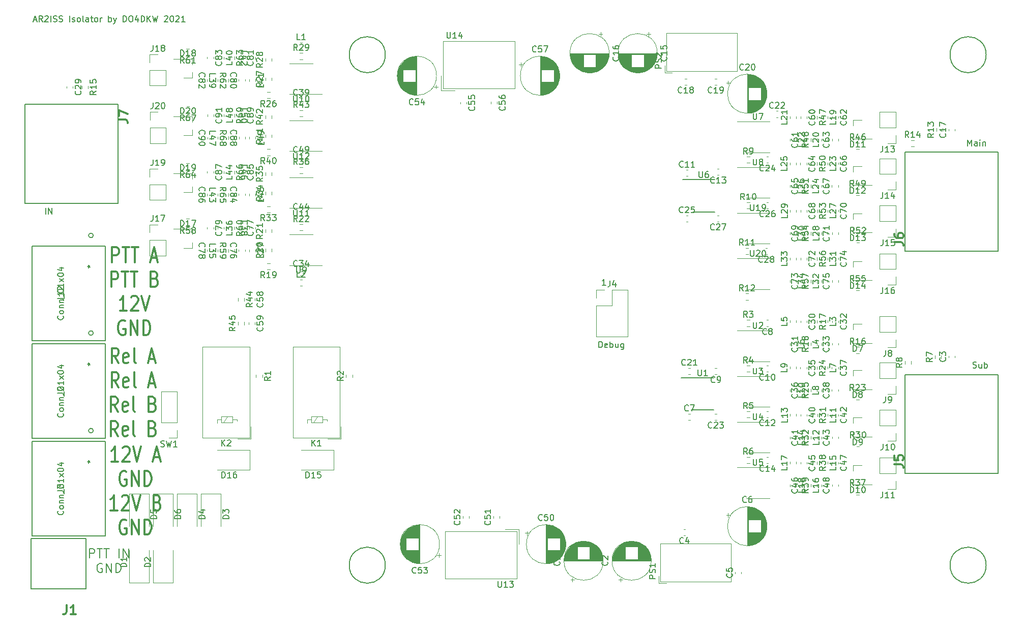
<source format=gbr>
%TF.GenerationSoftware,KiCad,Pcbnew,(5.1.9)-1*%
%TF.CreationDate,2021-05-20T17:24:02+02:00*%
%TF.ProjectId,AR2ISS_Isolator,41523249-5353-45f4-9973-6f6c61746f72,rev?*%
%TF.SameCoordinates,Original*%
%TF.FileFunction,Legend,Top*%
%TF.FilePolarity,Positive*%
%FSLAX46Y46*%
G04 Gerber Fmt 4.6, Leading zero omitted, Abs format (unit mm)*
G04 Created by KiCad (PCBNEW (5.1.9)-1) date 2021-05-20 17:24:02*
%MOMM*%
%LPD*%
G01*
G04 APERTURE LIST*
%ADD10C,0.150000*%
%ADD11C,0.200000*%
%ADD12C,0.300000*%
%ADD13C,0.120000*%
%ADD14C,0.152400*%
G04 APERTURE END LIST*
D10*
X145685714Y-95852380D02*
X145114285Y-95852380D01*
X145400000Y-95852380D02*
X145400000Y-94852380D01*
X145304761Y-94995238D01*
X145209523Y-95090476D01*
X145114285Y-95138095D01*
X144552380Y-106252380D02*
X144552380Y-105252380D01*
X144790476Y-105252380D01*
X144933333Y-105300000D01*
X145028571Y-105395238D01*
X145076190Y-105490476D01*
X145123809Y-105680952D01*
X145123809Y-105823809D01*
X145076190Y-106014285D01*
X145028571Y-106109523D01*
X144933333Y-106204761D01*
X144790476Y-106252380D01*
X144552380Y-106252380D01*
X145933333Y-106204761D02*
X145838095Y-106252380D01*
X145647619Y-106252380D01*
X145552380Y-106204761D01*
X145504761Y-106109523D01*
X145504761Y-105728571D01*
X145552380Y-105633333D01*
X145647619Y-105585714D01*
X145838095Y-105585714D01*
X145933333Y-105633333D01*
X145980952Y-105728571D01*
X145980952Y-105823809D01*
X145504761Y-105919047D01*
X146409523Y-106252380D02*
X146409523Y-105252380D01*
X146409523Y-105633333D02*
X146504761Y-105585714D01*
X146695238Y-105585714D01*
X146790476Y-105633333D01*
X146838095Y-105680952D01*
X146885714Y-105776190D01*
X146885714Y-106061904D01*
X146838095Y-106157142D01*
X146790476Y-106204761D01*
X146695238Y-106252380D01*
X146504761Y-106252380D01*
X146409523Y-106204761D01*
X147742857Y-105585714D02*
X147742857Y-106252380D01*
X147314285Y-105585714D02*
X147314285Y-106109523D01*
X147361904Y-106204761D01*
X147457142Y-106252380D01*
X147600000Y-106252380D01*
X147695238Y-106204761D01*
X147742857Y-106157142D01*
X148647619Y-105585714D02*
X148647619Y-106395238D01*
X148600000Y-106490476D01*
X148552380Y-106538095D01*
X148457142Y-106585714D01*
X148314285Y-106585714D01*
X148219047Y-106538095D01*
X148647619Y-106204761D02*
X148552380Y-106252380D01*
X148361904Y-106252380D01*
X148266666Y-106204761D01*
X148219047Y-106157142D01*
X148171428Y-106061904D01*
X148171428Y-105776190D01*
X148219047Y-105680952D01*
X148266666Y-105633333D01*
X148361904Y-105585714D01*
X148552380Y-105585714D01*
X148647619Y-105633333D01*
X50467547Y-51728666D02*
X50943738Y-51728666D01*
X50372309Y-52014380D02*
X50705642Y-51014380D01*
X51038976Y-52014380D01*
X51943738Y-52014380D02*
X51610404Y-51538190D01*
X51372309Y-52014380D02*
X51372309Y-51014380D01*
X51753261Y-51014380D01*
X51848500Y-51062000D01*
X51896119Y-51109619D01*
X51943738Y-51204857D01*
X51943738Y-51347714D01*
X51896119Y-51442952D01*
X51848500Y-51490571D01*
X51753261Y-51538190D01*
X51372309Y-51538190D01*
X52324690Y-51109619D02*
X52372309Y-51062000D01*
X52467547Y-51014380D01*
X52705642Y-51014380D01*
X52800880Y-51062000D01*
X52848500Y-51109619D01*
X52896119Y-51204857D01*
X52896119Y-51300095D01*
X52848500Y-51442952D01*
X52277071Y-52014380D01*
X52896119Y-52014380D01*
X53324690Y-52014380D02*
X53324690Y-51014380D01*
X53753261Y-51966761D02*
X53896119Y-52014380D01*
X54134214Y-52014380D01*
X54229452Y-51966761D01*
X54277071Y-51919142D01*
X54324690Y-51823904D01*
X54324690Y-51728666D01*
X54277071Y-51633428D01*
X54229452Y-51585809D01*
X54134214Y-51538190D01*
X53943738Y-51490571D01*
X53848500Y-51442952D01*
X53800880Y-51395333D01*
X53753261Y-51300095D01*
X53753261Y-51204857D01*
X53800880Y-51109619D01*
X53848500Y-51062000D01*
X53943738Y-51014380D01*
X54181833Y-51014380D01*
X54324690Y-51062000D01*
X54705642Y-51966761D02*
X54848500Y-52014380D01*
X55086595Y-52014380D01*
X55181833Y-51966761D01*
X55229452Y-51919142D01*
X55277071Y-51823904D01*
X55277071Y-51728666D01*
X55229452Y-51633428D01*
X55181833Y-51585809D01*
X55086595Y-51538190D01*
X54896119Y-51490571D01*
X54800880Y-51442952D01*
X54753261Y-51395333D01*
X54705642Y-51300095D01*
X54705642Y-51204857D01*
X54753261Y-51109619D01*
X54800880Y-51062000D01*
X54896119Y-51014380D01*
X55134214Y-51014380D01*
X55277071Y-51062000D01*
X56467547Y-52014380D02*
X56467547Y-51014380D01*
X56896119Y-51966761D02*
X56991357Y-52014380D01*
X57181833Y-52014380D01*
X57277071Y-51966761D01*
X57324690Y-51871523D01*
X57324690Y-51823904D01*
X57277071Y-51728666D01*
X57181833Y-51681047D01*
X57038976Y-51681047D01*
X56943738Y-51633428D01*
X56896119Y-51538190D01*
X56896119Y-51490571D01*
X56943738Y-51395333D01*
X57038976Y-51347714D01*
X57181833Y-51347714D01*
X57277071Y-51395333D01*
X57896119Y-52014380D02*
X57800880Y-51966761D01*
X57753261Y-51919142D01*
X57705642Y-51823904D01*
X57705642Y-51538190D01*
X57753261Y-51442952D01*
X57800880Y-51395333D01*
X57896119Y-51347714D01*
X58038976Y-51347714D01*
X58134214Y-51395333D01*
X58181833Y-51442952D01*
X58229452Y-51538190D01*
X58229452Y-51823904D01*
X58181833Y-51919142D01*
X58134214Y-51966761D01*
X58038976Y-52014380D01*
X57896119Y-52014380D01*
X58800880Y-52014380D02*
X58705642Y-51966761D01*
X58658023Y-51871523D01*
X58658023Y-51014380D01*
X59610404Y-52014380D02*
X59610404Y-51490571D01*
X59562785Y-51395333D01*
X59467547Y-51347714D01*
X59277071Y-51347714D01*
X59181833Y-51395333D01*
X59610404Y-51966761D02*
X59515166Y-52014380D01*
X59277071Y-52014380D01*
X59181833Y-51966761D01*
X59134214Y-51871523D01*
X59134214Y-51776285D01*
X59181833Y-51681047D01*
X59277071Y-51633428D01*
X59515166Y-51633428D01*
X59610404Y-51585809D01*
X59943738Y-51347714D02*
X60324690Y-51347714D01*
X60086595Y-51014380D02*
X60086595Y-51871523D01*
X60134214Y-51966761D01*
X60229452Y-52014380D01*
X60324690Y-52014380D01*
X60800880Y-52014380D02*
X60705642Y-51966761D01*
X60658023Y-51919142D01*
X60610404Y-51823904D01*
X60610404Y-51538190D01*
X60658023Y-51442952D01*
X60705642Y-51395333D01*
X60800880Y-51347714D01*
X60943738Y-51347714D01*
X61038976Y-51395333D01*
X61086595Y-51442952D01*
X61134214Y-51538190D01*
X61134214Y-51823904D01*
X61086595Y-51919142D01*
X61038976Y-51966761D01*
X60943738Y-52014380D01*
X60800880Y-52014380D01*
X61562785Y-52014380D02*
X61562785Y-51347714D01*
X61562785Y-51538190D02*
X61610404Y-51442952D01*
X61658023Y-51395333D01*
X61753261Y-51347714D01*
X61848500Y-51347714D01*
X62943738Y-52014380D02*
X62943738Y-51014380D01*
X62943738Y-51395333D02*
X63038976Y-51347714D01*
X63229452Y-51347714D01*
X63324690Y-51395333D01*
X63372309Y-51442952D01*
X63419928Y-51538190D01*
X63419928Y-51823904D01*
X63372309Y-51919142D01*
X63324690Y-51966761D01*
X63229452Y-52014380D01*
X63038976Y-52014380D01*
X62943738Y-51966761D01*
X63753261Y-51347714D02*
X63991357Y-52014380D01*
X64229452Y-51347714D02*
X63991357Y-52014380D01*
X63896119Y-52252476D01*
X63848500Y-52300095D01*
X63753261Y-52347714D01*
X65372309Y-52014380D02*
X65372309Y-51014380D01*
X65610404Y-51014380D01*
X65753261Y-51062000D01*
X65848499Y-51157238D01*
X65896119Y-51252476D01*
X65943738Y-51442952D01*
X65943738Y-51585809D01*
X65896119Y-51776285D01*
X65848499Y-51871523D01*
X65753261Y-51966761D01*
X65610404Y-52014380D01*
X65372309Y-52014380D01*
X66562785Y-51014380D02*
X66753261Y-51014380D01*
X66848499Y-51062000D01*
X66943738Y-51157238D01*
X66991357Y-51347714D01*
X66991357Y-51681047D01*
X66943738Y-51871523D01*
X66848499Y-51966761D01*
X66753261Y-52014380D01*
X66562785Y-52014380D01*
X66467547Y-51966761D01*
X66372309Y-51871523D01*
X66324690Y-51681047D01*
X66324690Y-51347714D01*
X66372309Y-51157238D01*
X66467547Y-51062000D01*
X66562785Y-51014380D01*
X67848500Y-51347714D02*
X67848500Y-52014380D01*
X67610404Y-50966761D02*
X67372309Y-51681047D01*
X67991357Y-51681047D01*
X68372309Y-52014380D02*
X68372309Y-51014380D01*
X68610404Y-51014380D01*
X68753261Y-51062000D01*
X68848500Y-51157238D01*
X68896119Y-51252476D01*
X68943738Y-51442952D01*
X68943738Y-51585809D01*
X68896119Y-51776285D01*
X68848500Y-51871523D01*
X68753261Y-51966761D01*
X68610404Y-52014380D01*
X68372309Y-52014380D01*
X69372309Y-52014380D02*
X69372309Y-51014380D01*
X69943738Y-52014380D02*
X69515166Y-51442952D01*
X69943738Y-51014380D02*
X69372309Y-51585809D01*
X70277071Y-51014380D02*
X70515166Y-52014380D01*
X70705642Y-51300095D01*
X70896119Y-52014380D01*
X71134214Y-51014380D01*
X72229452Y-51109619D02*
X72277071Y-51062000D01*
X72372309Y-51014380D01*
X72610404Y-51014380D01*
X72705642Y-51062000D01*
X72753261Y-51109619D01*
X72800880Y-51204857D01*
X72800880Y-51300095D01*
X72753261Y-51442952D01*
X72181833Y-52014380D01*
X72800880Y-52014380D01*
X73419928Y-51014380D02*
X73515166Y-51014380D01*
X73610404Y-51062000D01*
X73658023Y-51109619D01*
X73705642Y-51204857D01*
X73753261Y-51395333D01*
X73753261Y-51633428D01*
X73705642Y-51823904D01*
X73658023Y-51919142D01*
X73610404Y-51966761D01*
X73515166Y-52014380D01*
X73419928Y-52014380D01*
X73324690Y-51966761D01*
X73277071Y-51919142D01*
X73229452Y-51823904D01*
X73181833Y-51633428D01*
X73181833Y-51395333D01*
X73229452Y-51204857D01*
X73277071Y-51109619D01*
X73324690Y-51062000D01*
X73419928Y-51014380D01*
X74134214Y-51109619D02*
X74181833Y-51062000D01*
X74277071Y-51014380D01*
X74515166Y-51014380D01*
X74610404Y-51062000D01*
X74658023Y-51109619D01*
X74705642Y-51204857D01*
X74705642Y-51300095D01*
X74658023Y-51442952D01*
X74086595Y-52014380D01*
X74705642Y-52014380D01*
X75658023Y-52014380D02*
X75086595Y-52014380D01*
X75372309Y-52014380D02*
X75372309Y-51014380D01*
X75277071Y-51157238D01*
X75181833Y-51252476D01*
X75086595Y-51300095D01*
X52476190Y-84052380D02*
X52476190Y-83052380D01*
X52952380Y-84052380D02*
X52952380Y-83052380D01*
X53523809Y-84052380D01*
X53523809Y-83052380D01*
X206809523Y-109604761D02*
X206952380Y-109652380D01*
X207190476Y-109652380D01*
X207285714Y-109604761D01*
X207333333Y-109557142D01*
X207380952Y-109461904D01*
X207380952Y-109366666D01*
X207333333Y-109271428D01*
X207285714Y-109223809D01*
X207190476Y-109176190D01*
X207000000Y-109128571D01*
X206904761Y-109080952D01*
X206857142Y-109033333D01*
X206809523Y-108938095D01*
X206809523Y-108842857D01*
X206857142Y-108747619D01*
X206904761Y-108700000D01*
X207000000Y-108652380D01*
X207238095Y-108652380D01*
X207380952Y-108700000D01*
X208238095Y-108985714D02*
X208238095Y-109652380D01*
X207809523Y-108985714D02*
X207809523Y-109509523D01*
X207857142Y-109604761D01*
X207952380Y-109652380D01*
X208095238Y-109652380D01*
X208190476Y-109604761D01*
X208238095Y-109557142D01*
X208714285Y-109652380D02*
X208714285Y-108652380D01*
X208714285Y-109033333D02*
X208809523Y-108985714D01*
X209000000Y-108985714D01*
X209095238Y-109033333D01*
X209142857Y-109080952D01*
X209190476Y-109176190D01*
X209190476Y-109461904D01*
X209142857Y-109557142D01*
X209095238Y-109604761D01*
X209000000Y-109652380D01*
X208809523Y-109652380D01*
X208714285Y-109604761D01*
X205923809Y-72652380D02*
X205923809Y-71652380D01*
X206257142Y-72366666D01*
X206590476Y-71652380D01*
X206590476Y-72652380D01*
X207495238Y-72652380D02*
X207495238Y-72128571D01*
X207447619Y-72033333D01*
X207352380Y-71985714D01*
X207161904Y-71985714D01*
X207066666Y-72033333D01*
X207495238Y-72604761D02*
X207400000Y-72652380D01*
X207161904Y-72652380D01*
X207066666Y-72604761D01*
X207019047Y-72509523D01*
X207019047Y-72414285D01*
X207066666Y-72319047D01*
X207161904Y-72271428D01*
X207400000Y-72271428D01*
X207495238Y-72223809D01*
X207971428Y-72652380D02*
X207971428Y-71985714D01*
X207971428Y-71652380D02*
X207923809Y-71700000D01*
X207971428Y-71747619D01*
X208019047Y-71700000D01*
X207971428Y-71652380D01*
X207971428Y-71747619D01*
X208447619Y-71985714D02*
X208447619Y-72652380D01*
X208447619Y-72080952D02*
X208495238Y-72033333D01*
X208590476Y-71985714D01*
X208733333Y-71985714D01*
X208828571Y-72033333D01*
X208876190Y-72128571D01*
X208876190Y-72652380D01*
D11*
X59750000Y-141253571D02*
X59750000Y-139753571D01*
X60321428Y-139753571D01*
X60464285Y-139825000D01*
X60535714Y-139896428D01*
X60607142Y-140039285D01*
X60607142Y-140253571D01*
X60535714Y-140396428D01*
X60464285Y-140467857D01*
X60321428Y-140539285D01*
X59750000Y-140539285D01*
X61035714Y-139753571D02*
X61892857Y-139753571D01*
X61464285Y-141253571D02*
X61464285Y-139753571D01*
X62178571Y-139753571D02*
X63035714Y-139753571D01*
X62607142Y-141253571D02*
X62607142Y-139753571D01*
X64678571Y-141253571D02*
X64678571Y-139753571D01*
X65392857Y-141253571D02*
X65392857Y-139753571D01*
X66250000Y-141253571D01*
X66250000Y-139753571D01*
X61857142Y-142275000D02*
X61714285Y-142203571D01*
X61500000Y-142203571D01*
X61285714Y-142275000D01*
X61142857Y-142417857D01*
X61071428Y-142560714D01*
X61000000Y-142846428D01*
X61000000Y-143060714D01*
X61071428Y-143346428D01*
X61142857Y-143489285D01*
X61285714Y-143632142D01*
X61500000Y-143703571D01*
X61642857Y-143703571D01*
X61857142Y-143632142D01*
X61928571Y-143560714D01*
X61928571Y-143060714D01*
X61642857Y-143060714D01*
X62571428Y-143703571D02*
X62571428Y-142203571D01*
X63428571Y-143703571D01*
X63428571Y-142203571D01*
X64142857Y-143703571D02*
X64142857Y-142203571D01*
X64500000Y-142203571D01*
X64714285Y-142275000D01*
X64857142Y-142417857D01*
X64928571Y-142560714D01*
X65000000Y-142846428D01*
X65000000Y-143060714D01*
X64928571Y-143346428D01*
X64857142Y-143489285D01*
X64714285Y-143632142D01*
X64500000Y-143703571D01*
X64142857Y-143703571D01*
D12*
X63533333Y-92055952D02*
X63533333Y-89555952D01*
X64295238Y-89555952D01*
X64485714Y-89675000D01*
X64580952Y-89794047D01*
X64676190Y-90032142D01*
X64676190Y-90389285D01*
X64580952Y-90627380D01*
X64485714Y-90746428D01*
X64295238Y-90865476D01*
X63533333Y-90865476D01*
X65247619Y-89555952D02*
X66390476Y-89555952D01*
X65819047Y-92055952D02*
X65819047Y-89555952D01*
X66771428Y-89555952D02*
X67914285Y-89555952D01*
X67342857Y-92055952D02*
X67342857Y-89555952D01*
X70009523Y-91341666D02*
X70961904Y-91341666D01*
X69819047Y-92055952D02*
X70485714Y-89555952D01*
X71152380Y-92055952D01*
X63390476Y-96105952D02*
X63390476Y-93605952D01*
X64152380Y-93605952D01*
X64342857Y-93725000D01*
X64438095Y-93844047D01*
X64533333Y-94082142D01*
X64533333Y-94439285D01*
X64438095Y-94677380D01*
X64342857Y-94796428D01*
X64152380Y-94915476D01*
X63390476Y-94915476D01*
X65104761Y-93605952D02*
X66247619Y-93605952D01*
X65676190Y-96105952D02*
X65676190Y-93605952D01*
X66628571Y-93605952D02*
X67771428Y-93605952D01*
X67200000Y-96105952D02*
X67200000Y-93605952D01*
X70628571Y-94796428D02*
X70914285Y-94915476D01*
X71009523Y-95034523D01*
X71104761Y-95272619D01*
X71104761Y-95629761D01*
X71009523Y-95867857D01*
X70914285Y-95986904D01*
X70723809Y-96105952D01*
X69961904Y-96105952D01*
X69961904Y-93605952D01*
X70628571Y-93605952D01*
X70819047Y-93725000D01*
X70914285Y-93844047D01*
X71009523Y-94082142D01*
X71009523Y-94320238D01*
X70914285Y-94558333D01*
X70819047Y-94677380D01*
X70628571Y-94796428D01*
X69961904Y-94796428D01*
X65961904Y-100155952D02*
X64819047Y-100155952D01*
X65390476Y-100155952D02*
X65390476Y-97655952D01*
X65200000Y-98013095D01*
X65009523Y-98251190D01*
X64819047Y-98370238D01*
X66723809Y-97894047D02*
X66819047Y-97775000D01*
X67009523Y-97655952D01*
X67485714Y-97655952D01*
X67676190Y-97775000D01*
X67771428Y-97894047D01*
X67866666Y-98132142D01*
X67866666Y-98370238D01*
X67771428Y-98727380D01*
X66628571Y-100155952D01*
X67866666Y-100155952D01*
X68438095Y-97655952D02*
X69104761Y-100155952D01*
X69771428Y-97655952D01*
X65676190Y-101825000D02*
X65485714Y-101705952D01*
X65200000Y-101705952D01*
X64914285Y-101825000D01*
X64723809Y-102063095D01*
X64628571Y-102301190D01*
X64533333Y-102777380D01*
X64533333Y-103134523D01*
X64628571Y-103610714D01*
X64723809Y-103848809D01*
X64914285Y-104086904D01*
X65200000Y-104205952D01*
X65390476Y-104205952D01*
X65676190Y-104086904D01*
X65771428Y-103967857D01*
X65771428Y-103134523D01*
X65390476Y-103134523D01*
X66628571Y-104205952D02*
X66628571Y-101705952D01*
X67771428Y-104205952D01*
X67771428Y-101705952D01*
X68723809Y-104205952D02*
X68723809Y-101705952D01*
X69200000Y-101705952D01*
X69485714Y-101825000D01*
X69676190Y-102063095D01*
X69771428Y-102301190D01*
X69866666Y-102777380D01*
X69866666Y-103134523D01*
X69771428Y-103610714D01*
X69676190Y-103848809D01*
X69485714Y-104086904D01*
X69200000Y-104205952D01*
X68723809Y-104205952D01*
X64619047Y-108855952D02*
X63952380Y-107665476D01*
X63476190Y-108855952D02*
X63476190Y-106355952D01*
X64238095Y-106355952D01*
X64428571Y-106475000D01*
X64523809Y-106594047D01*
X64619047Y-106832142D01*
X64619047Y-107189285D01*
X64523809Y-107427380D01*
X64428571Y-107546428D01*
X64238095Y-107665476D01*
X63476190Y-107665476D01*
X66238095Y-108736904D02*
X66047619Y-108855952D01*
X65666666Y-108855952D01*
X65476190Y-108736904D01*
X65380952Y-108498809D01*
X65380952Y-107546428D01*
X65476190Y-107308333D01*
X65666666Y-107189285D01*
X66047619Y-107189285D01*
X66238095Y-107308333D01*
X66333333Y-107546428D01*
X66333333Y-107784523D01*
X65380952Y-108022619D01*
X67476190Y-108855952D02*
X67285714Y-108736904D01*
X67190476Y-108498809D01*
X67190476Y-106355952D01*
X69666666Y-108141666D02*
X70619047Y-108141666D01*
X69476190Y-108855952D02*
X70142857Y-106355952D01*
X70809523Y-108855952D01*
X64619047Y-112905952D02*
X63952380Y-111715476D01*
X63476190Y-112905952D02*
X63476190Y-110405952D01*
X64238095Y-110405952D01*
X64428571Y-110525000D01*
X64523809Y-110644047D01*
X64619047Y-110882142D01*
X64619047Y-111239285D01*
X64523809Y-111477380D01*
X64428571Y-111596428D01*
X64238095Y-111715476D01*
X63476190Y-111715476D01*
X66238095Y-112786904D02*
X66047619Y-112905952D01*
X65666666Y-112905952D01*
X65476190Y-112786904D01*
X65380952Y-112548809D01*
X65380952Y-111596428D01*
X65476190Y-111358333D01*
X65666666Y-111239285D01*
X66047619Y-111239285D01*
X66238095Y-111358333D01*
X66333333Y-111596428D01*
X66333333Y-111834523D01*
X65380952Y-112072619D01*
X67476190Y-112905952D02*
X67285714Y-112786904D01*
X67190476Y-112548809D01*
X67190476Y-110405952D01*
X69666666Y-112191666D02*
X70619047Y-112191666D01*
X69476190Y-112905952D02*
X70142857Y-110405952D01*
X70809523Y-112905952D01*
X64476190Y-116955952D02*
X63809523Y-115765476D01*
X63333333Y-116955952D02*
X63333333Y-114455952D01*
X64095238Y-114455952D01*
X64285714Y-114575000D01*
X64380952Y-114694047D01*
X64476190Y-114932142D01*
X64476190Y-115289285D01*
X64380952Y-115527380D01*
X64285714Y-115646428D01*
X64095238Y-115765476D01*
X63333333Y-115765476D01*
X66095238Y-116836904D02*
X65904761Y-116955952D01*
X65523809Y-116955952D01*
X65333333Y-116836904D01*
X65238095Y-116598809D01*
X65238095Y-115646428D01*
X65333333Y-115408333D01*
X65523809Y-115289285D01*
X65904761Y-115289285D01*
X66095238Y-115408333D01*
X66190476Y-115646428D01*
X66190476Y-115884523D01*
X65238095Y-116122619D01*
X67333333Y-116955952D02*
X67142857Y-116836904D01*
X67047619Y-116598809D01*
X67047619Y-114455952D01*
X70285714Y-115646428D02*
X70571428Y-115765476D01*
X70666666Y-115884523D01*
X70761904Y-116122619D01*
X70761904Y-116479761D01*
X70666666Y-116717857D01*
X70571428Y-116836904D01*
X70380952Y-116955952D01*
X69619047Y-116955952D01*
X69619047Y-114455952D01*
X70285714Y-114455952D01*
X70476190Y-114575000D01*
X70571428Y-114694047D01*
X70666666Y-114932142D01*
X70666666Y-115170238D01*
X70571428Y-115408333D01*
X70476190Y-115527380D01*
X70285714Y-115646428D01*
X69619047Y-115646428D01*
X64476190Y-121005952D02*
X63809523Y-119815476D01*
X63333333Y-121005952D02*
X63333333Y-118505952D01*
X64095238Y-118505952D01*
X64285714Y-118625000D01*
X64380952Y-118744047D01*
X64476190Y-118982142D01*
X64476190Y-119339285D01*
X64380952Y-119577380D01*
X64285714Y-119696428D01*
X64095238Y-119815476D01*
X63333333Y-119815476D01*
X66095238Y-120886904D02*
X65904761Y-121005952D01*
X65523809Y-121005952D01*
X65333333Y-120886904D01*
X65238095Y-120648809D01*
X65238095Y-119696428D01*
X65333333Y-119458333D01*
X65523809Y-119339285D01*
X65904761Y-119339285D01*
X66095238Y-119458333D01*
X66190476Y-119696428D01*
X66190476Y-119934523D01*
X65238095Y-120172619D01*
X67333333Y-121005952D02*
X67142857Y-120886904D01*
X67047619Y-120648809D01*
X67047619Y-118505952D01*
X70285714Y-119696428D02*
X70571428Y-119815476D01*
X70666666Y-119934523D01*
X70761904Y-120172619D01*
X70761904Y-120529761D01*
X70666666Y-120767857D01*
X70571428Y-120886904D01*
X70380952Y-121005952D01*
X69619047Y-121005952D01*
X69619047Y-118505952D01*
X70285714Y-118505952D01*
X70476190Y-118625000D01*
X70571428Y-118744047D01*
X70666666Y-118982142D01*
X70666666Y-119220238D01*
X70571428Y-119458333D01*
X70476190Y-119577380D01*
X70285714Y-119696428D01*
X69619047Y-119696428D01*
X64542857Y-125255952D02*
X63400000Y-125255952D01*
X63971428Y-125255952D02*
X63971428Y-122755952D01*
X63780952Y-123113095D01*
X63590476Y-123351190D01*
X63400000Y-123470238D01*
X65304761Y-122994047D02*
X65400000Y-122875000D01*
X65590476Y-122755952D01*
X66066666Y-122755952D01*
X66257142Y-122875000D01*
X66352380Y-122994047D01*
X66447619Y-123232142D01*
X66447619Y-123470238D01*
X66352380Y-123827380D01*
X65209523Y-125255952D01*
X66447619Y-125255952D01*
X67019047Y-122755952D02*
X67685714Y-125255952D01*
X68352380Y-122755952D01*
X70447619Y-124541666D02*
X71400000Y-124541666D01*
X70257142Y-125255952D02*
X70923809Y-122755952D01*
X71590476Y-125255952D01*
X65876190Y-126925000D02*
X65685714Y-126805952D01*
X65400000Y-126805952D01*
X65114285Y-126925000D01*
X64923809Y-127163095D01*
X64828571Y-127401190D01*
X64733333Y-127877380D01*
X64733333Y-128234523D01*
X64828571Y-128710714D01*
X64923809Y-128948809D01*
X65114285Y-129186904D01*
X65400000Y-129305952D01*
X65590476Y-129305952D01*
X65876190Y-129186904D01*
X65971428Y-129067857D01*
X65971428Y-128234523D01*
X65590476Y-128234523D01*
X66828571Y-129305952D02*
X66828571Y-126805952D01*
X67971428Y-129305952D01*
X67971428Y-126805952D01*
X68923809Y-129305952D02*
X68923809Y-126805952D01*
X69400000Y-126805952D01*
X69685714Y-126925000D01*
X69876190Y-127163095D01*
X69971428Y-127401190D01*
X70066666Y-127877380D01*
X70066666Y-128234523D01*
X69971428Y-128710714D01*
X69876190Y-128948809D01*
X69685714Y-129186904D01*
X69400000Y-129305952D01*
X68923809Y-129305952D01*
X64400000Y-133355952D02*
X63257142Y-133355952D01*
X63828571Y-133355952D02*
X63828571Y-130855952D01*
X63638095Y-131213095D01*
X63447619Y-131451190D01*
X63257142Y-131570238D01*
X65161904Y-131094047D02*
X65257142Y-130975000D01*
X65447619Y-130855952D01*
X65923809Y-130855952D01*
X66114285Y-130975000D01*
X66209523Y-131094047D01*
X66304761Y-131332142D01*
X66304761Y-131570238D01*
X66209523Y-131927380D01*
X65066666Y-133355952D01*
X66304761Y-133355952D01*
X66876190Y-130855952D02*
X67542857Y-133355952D01*
X68209523Y-130855952D01*
X71066666Y-132046428D02*
X71352380Y-132165476D01*
X71447619Y-132284523D01*
X71542857Y-132522619D01*
X71542857Y-132879761D01*
X71447619Y-133117857D01*
X71352380Y-133236904D01*
X71161904Y-133355952D01*
X70400000Y-133355952D01*
X70400000Y-130855952D01*
X71066666Y-130855952D01*
X71257142Y-130975000D01*
X71352380Y-131094047D01*
X71447619Y-131332142D01*
X71447619Y-131570238D01*
X71352380Y-131808333D01*
X71257142Y-131927380D01*
X71066666Y-132046428D01*
X70400000Y-132046428D01*
X65876190Y-135025000D02*
X65685714Y-134905952D01*
X65400000Y-134905952D01*
X65114285Y-135025000D01*
X64923809Y-135263095D01*
X64828571Y-135501190D01*
X64733333Y-135977380D01*
X64733333Y-136334523D01*
X64828571Y-136810714D01*
X64923809Y-137048809D01*
X65114285Y-137286904D01*
X65400000Y-137405952D01*
X65590476Y-137405952D01*
X65876190Y-137286904D01*
X65971428Y-137167857D01*
X65971428Y-136334523D01*
X65590476Y-136334523D01*
X66828571Y-137405952D02*
X66828571Y-134905952D01*
X67971428Y-137405952D01*
X67971428Y-134905952D01*
X68923809Y-137405952D02*
X68923809Y-134905952D01*
X69400000Y-134905952D01*
X69685714Y-135025000D01*
X69876190Y-135263095D01*
X69971428Y-135501190D01*
X70066666Y-135977380D01*
X70066666Y-136334523D01*
X69971428Y-136810714D01*
X69876190Y-137048809D01*
X69685714Y-137286904D01*
X69400000Y-137405952D01*
X68923809Y-137405952D01*
D13*
X164540580Y-85310000D02*
X164259420Y-85310000D01*
X164540580Y-84290000D02*
X164259420Y-84290000D01*
X159059420Y-84290000D02*
X159340580Y-84290000D01*
X159059420Y-85310000D02*
X159340580Y-85310000D01*
X164140580Y-118310000D02*
X163859420Y-118310000D01*
X164140580Y-117290000D02*
X163859420Y-117290000D01*
X159459420Y-109690000D02*
X159740580Y-109690000D01*
X159459420Y-110710000D02*
X159740580Y-110710000D01*
D10*
X160145700Y-83675000D02*
X163854300Y-83675000D01*
X158475000Y-78275000D02*
X163858600Y-78275000D01*
D13*
X171000000Y-96560000D02*
X172950000Y-96560000D01*
X171000000Y-96560000D02*
X169050000Y-96560000D01*
X171000000Y-91440000D02*
X172950000Y-91440000D01*
X171000000Y-91440000D02*
X167550000Y-91440000D01*
X171000000Y-88960000D02*
X172950000Y-88960000D01*
X171000000Y-88960000D02*
X169050000Y-88960000D01*
X171000000Y-83840000D02*
X172950000Y-83840000D01*
X171000000Y-83840000D02*
X167550000Y-83840000D01*
X171000000Y-81360000D02*
X172950000Y-81360000D01*
X171000000Y-81360000D02*
X169050000Y-81360000D01*
X171000000Y-76240000D02*
X172950000Y-76240000D01*
X171000000Y-76240000D02*
X167550000Y-76240000D01*
X171000000Y-73760000D02*
X172950000Y-73760000D01*
X171000000Y-73760000D02*
X169050000Y-73760000D01*
X171000000Y-68640000D02*
X172950000Y-68640000D01*
X171000000Y-68640000D02*
X167550000Y-68640000D01*
X171000000Y-131360000D02*
X172950000Y-131360000D01*
X171000000Y-131360000D02*
X169050000Y-131360000D01*
X171000000Y-126240000D02*
X172950000Y-126240000D01*
X171000000Y-126240000D02*
X167550000Y-126240000D01*
X171000000Y-123760000D02*
X172950000Y-123760000D01*
X171000000Y-123760000D02*
X169050000Y-123760000D01*
X171000000Y-118640000D02*
X172950000Y-118640000D01*
X171000000Y-118640000D02*
X167550000Y-118640000D01*
X171000000Y-116160000D02*
X172950000Y-116160000D01*
X171000000Y-116160000D02*
X169050000Y-116160000D01*
X171000000Y-111040000D02*
X172950000Y-111040000D01*
X171000000Y-111040000D02*
X167550000Y-111040000D01*
X171000000Y-108560000D02*
X172950000Y-108560000D01*
X171000000Y-108560000D02*
X169050000Y-108560000D01*
X171000000Y-103440000D02*
X172950000Y-103440000D01*
X171000000Y-103440000D02*
X167550000Y-103440000D01*
D10*
X159945700Y-116675000D02*
X163654300Y-116675000D01*
X158275000Y-111275000D02*
X163658600Y-111275000D01*
D13*
X164540580Y-77510000D02*
X164259420Y-77510000D01*
X164540580Y-76490000D02*
X164259420Y-76490000D01*
X159059420Y-76690000D02*
X159340580Y-76690000D01*
X159059420Y-77710000D02*
X159340580Y-77710000D01*
X164140580Y-110710000D02*
X163859420Y-110710000D01*
X164140580Y-109690000D02*
X163859420Y-109690000D01*
X159459420Y-117290000D02*
X159740580Y-117290000D01*
X159459420Y-118310000D02*
X159740580Y-118310000D01*
D10*
X209000000Y-57500000D02*
G75*
G03*
X209000000Y-57500000I-3000000J0D01*
G01*
X109000000Y-57500000D02*
G75*
G03*
X109000000Y-57500000I-3000000J0D01*
G01*
X209000000Y-142500000D02*
G75*
G03*
X209000000Y-142500000I-3000000J0D01*
G01*
X109000000Y-142500000D02*
G75*
G03*
X109000000Y-142500000I-3000000J0D01*
G01*
D13*
X193940000Y-72260000D02*
X192610000Y-72260000D01*
X193940000Y-70930000D02*
X193940000Y-72260000D01*
X193940000Y-69660000D02*
X191280000Y-69660000D01*
X191280000Y-69660000D02*
X191280000Y-67060000D01*
X193940000Y-69660000D02*
X193940000Y-67060000D01*
X193940000Y-67060000D02*
X191280000Y-67060000D01*
D10*
X211000000Y-90250000D02*
X211000000Y-73750000D01*
X211000000Y-73750000D02*
X195500000Y-73750000D01*
X195500000Y-73750000D02*
X195500000Y-90250000D01*
X195500000Y-90250000D02*
X211000000Y-90250000D01*
D13*
X83912500Y-67372742D02*
X83912500Y-67847258D01*
X82867500Y-67372742D02*
X82867500Y-67847258D01*
X82867500Y-71597258D02*
X82867500Y-71122742D01*
X83912500Y-71597258D02*
X83912500Y-71122742D01*
X76377258Y-67132500D02*
X75902742Y-67132500D01*
X76377258Y-66087500D02*
X75902742Y-66087500D01*
X83902500Y-76832742D02*
X83902500Y-77307258D01*
X82857500Y-76832742D02*
X82857500Y-77307258D01*
X82857500Y-81057258D02*
X82857500Y-80582742D01*
X83902500Y-81057258D02*
X83902500Y-80582742D01*
X76367258Y-76592500D02*
X75892742Y-76592500D01*
X76367258Y-75547500D02*
X75892742Y-75547500D01*
X83902500Y-57792742D02*
X83902500Y-58267258D01*
X82857500Y-57792742D02*
X82857500Y-58267258D01*
X82857500Y-62017258D02*
X82857500Y-61542742D01*
X83902500Y-62017258D02*
X83902500Y-61542742D01*
X76367258Y-57552500D02*
X75892742Y-57552500D01*
X76367258Y-56507500D02*
X75892742Y-56507500D01*
X83902500Y-86122742D02*
X83902500Y-86597258D01*
X82857500Y-86122742D02*
X82857500Y-86597258D01*
X82857500Y-90347258D02*
X82857500Y-89872742D01*
X83902500Y-90347258D02*
X83902500Y-89872742D01*
X76367258Y-85882500D02*
X75892742Y-85882500D01*
X76367258Y-84837500D02*
X75892742Y-84837500D01*
X179837500Y-95457258D02*
X179837500Y-94982742D01*
X180882500Y-95457258D02*
X180882500Y-94982742D01*
X180882500Y-91232742D02*
X180882500Y-91707258D01*
X179837500Y-91232742D02*
X179837500Y-91707258D01*
X187372742Y-95697500D02*
X187847258Y-95697500D01*
X187372742Y-96742500D02*
X187847258Y-96742500D01*
X179847500Y-87497258D02*
X179847500Y-87022742D01*
X180892500Y-87497258D02*
X180892500Y-87022742D01*
X180892500Y-83272742D02*
X180892500Y-83747258D01*
X179847500Y-83272742D02*
X179847500Y-83747258D01*
X187437742Y-87727500D02*
X187912258Y-87727500D01*
X187437742Y-88772500D02*
X187912258Y-88772500D01*
X180872500Y-79627258D02*
X180872500Y-79152742D01*
X179827500Y-79627258D02*
X179827500Y-79152742D01*
X179827500Y-75402742D02*
X179827500Y-75877258D01*
X180872500Y-75402742D02*
X180872500Y-75877258D01*
X187362742Y-80912500D02*
X187837258Y-80912500D01*
X187362742Y-79867500D02*
X187837258Y-79867500D01*
X180882500Y-71917258D02*
X180882500Y-71442742D01*
X179837500Y-71917258D02*
X179837500Y-71442742D01*
X179837500Y-67692742D02*
X179837500Y-68167258D01*
X180882500Y-67692742D02*
X180882500Y-68167258D01*
X187372742Y-73202500D02*
X187847258Y-73202500D01*
X187372742Y-72157500D02*
X187847258Y-72157500D01*
X179837500Y-129457258D02*
X179837500Y-128982742D01*
X180882500Y-129457258D02*
X180882500Y-128982742D01*
X180882500Y-125232742D02*
X180882500Y-125707258D01*
X179837500Y-125232742D02*
X179837500Y-125707258D01*
X187372742Y-129697500D02*
X187847258Y-129697500D01*
X187372742Y-130742500D02*
X187847258Y-130742500D01*
X179847500Y-121497258D02*
X179847500Y-121022742D01*
X180892500Y-121497258D02*
X180892500Y-121022742D01*
X180892500Y-117272742D02*
X180892500Y-117747258D01*
X179847500Y-117272742D02*
X179847500Y-117747258D01*
X187437742Y-121727500D02*
X187912258Y-121727500D01*
X187437742Y-122772500D02*
X187912258Y-122772500D01*
X179827500Y-113627258D02*
X179827500Y-113152742D01*
X180872500Y-113627258D02*
X180872500Y-113152742D01*
X180872500Y-109402742D02*
X180872500Y-109877258D01*
X179827500Y-109402742D02*
X179827500Y-109877258D01*
X187362742Y-113867500D02*
X187837258Y-113867500D01*
X187362742Y-114912500D02*
X187837258Y-114912500D01*
X179837500Y-105917258D02*
X179837500Y-105442742D01*
X180882500Y-105917258D02*
X180882500Y-105442742D01*
X180882500Y-101692742D02*
X180882500Y-102167258D01*
X179837500Y-101692742D02*
X179837500Y-102167258D01*
X187372742Y-106157500D02*
X187847258Y-106157500D01*
X187372742Y-107202500D02*
X187847258Y-107202500D01*
X86380000Y-67772779D02*
X86380000Y-67447221D01*
X87400000Y-67772779D02*
X87400000Y-67447221D01*
X87400000Y-71197221D02*
X87400000Y-71522779D01*
X86380000Y-71197221D02*
X86380000Y-71522779D01*
X82150000Y-67447221D02*
X82150000Y-67772779D01*
X81130000Y-67447221D02*
X81130000Y-67772779D01*
X81130000Y-71522779D02*
X81130000Y-71197221D01*
X82150000Y-71522779D02*
X82150000Y-71197221D01*
X86370000Y-77232779D02*
X86370000Y-76907221D01*
X87390000Y-77232779D02*
X87390000Y-76907221D01*
X87390000Y-80657221D02*
X87390000Y-80982779D01*
X86370000Y-80657221D02*
X86370000Y-80982779D01*
X82140000Y-76907221D02*
X82140000Y-77232779D01*
X81120000Y-76907221D02*
X81120000Y-77232779D01*
X81120000Y-80982779D02*
X81120000Y-80657221D01*
X82140000Y-80982779D02*
X82140000Y-80657221D01*
X86370000Y-58192779D02*
X86370000Y-57867221D01*
X87390000Y-58192779D02*
X87390000Y-57867221D01*
X87390000Y-61617221D02*
X87390000Y-61942779D01*
X86370000Y-61617221D02*
X86370000Y-61942779D01*
X82140000Y-57867221D02*
X82140000Y-58192779D01*
X81120000Y-57867221D02*
X81120000Y-58192779D01*
X81120000Y-61942779D02*
X81120000Y-61617221D01*
X82140000Y-61942779D02*
X82140000Y-61617221D01*
X86370000Y-86522779D02*
X86370000Y-86197221D01*
X87390000Y-86522779D02*
X87390000Y-86197221D01*
X87390000Y-89947221D02*
X87390000Y-90272779D01*
X86370000Y-89947221D02*
X86370000Y-90272779D01*
X82140000Y-86197221D02*
X82140000Y-86522779D01*
X81120000Y-86197221D02*
X81120000Y-86522779D01*
X81120000Y-90272779D02*
X81120000Y-89947221D01*
X82140000Y-90272779D02*
X82140000Y-89947221D01*
X177370000Y-95057221D02*
X177370000Y-95382779D01*
X176350000Y-95057221D02*
X176350000Y-95382779D01*
X176350000Y-91632779D02*
X176350000Y-91307221D01*
X177370000Y-91632779D02*
X177370000Y-91307221D01*
X181600000Y-95382779D02*
X181600000Y-95057221D01*
X182620000Y-95382779D02*
X182620000Y-95057221D01*
X182620000Y-91307221D02*
X182620000Y-91632779D01*
X181600000Y-91307221D02*
X181600000Y-91632779D01*
X177380000Y-87097221D02*
X177380000Y-87422779D01*
X176360000Y-87097221D02*
X176360000Y-87422779D01*
X176360000Y-83672779D02*
X176360000Y-83347221D01*
X177380000Y-83672779D02*
X177380000Y-83347221D01*
X181610000Y-87422779D02*
X181610000Y-87097221D01*
X182630000Y-87422779D02*
X182630000Y-87097221D01*
X182630000Y-83347221D02*
X182630000Y-83672779D01*
X181610000Y-83347221D02*
X181610000Y-83672779D01*
X176340000Y-79227221D02*
X176340000Y-79552779D01*
X177360000Y-79227221D02*
X177360000Y-79552779D01*
X177360000Y-75802779D02*
X177360000Y-75477221D01*
X176340000Y-75802779D02*
X176340000Y-75477221D01*
X182610000Y-79552779D02*
X182610000Y-79227221D01*
X181590000Y-79552779D02*
X181590000Y-79227221D01*
X181590000Y-75477221D02*
X181590000Y-75802779D01*
X182610000Y-75477221D02*
X182610000Y-75802779D01*
X176350000Y-71517221D02*
X176350000Y-71842779D01*
X177370000Y-71517221D02*
X177370000Y-71842779D01*
X177370000Y-68092779D02*
X177370000Y-67767221D01*
X176350000Y-68092779D02*
X176350000Y-67767221D01*
X182620000Y-71842779D02*
X182620000Y-71517221D01*
X181600000Y-71842779D02*
X181600000Y-71517221D01*
X181600000Y-67767221D02*
X181600000Y-68092779D01*
X182620000Y-67767221D02*
X182620000Y-68092779D01*
X177370000Y-129057221D02*
X177370000Y-129382779D01*
X176350000Y-129057221D02*
X176350000Y-129382779D01*
X176350000Y-125632779D02*
X176350000Y-125307221D01*
X177370000Y-125632779D02*
X177370000Y-125307221D01*
X181600000Y-129382779D02*
X181600000Y-129057221D01*
X182620000Y-129382779D02*
X182620000Y-129057221D01*
X182620000Y-125307221D02*
X182620000Y-125632779D01*
X181600000Y-125307221D02*
X181600000Y-125632779D01*
X177380000Y-121097221D02*
X177380000Y-121422779D01*
X176360000Y-121097221D02*
X176360000Y-121422779D01*
X176360000Y-117672779D02*
X176360000Y-117347221D01*
X177380000Y-117672779D02*
X177380000Y-117347221D01*
X181610000Y-121422779D02*
X181610000Y-121097221D01*
X182630000Y-121422779D02*
X182630000Y-121097221D01*
X182630000Y-117347221D02*
X182630000Y-117672779D01*
X181610000Y-117347221D02*
X181610000Y-117672779D01*
X177360000Y-113227221D02*
X177360000Y-113552779D01*
X176340000Y-113227221D02*
X176340000Y-113552779D01*
X176340000Y-109802779D02*
X176340000Y-109477221D01*
X177360000Y-109802779D02*
X177360000Y-109477221D01*
X181590000Y-113552779D02*
X181590000Y-113227221D01*
X182610000Y-113552779D02*
X182610000Y-113227221D01*
X182610000Y-109477221D02*
X182610000Y-109802779D01*
X181590000Y-109477221D02*
X181590000Y-109802779D01*
X177370000Y-105517221D02*
X177370000Y-105842779D01*
X176350000Y-105517221D02*
X176350000Y-105842779D01*
X176350000Y-102092779D02*
X176350000Y-101767221D01*
X177370000Y-102092779D02*
X177370000Y-101767221D01*
X181600000Y-105842779D02*
X181600000Y-105517221D01*
X182620000Y-105842779D02*
X182620000Y-105517221D01*
X182620000Y-101767221D02*
X182620000Y-102092779D01*
X181600000Y-101767221D02*
X181600000Y-102092779D01*
X69810000Y-72230000D02*
X72470000Y-72230000D01*
X69810000Y-69630000D02*
X69810000Y-72230000D01*
X72470000Y-69630000D02*
X72470000Y-72230000D01*
X69810000Y-69630000D02*
X72470000Y-69630000D01*
X69810000Y-68360000D02*
X69810000Y-67030000D01*
X69810000Y-67030000D02*
X71140000Y-67030000D01*
X69800000Y-81690000D02*
X72460000Y-81690000D01*
X69800000Y-79090000D02*
X69800000Y-81690000D01*
X72460000Y-79090000D02*
X72460000Y-81690000D01*
X69800000Y-79090000D02*
X72460000Y-79090000D01*
X69800000Y-77820000D02*
X69800000Y-76490000D01*
X69800000Y-76490000D02*
X71130000Y-76490000D01*
X69800000Y-62650000D02*
X72460000Y-62650000D01*
X69800000Y-60050000D02*
X69800000Y-62650000D01*
X72460000Y-60050000D02*
X72460000Y-62650000D01*
X69800000Y-60050000D02*
X72460000Y-60050000D01*
X69800000Y-58780000D02*
X69800000Y-57450000D01*
X69800000Y-57450000D02*
X71130000Y-57450000D01*
X69800000Y-90980000D02*
X72460000Y-90980000D01*
X69800000Y-88380000D02*
X69800000Y-90980000D01*
X72460000Y-88380000D02*
X72460000Y-90980000D01*
X69800000Y-88380000D02*
X72460000Y-88380000D01*
X69800000Y-87110000D02*
X69800000Y-85780000D01*
X69800000Y-85780000D02*
X71130000Y-85780000D01*
X193940000Y-90600000D02*
X191280000Y-90600000D01*
X193940000Y-93200000D02*
X193940000Y-90600000D01*
X191280000Y-93200000D02*
X191280000Y-90600000D01*
X193940000Y-93200000D02*
X191280000Y-93200000D01*
X193940000Y-94470000D02*
X193940000Y-95800000D01*
X193940000Y-95800000D02*
X192610000Y-95800000D01*
X193950000Y-82640000D02*
X191290000Y-82640000D01*
X193950000Y-85240000D02*
X193950000Y-82640000D01*
X191290000Y-85240000D02*
X191290000Y-82640000D01*
X193950000Y-85240000D02*
X191290000Y-85240000D01*
X193950000Y-86510000D02*
X193950000Y-87840000D01*
X193950000Y-87840000D02*
X192620000Y-87840000D01*
X193930000Y-79970000D02*
X192600000Y-79970000D01*
X193930000Y-78640000D02*
X193930000Y-79970000D01*
X193930000Y-77370000D02*
X191270000Y-77370000D01*
X191270000Y-77370000D02*
X191270000Y-74770000D01*
X193930000Y-77370000D02*
X193930000Y-74770000D01*
X193930000Y-74770000D02*
X191270000Y-74770000D01*
X193940000Y-124600000D02*
X191280000Y-124600000D01*
X193940000Y-127200000D02*
X193940000Y-124600000D01*
X191280000Y-127200000D02*
X191280000Y-124600000D01*
X193940000Y-127200000D02*
X191280000Y-127200000D01*
X193940000Y-128470000D02*
X193940000Y-129800000D01*
X193940000Y-129800000D02*
X192610000Y-129800000D01*
X193950000Y-116640000D02*
X191290000Y-116640000D01*
X193950000Y-119240000D02*
X193950000Y-116640000D01*
X191290000Y-119240000D02*
X191290000Y-116640000D01*
X193950000Y-119240000D02*
X191290000Y-119240000D01*
X193950000Y-120510000D02*
X193950000Y-121840000D01*
X193950000Y-121840000D02*
X192620000Y-121840000D01*
X193930000Y-108770000D02*
X191270000Y-108770000D01*
X193930000Y-111370000D02*
X193930000Y-108770000D01*
X191270000Y-111370000D02*
X191270000Y-108770000D01*
X193930000Y-111370000D02*
X191270000Y-111370000D01*
X193930000Y-112640000D02*
X193930000Y-113970000D01*
X193930000Y-113970000D02*
X192600000Y-113970000D01*
X193940000Y-101060000D02*
X191280000Y-101060000D01*
X193940000Y-103660000D02*
X193940000Y-101060000D01*
X191280000Y-103660000D02*
X191280000Y-101060000D01*
X193940000Y-103660000D02*
X191280000Y-103660000D01*
X193940000Y-104930000D02*
X193940000Y-106260000D01*
X193940000Y-106260000D02*
X192610000Y-106260000D01*
X76900000Y-70940000D02*
X76900000Y-70010000D01*
X76900000Y-67780000D02*
X76900000Y-68710000D01*
X76900000Y-67780000D02*
X73740000Y-67780000D01*
X76900000Y-70940000D02*
X75440000Y-70940000D01*
X76890000Y-80400000D02*
X76890000Y-79470000D01*
X76890000Y-77240000D02*
X76890000Y-78170000D01*
X76890000Y-77240000D02*
X73730000Y-77240000D01*
X76890000Y-80400000D02*
X75430000Y-80400000D01*
X76890000Y-61360000D02*
X76890000Y-60430000D01*
X76890000Y-58200000D02*
X76890000Y-59130000D01*
X76890000Y-58200000D02*
X73730000Y-58200000D01*
X76890000Y-61360000D02*
X75430000Y-61360000D01*
X76890000Y-89690000D02*
X76890000Y-88760000D01*
X76890000Y-86530000D02*
X76890000Y-87460000D01*
X76890000Y-86530000D02*
X73730000Y-86530000D01*
X76890000Y-89690000D02*
X75430000Y-89690000D01*
X186850000Y-91890000D02*
X186850000Y-92820000D01*
X186850000Y-95050000D02*
X186850000Y-94120000D01*
X186850000Y-95050000D02*
X190010000Y-95050000D01*
X186850000Y-91890000D02*
X188310000Y-91890000D01*
X186860000Y-83930000D02*
X186860000Y-84860000D01*
X186860000Y-87090000D02*
X186860000Y-86160000D01*
X186860000Y-87090000D02*
X190020000Y-87090000D01*
X186860000Y-83930000D02*
X188320000Y-83930000D01*
X186840000Y-76060000D02*
X188300000Y-76060000D01*
X186840000Y-79220000D02*
X190000000Y-79220000D01*
X186840000Y-79220000D02*
X186840000Y-78290000D01*
X186840000Y-76060000D02*
X186840000Y-76990000D01*
X186850000Y-68350000D02*
X188310000Y-68350000D01*
X186850000Y-71510000D02*
X190010000Y-71510000D01*
X186850000Y-71510000D02*
X186850000Y-70580000D01*
X186850000Y-68350000D02*
X186850000Y-69280000D01*
X186850000Y-125890000D02*
X186850000Y-126820000D01*
X186850000Y-129050000D02*
X186850000Y-128120000D01*
X186850000Y-129050000D02*
X190010000Y-129050000D01*
X186850000Y-125890000D02*
X188310000Y-125890000D01*
X186860000Y-117930000D02*
X186860000Y-118860000D01*
X186860000Y-121090000D02*
X186860000Y-120160000D01*
X186860000Y-121090000D02*
X190020000Y-121090000D01*
X186860000Y-117930000D02*
X188320000Y-117930000D01*
X186840000Y-110060000D02*
X186840000Y-110990000D01*
X186840000Y-113220000D02*
X186840000Y-112290000D01*
X186840000Y-113220000D02*
X190000000Y-113220000D01*
X186840000Y-110060000D02*
X188300000Y-110060000D01*
X186850000Y-102350000D02*
X186850000Y-103280000D01*
X186850000Y-105510000D02*
X186850000Y-104580000D01*
X186850000Y-105510000D02*
X190010000Y-105510000D01*
X186850000Y-102350000D02*
X188310000Y-102350000D01*
X80400000Y-67469420D02*
X80400000Y-67750580D01*
X79380000Y-67469420D02*
X79380000Y-67750580D01*
X79380000Y-71500580D02*
X79380000Y-71219420D01*
X80400000Y-71500580D02*
X80400000Y-71219420D01*
X85650000Y-67469420D02*
X85650000Y-67750580D01*
X84630000Y-67469420D02*
X84630000Y-67750580D01*
X84630000Y-71475580D02*
X84630000Y-71194420D01*
X85650000Y-71475580D02*
X85650000Y-71194420D01*
X80390000Y-76929420D02*
X80390000Y-77210580D01*
X79370000Y-76929420D02*
X79370000Y-77210580D01*
X79370000Y-80960580D02*
X79370000Y-80679420D01*
X80390000Y-80960580D02*
X80390000Y-80679420D01*
X85640000Y-76929420D02*
X85640000Y-77210580D01*
X84620000Y-76929420D02*
X84620000Y-77210580D01*
X84620000Y-80935580D02*
X84620000Y-80654420D01*
X85640000Y-80935580D02*
X85640000Y-80654420D01*
X80390000Y-57889420D02*
X80390000Y-58170580D01*
X79370000Y-57889420D02*
X79370000Y-58170580D01*
X79370000Y-61920580D02*
X79370000Y-61639420D01*
X80390000Y-61920580D02*
X80390000Y-61639420D01*
X85640000Y-57889420D02*
X85640000Y-58170580D01*
X84620000Y-57889420D02*
X84620000Y-58170580D01*
X84620000Y-61895580D02*
X84620000Y-61614420D01*
X85640000Y-61895580D02*
X85640000Y-61614420D01*
X80390000Y-86219420D02*
X80390000Y-86500580D01*
X79370000Y-86219420D02*
X79370000Y-86500580D01*
X79370000Y-90250580D02*
X79370000Y-89969420D01*
X80390000Y-90250580D02*
X80390000Y-89969420D01*
X85640000Y-86219420D02*
X85640000Y-86500580D01*
X84620000Y-86219420D02*
X84620000Y-86500580D01*
X84620000Y-90225580D02*
X84620000Y-89944420D01*
X85640000Y-90225580D02*
X85640000Y-89944420D01*
X183350000Y-95360580D02*
X183350000Y-95079420D01*
X184370000Y-95360580D02*
X184370000Y-95079420D01*
X184370000Y-91329420D02*
X184370000Y-91610580D01*
X183350000Y-91329420D02*
X183350000Y-91610580D01*
X178100000Y-95360580D02*
X178100000Y-95079420D01*
X179120000Y-95360580D02*
X179120000Y-95079420D01*
X179120000Y-91354420D02*
X179120000Y-91635580D01*
X178100000Y-91354420D02*
X178100000Y-91635580D01*
X183360000Y-87400580D02*
X183360000Y-87119420D01*
X184380000Y-87400580D02*
X184380000Y-87119420D01*
X184380000Y-83369420D02*
X184380000Y-83650580D01*
X183360000Y-83369420D02*
X183360000Y-83650580D01*
X178110000Y-87400580D02*
X178110000Y-87119420D01*
X179130000Y-87400580D02*
X179130000Y-87119420D01*
X179130000Y-83394420D02*
X179130000Y-83675580D01*
X178110000Y-83394420D02*
X178110000Y-83675580D01*
X184360000Y-79530580D02*
X184360000Y-79249420D01*
X183340000Y-79530580D02*
X183340000Y-79249420D01*
X183340000Y-75499420D02*
X183340000Y-75780580D01*
X184360000Y-75499420D02*
X184360000Y-75780580D01*
X179110000Y-79530580D02*
X179110000Y-79249420D01*
X178090000Y-79530580D02*
X178090000Y-79249420D01*
X178090000Y-75524420D02*
X178090000Y-75805580D01*
X179110000Y-75524420D02*
X179110000Y-75805580D01*
X184370000Y-71820580D02*
X184370000Y-71539420D01*
X183350000Y-71820580D02*
X183350000Y-71539420D01*
X183350000Y-67789420D02*
X183350000Y-68070580D01*
X184370000Y-67789420D02*
X184370000Y-68070580D01*
X179120000Y-71820580D02*
X179120000Y-71539420D01*
X178100000Y-71820580D02*
X178100000Y-71539420D01*
X178100000Y-67814420D02*
X178100000Y-68095580D01*
X179120000Y-67814420D02*
X179120000Y-68095580D01*
X183350000Y-129360580D02*
X183350000Y-129079420D01*
X184370000Y-129360580D02*
X184370000Y-129079420D01*
X184370000Y-125329420D02*
X184370000Y-125610580D01*
X183350000Y-125329420D02*
X183350000Y-125610580D01*
X178100000Y-129360580D02*
X178100000Y-129079420D01*
X179120000Y-129360580D02*
X179120000Y-129079420D01*
X179120000Y-125354420D02*
X179120000Y-125635580D01*
X178100000Y-125354420D02*
X178100000Y-125635580D01*
X183360000Y-121400580D02*
X183360000Y-121119420D01*
X184380000Y-121400580D02*
X184380000Y-121119420D01*
X184380000Y-117369420D02*
X184380000Y-117650580D01*
X183360000Y-117369420D02*
X183360000Y-117650580D01*
X178110000Y-121400580D02*
X178110000Y-121119420D01*
X179130000Y-121400580D02*
X179130000Y-121119420D01*
X179130000Y-117394420D02*
X179130000Y-117675580D01*
X178110000Y-117394420D02*
X178110000Y-117675580D01*
X183340000Y-113530580D02*
X183340000Y-113249420D01*
X184360000Y-113530580D02*
X184360000Y-113249420D01*
X184360000Y-109499420D02*
X184360000Y-109780580D01*
X183340000Y-109499420D02*
X183340000Y-109780580D01*
X178090000Y-113530580D02*
X178090000Y-113249420D01*
X179110000Y-113530580D02*
X179110000Y-113249420D01*
X179110000Y-109524420D02*
X179110000Y-109805580D01*
X178090000Y-109524420D02*
X178090000Y-109805580D01*
X183350000Y-105820580D02*
X183350000Y-105539420D01*
X184370000Y-105820580D02*
X184370000Y-105539420D01*
X184370000Y-101789420D02*
X184370000Y-102070580D01*
X183350000Y-101789420D02*
X183350000Y-102070580D01*
X178100000Y-105820580D02*
X178100000Y-105539420D01*
X179120000Y-105820580D02*
X179120000Y-105539420D01*
X179120000Y-101814420D02*
X179120000Y-102095580D01*
X178100000Y-101814420D02*
X178100000Y-102095580D01*
X73650000Y-130600000D02*
X70350000Y-130600000D01*
X70350000Y-130600000D02*
X70350000Y-136000000D01*
X73650000Y-130600000D02*
X73650000Y-136000000D01*
X69650000Y-130600000D02*
X66350000Y-130600000D01*
X66350000Y-130600000D02*
X66350000Y-136000000D01*
X69650000Y-130600000D02*
X69650000Y-136000000D01*
X77650000Y-130600000D02*
X74350000Y-130600000D01*
X74350000Y-130600000D02*
X74350000Y-136000000D01*
X77650000Y-130600000D02*
X77650000Y-136000000D01*
X81650000Y-130600000D02*
X78350000Y-130600000D01*
X78350000Y-130600000D02*
X78350000Y-136000000D01*
X81650000Y-130600000D02*
X81650000Y-136000000D01*
X84477500Y-102487258D02*
X84477500Y-102012742D01*
X85522500Y-102487258D02*
X85522500Y-102012742D01*
X85522500Y-98012742D02*
X85522500Y-98487258D01*
X84477500Y-98012742D02*
X84477500Y-98487258D01*
D14*
X50173001Y-89373064D02*
X50173001Y-105127064D01*
X50173001Y-105127064D02*
X62427001Y-105127064D01*
X62427001Y-105127064D02*
X62427001Y-89373064D01*
X62427001Y-89373064D02*
X50173001Y-89373064D01*
X60381000Y-87595064D02*
G75*
G03*
X60381000Y-87595064I-381000J0D01*
G01*
D13*
X86400000Y-126650000D02*
X86400000Y-123350000D01*
X86400000Y-123350000D02*
X81000000Y-123350000D01*
X86400000Y-126650000D02*
X81000000Y-126650000D01*
X100400000Y-126650000D02*
X100400000Y-123350000D01*
X100400000Y-123350000D02*
X95000000Y-123350000D01*
X100400000Y-126650000D02*
X95000000Y-126650000D01*
X87260000Y-102109420D02*
X87260000Y-102390580D01*
X86240000Y-102109420D02*
X86240000Y-102390580D01*
X87260000Y-98109420D02*
X87260000Y-98390580D01*
X86240000Y-98109420D02*
X86240000Y-98390580D01*
D14*
X50173001Y-121873064D02*
X50173001Y-137627064D01*
X50173001Y-137627064D02*
X62427001Y-137627064D01*
X62427001Y-137627064D02*
X62427001Y-121873064D01*
X62427001Y-121873064D02*
X50173001Y-121873064D01*
X60381000Y-120095064D02*
G75*
G03*
X60381000Y-120095064I-381000J0D01*
G01*
X50173001Y-105623067D02*
X50173001Y-121377067D01*
X50173001Y-121377067D02*
X62427001Y-121377067D01*
X62427001Y-121377067D02*
X62427001Y-105623067D01*
X62427001Y-105623067D02*
X50173001Y-105623067D01*
X60381000Y-103845067D02*
G75*
G03*
X60381000Y-103845067I-381000J0D01*
G01*
D13*
X145270000Y-141750000D02*
G75*
G03*
X145270000Y-141750000I-3270000J0D01*
G01*
X138770000Y-141750000D02*
X145230000Y-141750000D01*
X138770000Y-141710000D02*
X145230000Y-141710000D01*
X138770000Y-141670000D02*
X145230000Y-141670000D01*
X138772000Y-141630000D02*
X145228000Y-141630000D01*
X138773000Y-141590000D02*
X145227000Y-141590000D01*
X138776000Y-141550000D02*
X145224000Y-141550000D01*
X138778000Y-141510000D02*
X140960000Y-141510000D01*
X143040000Y-141510000D02*
X145222000Y-141510000D01*
X138782000Y-141470000D02*
X140960000Y-141470000D01*
X143040000Y-141470000D02*
X145218000Y-141470000D01*
X138785000Y-141430000D02*
X140960000Y-141430000D01*
X143040000Y-141430000D02*
X145215000Y-141430000D01*
X138789000Y-141390000D02*
X140960000Y-141390000D01*
X143040000Y-141390000D02*
X145211000Y-141390000D01*
X138794000Y-141350000D02*
X140960000Y-141350000D01*
X143040000Y-141350000D02*
X145206000Y-141350000D01*
X138799000Y-141310000D02*
X140960000Y-141310000D01*
X143040000Y-141310000D02*
X145201000Y-141310000D01*
X138805000Y-141270000D02*
X140960000Y-141270000D01*
X143040000Y-141270000D02*
X145195000Y-141270000D01*
X138811000Y-141230000D02*
X140960000Y-141230000D01*
X143040000Y-141230000D02*
X145189000Y-141230000D01*
X138818000Y-141190000D02*
X140960000Y-141190000D01*
X143040000Y-141190000D02*
X145182000Y-141190000D01*
X138825000Y-141150000D02*
X140960000Y-141150000D01*
X143040000Y-141150000D02*
X145175000Y-141150000D01*
X138833000Y-141110000D02*
X140960000Y-141110000D01*
X143040000Y-141110000D02*
X145167000Y-141110000D01*
X138841000Y-141070000D02*
X140960000Y-141070000D01*
X143040000Y-141070000D02*
X145159000Y-141070000D01*
X138850000Y-141029000D02*
X140960000Y-141029000D01*
X143040000Y-141029000D02*
X145150000Y-141029000D01*
X138859000Y-140989000D02*
X140960000Y-140989000D01*
X143040000Y-140989000D02*
X145141000Y-140989000D01*
X138869000Y-140949000D02*
X140960000Y-140949000D01*
X143040000Y-140949000D02*
X145131000Y-140949000D01*
X138879000Y-140909000D02*
X140960000Y-140909000D01*
X143040000Y-140909000D02*
X145121000Y-140909000D01*
X138890000Y-140869000D02*
X140960000Y-140869000D01*
X143040000Y-140869000D02*
X145110000Y-140869000D01*
X138902000Y-140829000D02*
X140960000Y-140829000D01*
X143040000Y-140829000D02*
X145098000Y-140829000D01*
X138914000Y-140789000D02*
X140960000Y-140789000D01*
X143040000Y-140789000D02*
X145086000Y-140789000D01*
X138926000Y-140749000D02*
X140960000Y-140749000D01*
X143040000Y-140749000D02*
X145074000Y-140749000D01*
X138939000Y-140709000D02*
X140960000Y-140709000D01*
X143040000Y-140709000D02*
X145061000Y-140709000D01*
X138953000Y-140669000D02*
X140960000Y-140669000D01*
X143040000Y-140669000D02*
X145047000Y-140669000D01*
X138967000Y-140629000D02*
X140960000Y-140629000D01*
X143040000Y-140629000D02*
X145033000Y-140629000D01*
X138982000Y-140589000D02*
X140960000Y-140589000D01*
X143040000Y-140589000D02*
X145018000Y-140589000D01*
X138998000Y-140549000D02*
X140960000Y-140549000D01*
X143040000Y-140549000D02*
X145002000Y-140549000D01*
X139014000Y-140509000D02*
X140960000Y-140509000D01*
X143040000Y-140509000D02*
X144986000Y-140509000D01*
X139030000Y-140469000D02*
X140960000Y-140469000D01*
X143040000Y-140469000D02*
X144970000Y-140469000D01*
X139048000Y-140429000D02*
X140960000Y-140429000D01*
X143040000Y-140429000D02*
X144952000Y-140429000D01*
X139066000Y-140389000D02*
X140960000Y-140389000D01*
X143040000Y-140389000D02*
X144934000Y-140389000D01*
X139084000Y-140349000D02*
X140960000Y-140349000D01*
X143040000Y-140349000D02*
X144916000Y-140349000D01*
X139104000Y-140309000D02*
X140960000Y-140309000D01*
X143040000Y-140309000D02*
X144896000Y-140309000D01*
X139124000Y-140269000D02*
X140960000Y-140269000D01*
X143040000Y-140269000D02*
X144876000Y-140269000D01*
X139144000Y-140229000D02*
X140960000Y-140229000D01*
X143040000Y-140229000D02*
X144856000Y-140229000D01*
X139166000Y-140189000D02*
X140960000Y-140189000D01*
X143040000Y-140189000D02*
X144834000Y-140189000D01*
X139188000Y-140149000D02*
X140960000Y-140149000D01*
X143040000Y-140149000D02*
X144812000Y-140149000D01*
X139210000Y-140109000D02*
X140960000Y-140109000D01*
X143040000Y-140109000D02*
X144790000Y-140109000D01*
X139234000Y-140069000D02*
X140960000Y-140069000D01*
X143040000Y-140069000D02*
X144766000Y-140069000D01*
X139258000Y-140029000D02*
X140960000Y-140029000D01*
X143040000Y-140029000D02*
X144742000Y-140029000D01*
X139284000Y-139989000D02*
X140960000Y-139989000D01*
X143040000Y-139989000D02*
X144716000Y-139989000D01*
X139310000Y-139949000D02*
X140960000Y-139949000D01*
X143040000Y-139949000D02*
X144690000Y-139949000D01*
X139336000Y-139909000D02*
X140960000Y-139909000D01*
X143040000Y-139909000D02*
X144664000Y-139909000D01*
X139364000Y-139869000D02*
X140960000Y-139869000D01*
X143040000Y-139869000D02*
X144636000Y-139869000D01*
X139393000Y-139829000D02*
X140960000Y-139829000D01*
X143040000Y-139829000D02*
X144607000Y-139829000D01*
X139422000Y-139789000D02*
X140960000Y-139789000D01*
X143040000Y-139789000D02*
X144578000Y-139789000D01*
X139452000Y-139749000D02*
X140960000Y-139749000D01*
X143040000Y-139749000D02*
X144548000Y-139749000D01*
X139484000Y-139709000D02*
X140960000Y-139709000D01*
X143040000Y-139709000D02*
X144516000Y-139709000D01*
X139516000Y-139669000D02*
X140960000Y-139669000D01*
X143040000Y-139669000D02*
X144484000Y-139669000D01*
X139550000Y-139629000D02*
X140960000Y-139629000D01*
X143040000Y-139629000D02*
X144450000Y-139629000D01*
X139584000Y-139589000D02*
X140960000Y-139589000D01*
X143040000Y-139589000D02*
X144416000Y-139589000D01*
X139620000Y-139549000D02*
X140960000Y-139549000D01*
X143040000Y-139549000D02*
X144380000Y-139549000D01*
X139657000Y-139509000D02*
X140960000Y-139509000D01*
X143040000Y-139509000D02*
X144343000Y-139509000D01*
X139695000Y-139469000D02*
X140960000Y-139469000D01*
X143040000Y-139469000D02*
X144305000Y-139469000D01*
X139735000Y-139429000D02*
X144265000Y-139429000D01*
X139776000Y-139389000D02*
X144224000Y-139389000D01*
X139818000Y-139349000D02*
X144182000Y-139349000D01*
X139863000Y-139309000D02*
X144137000Y-139309000D01*
X139908000Y-139269000D02*
X144092000Y-139269000D01*
X139956000Y-139229000D02*
X144044000Y-139229000D01*
X140005000Y-139189000D02*
X143995000Y-139189000D01*
X140056000Y-139149000D02*
X143944000Y-139149000D01*
X140110000Y-139109000D02*
X143890000Y-139109000D01*
X140166000Y-139069000D02*
X143834000Y-139069000D01*
X140224000Y-139029000D02*
X143776000Y-139029000D01*
X140286000Y-138989000D02*
X143714000Y-138989000D01*
X140350000Y-138949000D02*
X143650000Y-138949000D01*
X140419000Y-138909000D02*
X143581000Y-138909000D01*
X140491000Y-138869000D02*
X143509000Y-138869000D01*
X140568000Y-138829000D02*
X143432000Y-138829000D01*
X140650000Y-138789000D02*
X143350000Y-138789000D01*
X140738000Y-138749000D02*
X143262000Y-138749000D01*
X140835000Y-138709000D02*
X143165000Y-138709000D01*
X140941000Y-138669000D02*
X143059000Y-138669000D01*
X141060000Y-138629000D02*
X142940000Y-138629000D01*
X141198000Y-138589000D02*
X142802000Y-138589000D01*
X141367000Y-138549000D02*
X142633000Y-138549000D01*
X141598000Y-138509000D02*
X142402000Y-138509000D01*
X140161000Y-145250241D02*
X140161000Y-144620241D01*
X139846000Y-144935241D02*
X140476000Y-144935241D01*
X153270000Y-141750000D02*
G75*
G03*
X153270000Y-141750000I-3270000J0D01*
G01*
X146770000Y-141750000D02*
X153230000Y-141750000D01*
X146770000Y-141710000D02*
X153230000Y-141710000D01*
X146770000Y-141670000D02*
X153230000Y-141670000D01*
X146772000Y-141630000D02*
X153228000Y-141630000D01*
X146773000Y-141590000D02*
X153227000Y-141590000D01*
X146776000Y-141550000D02*
X153224000Y-141550000D01*
X146778000Y-141510000D02*
X148960000Y-141510000D01*
X151040000Y-141510000D02*
X153222000Y-141510000D01*
X146782000Y-141470000D02*
X148960000Y-141470000D01*
X151040000Y-141470000D02*
X153218000Y-141470000D01*
X146785000Y-141430000D02*
X148960000Y-141430000D01*
X151040000Y-141430000D02*
X153215000Y-141430000D01*
X146789000Y-141390000D02*
X148960000Y-141390000D01*
X151040000Y-141390000D02*
X153211000Y-141390000D01*
X146794000Y-141350000D02*
X148960000Y-141350000D01*
X151040000Y-141350000D02*
X153206000Y-141350000D01*
X146799000Y-141310000D02*
X148960000Y-141310000D01*
X151040000Y-141310000D02*
X153201000Y-141310000D01*
X146805000Y-141270000D02*
X148960000Y-141270000D01*
X151040000Y-141270000D02*
X153195000Y-141270000D01*
X146811000Y-141230000D02*
X148960000Y-141230000D01*
X151040000Y-141230000D02*
X153189000Y-141230000D01*
X146818000Y-141190000D02*
X148960000Y-141190000D01*
X151040000Y-141190000D02*
X153182000Y-141190000D01*
X146825000Y-141150000D02*
X148960000Y-141150000D01*
X151040000Y-141150000D02*
X153175000Y-141150000D01*
X146833000Y-141110000D02*
X148960000Y-141110000D01*
X151040000Y-141110000D02*
X153167000Y-141110000D01*
X146841000Y-141070000D02*
X148960000Y-141070000D01*
X151040000Y-141070000D02*
X153159000Y-141070000D01*
X146850000Y-141029000D02*
X148960000Y-141029000D01*
X151040000Y-141029000D02*
X153150000Y-141029000D01*
X146859000Y-140989000D02*
X148960000Y-140989000D01*
X151040000Y-140989000D02*
X153141000Y-140989000D01*
X146869000Y-140949000D02*
X148960000Y-140949000D01*
X151040000Y-140949000D02*
X153131000Y-140949000D01*
X146879000Y-140909000D02*
X148960000Y-140909000D01*
X151040000Y-140909000D02*
X153121000Y-140909000D01*
X146890000Y-140869000D02*
X148960000Y-140869000D01*
X151040000Y-140869000D02*
X153110000Y-140869000D01*
X146902000Y-140829000D02*
X148960000Y-140829000D01*
X151040000Y-140829000D02*
X153098000Y-140829000D01*
X146914000Y-140789000D02*
X148960000Y-140789000D01*
X151040000Y-140789000D02*
X153086000Y-140789000D01*
X146926000Y-140749000D02*
X148960000Y-140749000D01*
X151040000Y-140749000D02*
X153074000Y-140749000D01*
X146939000Y-140709000D02*
X148960000Y-140709000D01*
X151040000Y-140709000D02*
X153061000Y-140709000D01*
X146953000Y-140669000D02*
X148960000Y-140669000D01*
X151040000Y-140669000D02*
X153047000Y-140669000D01*
X146967000Y-140629000D02*
X148960000Y-140629000D01*
X151040000Y-140629000D02*
X153033000Y-140629000D01*
X146982000Y-140589000D02*
X148960000Y-140589000D01*
X151040000Y-140589000D02*
X153018000Y-140589000D01*
X146998000Y-140549000D02*
X148960000Y-140549000D01*
X151040000Y-140549000D02*
X153002000Y-140549000D01*
X147014000Y-140509000D02*
X148960000Y-140509000D01*
X151040000Y-140509000D02*
X152986000Y-140509000D01*
X147030000Y-140469000D02*
X148960000Y-140469000D01*
X151040000Y-140469000D02*
X152970000Y-140469000D01*
X147048000Y-140429000D02*
X148960000Y-140429000D01*
X151040000Y-140429000D02*
X152952000Y-140429000D01*
X147066000Y-140389000D02*
X148960000Y-140389000D01*
X151040000Y-140389000D02*
X152934000Y-140389000D01*
X147084000Y-140349000D02*
X148960000Y-140349000D01*
X151040000Y-140349000D02*
X152916000Y-140349000D01*
X147104000Y-140309000D02*
X148960000Y-140309000D01*
X151040000Y-140309000D02*
X152896000Y-140309000D01*
X147124000Y-140269000D02*
X148960000Y-140269000D01*
X151040000Y-140269000D02*
X152876000Y-140269000D01*
X147144000Y-140229000D02*
X148960000Y-140229000D01*
X151040000Y-140229000D02*
X152856000Y-140229000D01*
X147166000Y-140189000D02*
X148960000Y-140189000D01*
X151040000Y-140189000D02*
X152834000Y-140189000D01*
X147188000Y-140149000D02*
X148960000Y-140149000D01*
X151040000Y-140149000D02*
X152812000Y-140149000D01*
X147210000Y-140109000D02*
X148960000Y-140109000D01*
X151040000Y-140109000D02*
X152790000Y-140109000D01*
X147234000Y-140069000D02*
X148960000Y-140069000D01*
X151040000Y-140069000D02*
X152766000Y-140069000D01*
X147258000Y-140029000D02*
X148960000Y-140029000D01*
X151040000Y-140029000D02*
X152742000Y-140029000D01*
X147284000Y-139989000D02*
X148960000Y-139989000D01*
X151040000Y-139989000D02*
X152716000Y-139989000D01*
X147310000Y-139949000D02*
X148960000Y-139949000D01*
X151040000Y-139949000D02*
X152690000Y-139949000D01*
X147336000Y-139909000D02*
X148960000Y-139909000D01*
X151040000Y-139909000D02*
X152664000Y-139909000D01*
X147364000Y-139869000D02*
X148960000Y-139869000D01*
X151040000Y-139869000D02*
X152636000Y-139869000D01*
X147393000Y-139829000D02*
X148960000Y-139829000D01*
X151040000Y-139829000D02*
X152607000Y-139829000D01*
X147422000Y-139789000D02*
X148960000Y-139789000D01*
X151040000Y-139789000D02*
X152578000Y-139789000D01*
X147452000Y-139749000D02*
X148960000Y-139749000D01*
X151040000Y-139749000D02*
X152548000Y-139749000D01*
X147484000Y-139709000D02*
X148960000Y-139709000D01*
X151040000Y-139709000D02*
X152516000Y-139709000D01*
X147516000Y-139669000D02*
X148960000Y-139669000D01*
X151040000Y-139669000D02*
X152484000Y-139669000D01*
X147550000Y-139629000D02*
X148960000Y-139629000D01*
X151040000Y-139629000D02*
X152450000Y-139629000D01*
X147584000Y-139589000D02*
X148960000Y-139589000D01*
X151040000Y-139589000D02*
X152416000Y-139589000D01*
X147620000Y-139549000D02*
X148960000Y-139549000D01*
X151040000Y-139549000D02*
X152380000Y-139549000D01*
X147657000Y-139509000D02*
X148960000Y-139509000D01*
X151040000Y-139509000D02*
X152343000Y-139509000D01*
X147695000Y-139469000D02*
X148960000Y-139469000D01*
X151040000Y-139469000D02*
X152305000Y-139469000D01*
X147735000Y-139429000D02*
X152265000Y-139429000D01*
X147776000Y-139389000D02*
X152224000Y-139389000D01*
X147818000Y-139349000D02*
X152182000Y-139349000D01*
X147863000Y-139309000D02*
X152137000Y-139309000D01*
X147908000Y-139269000D02*
X152092000Y-139269000D01*
X147956000Y-139229000D02*
X152044000Y-139229000D01*
X148005000Y-139189000D02*
X151995000Y-139189000D01*
X148056000Y-139149000D02*
X151944000Y-139149000D01*
X148110000Y-139109000D02*
X151890000Y-139109000D01*
X148166000Y-139069000D02*
X151834000Y-139069000D01*
X148224000Y-139029000D02*
X151776000Y-139029000D01*
X148286000Y-138989000D02*
X151714000Y-138989000D01*
X148350000Y-138949000D02*
X151650000Y-138949000D01*
X148419000Y-138909000D02*
X151581000Y-138909000D01*
X148491000Y-138869000D02*
X151509000Y-138869000D01*
X148568000Y-138829000D02*
X151432000Y-138829000D01*
X148650000Y-138789000D02*
X151350000Y-138789000D01*
X148738000Y-138749000D02*
X151262000Y-138749000D01*
X148835000Y-138709000D02*
X151165000Y-138709000D01*
X148941000Y-138669000D02*
X151059000Y-138669000D01*
X149060000Y-138629000D02*
X150940000Y-138629000D01*
X149198000Y-138589000D02*
X150802000Y-138589000D01*
X149367000Y-138549000D02*
X150633000Y-138549000D01*
X149598000Y-138509000D02*
X150402000Y-138509000D01*
X148161000Y-145250241D02*
X148161000Y-144620241D01*
X147846000Y-144935241D02*
X148476000Y-144935241D01*
X202740000Y-107915580D02*
X202740000Y-107634420D01*
X203760000Y-107915580D02*
X203760000Y-107634420D01*
X158915580Y-137510000D02*
X158634420Y-137510000D01*
X158915580Y-136490000D02*
X158634420Y-136490000D01*
X167240000Y-143890580D02*
X167240000Y-143609420D01*
X168260000Y-143890580D02*
X168260000Y-143609420D01*
X172520000Y-136000000D02*
G75*
G03*
X172520000Y-136000000I-3270000J0D01*
G01*
X169250000Y-132770000D02*
X169250000Y-139230000D01*
X169290000Y-132770000D02*
X169290000Y-139230000D01*
X169330000Y-132770000D02*
X169330000Y-139230000D01*
X169370000Y-132772000D02*
X169370000Y-139228000D01*
X169410000Y-132773000D02*
X169410000Y-139227000D01*
X169450000Y-132776000D02*
X169450000Y-139224000D01*
X169490000Y-132778000D02*
X169490000Y-134960000D01*
X169490000Y-137040000D02*
X169490000Y-139222000D01*
X169530000Y-132782000D02*
X169530000Y-134960000D01*
X169530000Y-137040000D02*
X169530000Y-139218000D01*
X169570000Y-132785000D02*
X169570000Y-134960000D01*
X169570000Y-137040000D02*
X169570000Y-139215000D01*
X169610000Y-132789000D02*
X169610000Y-134960000D01*
X169610000Y-137040000D02*
X169610000Y-139211000D01*
X169650000Y-132794000D02*
X169650000Y-134960000D01*
X169650000Y-137040000D02*
X169650000Y-139206000D01*
X169690000Y-132799000D02*
X169690000Y-134960000D01*
X169690000Y-137040000D02*
X169690000Y-139201000D01*
X169730000Y-132805000D02*
X169730000Y-134960000D01*
X169730000Y-137040000D02*
X169730000Y-139195000D01*
X169770000Y-132811000D02*
X169770000Y-134960000D01*
X169770000Y-137040000D02*
X169770000Y-139189000D01*
X169810000Y-132818000D02*
X169810000Y-134960000D01*
X169810000Y-137040000D02*
X169810000Y-139182000D01*
X169850000Y-132825000D02*
X169850000Y-134960000D01*
X169850000Y-137040000D02*
X169850000Y-139175000D01*
X169890000Y-132833000D02*
X169890000Y-134960000D01*
X169890000Y-137040000D02*
X169890000Y-139167000D01*
X169930000Y-132841000D02*
X169930000Y-134960000D01*
X169930000Y-137040000D02*
X169930000Y-139159000D01*
X169971000Y-132850000D02*
X169971000Y-134960000D01*
X169971000Y-137040000D02*
X169971000Y-139150000D01*
X170011000Y-132859000D02*
X170011000Y-134960000D01*
X170011000Y-137040000D02*
X170011000Y-139141000D01*
X170051000Y-132869000D02*
X170051000Y-134960000D01*
X170051000Y-137040000D02*
X170051000Y-139131000D01*
X170091000Y-132879000D02*
X170091000Y-134960000D01*
X170091000Y-137040000D02*
X170091000Y-139121000D01*
X170131000Y-132890000D02*
X170131000Y-134960000D01*
X170131000Y-137040000D02*
X170131000Y-139110000D01*
X170171000Y-132902000D02*
X170171000Y-134960000D01*
X170171000Y-137040000D02*
X170171000Y-139098000D01*
X170211000Y-132914000D02*
X170211000Y-134960000D01*
X170211000Y-137040000D02*
X170211000Y-139086000D01*
X170251000Y-132926000D02*
X170251000Y-134960000D01*
X170251000Y-137040000D02*
X170251000Y-139074000D01*
X170291000Y-132939000D02*
X170291000Y-134960000D01*
X170291000Y-137040000D02*
X170291000Y-139061000D01*
X170331000Y-132953000D02*
X170331000Y-134960000D01*
X170331000Y-137040000D02*
X170331000Y-139047000D01*
X170371000Y-132967000D02*
X170371000Y-134960000D01*
X170371000Y-137040000D02*
X170371000Y-139033000D01*
X170411000Y-132982000D02*
X170411000Y-134960000D01*
X170411000Y-137040000D02*
X170411000Y-139018000D01*
X170451000Y-132998000D02*
X170451000Y-134960000D01*
X170451000Y-137040000D02*
X170451000Y-139002000D01*
X170491000Y-133014000D02*
X170491000Y-134960000D01*
X170491000Y-137040000D02*
X170491000Y-138986000D01*
X170531000Y-133030000D02*
X170531000Y-134960000D01*
X170531000Y-137040000D02*
X170531000Y-138970000D01*
X170571000Y-133048000D02*
X170571000Y-134960000D01*
X170571000Y-137040000D02*
X170571000Y-138952000D01*
X170611000Y-133066000D02*
X170611000Y-134960000D01*
X170611000Y-137040000D02*
X170611000Y-138934000D01*
X170651000Y-133084000D02*
X170651000Y-134960000D01*
X170651000Y-137040000D02*
X170651000Y-138916000D01*
X170691000Y-133104000D02*
X170691000Y-134960000D01*
X170691000Y-137040000D02*
X170691000Y-138896000D01*
X170731000Y-133124000D02*
X170731000Y-134960000D01*
X170731000Y-137040000D02*
X170731000Y-138876000D01*
X170771000Y-133144000D02*
X170771000Y-134960000D01*
X170771000Y-137040000D02*
X170771000Y-138856000D01*
X170811000Y-133166000D02*
X170811000Y-134960000D01*
X170811000Y-137040000D02*
X170811000Y-138834000D01*
X170851000Y-133188000D02*
X170851000Y-134960000D01*
X170851000Y-137040000D02*
X170851000Y-138812000D01*
X170891000Y-133210000D02*
X170891000Y-134960000D01*
X170891000Y-137040000D02*
X170891000Y-138790000D01*
X170931000Y-133234000D02*
X170931000Y-134960000D01*
X170931000Y-137040000D02*
X170931000Y-138766000D01*
X170971000Y-133258000D02*
X170971000Y-134960000D01*
X170971000Y-137040000D02*
X170971000Y-138742000D01*
X171011000Y-133284000D02*
X171011000Y-134960000D01*
X171011000Y-137040000D02*
X171011000Y-138716000D01*
X171051000Y-133310000D02*
X171051000Y-134960000D01*
X171051000Y-137040000D02*
X171051000Y-138690000D01*
X171091000Y-133336000D02*
X171091000Y-134960000D01*
X171091000Y-137040000D02*
X171091000Y-138664000D01*
X171131000Y-133364000D02*
X171131000Y-134960000D01*
X171131000Y-137040000D02*
X171131000Y-138636000D01*
X171171000Y-133393000D02*
X171171000Y-134960000D01*
X171171000Y-137040000D02*
X171171000Y-138607000D01*
X171211000Y-133422000D02*
X171211000Y-134960000D01*
X171211000Y-137040000D02*
X171211000Y-138578000D01*
X171251000Y-133452000D02*
X171251000Y-134960000D01*
X171251000Y-137040000D02*
X171251000Y-138548000D01*
X171291000Y-133484000D02*
X171291000Y-134960000D01*
X171291000Y-137040000D02*
X171291000Y-138516000D01*
X171331000Y-133516000D02*
X171331000Y-134960000D01*
X171331000Y-137040000D02*
X171331000Y-138484000D01*
X171371000Y-133550000D02*
X171371000Y-134960000D01*
X171371000Y-137040000D02*
X171371000Y-138450000D01*
X171411000Y-133584000D02*
X171411000Y-134960000D01*
X171411000Y-137040000D02*
X171411000Y-138416000D01*
X171451000Y-133620000D02*
X171451000Y-134960000D01*
X171451000Y-137040000D02*
X171451000Y-138380000D01*
X171491000Y-133657000D02*
X171491000Y-134960000D01*
X171491000Y-137040000D02*
X171491000Y-138343000D01*
X171531000Y-133695000D02*
X171531000Y-134960000D01*
X171531000Y-137040000D02*
X171531000Y-138305000D01*
X171571000Y-133735000D02*
X171571000Y-138265000D01*
X171611000Y-133776000D02*
X171611000Y-138224000D01*
X171651000Y-133818000D02*
X171651000Y-138182000D01*
X171691000Y-133863000D02*
X171691000Y-138137000D01*
X171731000Y-133908000D02*
X171731000Y-138092000D01*
X171771000Y-133956000D02*
X171771000Y-138044000D01*
X171811000Y-134005000D02*
X171811000Y-137995000D01*
X171851000Y-134056000D02*
X171851000Y-137944000D01*
X171891000Y-134110000D02*
X171891000Y-137890000D01*
X171931000Y-134166000D02*
X171931000Y-137834000D01*
X171971000Y-134224000D02*
X171971000Y-137776000D01*
X172011000Y-134286000D02*
X172011000Y-137714000D01*
X172051000Y-134350000D02*
X172051000Y-137650000D01*
X172091000Y-134419000D02*
X172091000Y-137581000D01*
X172131000Y-134491000D02*
X172131000Y-137509000D01*
X172171000Y-134568000D02*
X172171000Y-137432000D01*
X172211000Y-134650000D02*
X172211000Y-137350000D01*
X172251000Y-134738000D02*
X172251000Y-137262000D01*
X172291000Y-134835000D02*
X172291000Y-137165000D01*
X172331000Y-134941000D02*
X172331000Y-137059000D01*
X172371000Y-135060000D02*
X172371000Y-136940000D01*
X172411000Y-135198000D02*
X172411000Y-136802000D01*
X172451000Y-135367000D02*
X172451000Y-136633000D01*
X172491000Y-135598000D02*
X172491000Y-136402000D01*
X165749759Y-134161000D02*
X166379759Y-134161000D01*
X166064759Y-133846000D02*
X166064759Y-134476000D01*
X172740580Y-102710000D02*
X172459420Y-102710000D01*
X172740580Y-101690000D02*
X172459420Y-101690000D01*
X172715580Y-110310000D02*
X172434420Y-110310000D01*
X172715580Y-109290000D02*
X172434420Y-109290000D01*
X172715580Y-117910000D02*
X172434420Y-117910000D01*
X172715580Y-116890000D02*
X172434420Y-116890000D01*
X172740580Y-125510000D02*
X172459420Y-125510000D01*
X172740580Y-124490000D02*
X172459420Y-124490000D01*
X154270000Y-57250000D02*
G75*
G03*
X154270000Y-57250000I-3270000J0D01*
G01*
X154230000Y-57250000D02*
X147770000Y-57250000D01*
X154230000Y-57290000D02*
X147770000Y-57290000D01*
X154230000Y-57330000D02*
X147770000Y-57330000D01*
X154228000Y-57370000D02*
X147772000Y-57370000D01*
X154227000Y-57410000D02*
X147773000Y-57410000D01*
X154224000Y-57450000D02*
X147776000Y-57450000D01*
X154222000Y-57490000D02*
X152040000Y-57490000D01*
X149960000Y-57490000D02*
X147778000Y-57490000D01*
X154218000Y-57530000D02*
X152040000Y-57530000D01*
X149960000Y-57530000D02*
X147782000Y-57530000D01*
X154215000Y-57570000D02*
X152040000Y-57570000D01*
X149960000Y-57570000D02*
X147785000Y-57570000D01*
X154211000Y-57610000D02*
X152040000Y-57610000D01*
X149960000Y-57610000D02*
X147789000Y-57610000D01*
X154206000Y-57650000D02*
X152040000Y-57650000D01*
X149960000Y-57650000D02*
X147794000Y-57650000D01*
X154201000Y-57690000D02*
X152040000Y-57690000D01*
X149960000Y-57690000D02*
X147799000Y-57690000D01*
X154195000Y-57730000D02*
X152040000Y-57730000D01*
X149960000Y-57730000D02*
X147805000Y-57730000D01*
X154189000Y-57770000D02*
X152040000Y-57770000D01*
X149960000Y-57770000D02*
X147811000Y-57770000D01*
X154182000Y-57810000D02*
X152040000Y-57810000D01*
X149960000Y-57810000D02*
X147818000Y-57810000D01*
X154175000Y-57850000D02*
X152040000Y-57850000D01*
X149960000Y-57850000D02*
X147825000Y-57850000D01*
X154167000Y-57890000D02*
X152040000Y-57890000D01*
X149960000Y-57890000D02*
X147833000Y-57890000D01*
X154159000Y-57930000D02*
X152040000Y-57930000D01*
X149960000Y-57930000D02*
X147841000Y-57930000D01*
X154150000Y-57971000D02*
X152040000Y-57971000D01*
X149960000Y-57971000D02*
X147850000Y-57971000D01*
X154141000Y-58011000D02*
X152040000Y-58011000D01*
X149960000Y-58011000D02*
X147859000Y-58011000D01*
X154131000Y-58051000D02*
X152040000Y-58051000D01*
X149960000Y-58051000D02*
X147869000Y-58051000D01*
X154121000Y-58091000D02*
X152040000Y-58091000D01*
X149960000Y-58091000D02*
X147879000Y-58091000D01*
X154110000Y-58131000D02*
X152040000Y-58131000D01*
X149960000Y-58131000D02*
X147890000Y-58131000D01*
X154098000Y-58171000D02*
X152040000Y-58171000D01*
X149960000Y-58171000D02*
X147902000Y-58171000D01*
X154086000Y-58211000D02*
X152040000Y-58211000D01*
X149960000Y-58211000D02*
X147914000Y-58211000D01*
X154074000Y-58251000D02*
X152040000Y-58251000D01*
X149960000Y-58251000D02*
X147926000Y-58251000D01*
X154061000Y-58291000D02*
X152040000Y-58291000D01*
X149960000Y-58291000D02*
X147939000Y-58291000D01*
X154047000Y-58331000D02*
X152040000Y-58331000D01*
X149960000Y-58331000D02*
X147953000Y-58331000D01*
X154033000Y-58371000D02*
X152040000Y-58371000D01*
X149960000Y-58371000D02*
X147967000Y-58371000D01*
X154018000Y-58411000D02*
X152040000Y-58411000D01*
X149960000Y-58411000D02*
X147982000Y-58411000D01*
X154002000Y-58451000D02*
X152040000Y-58451000D01*
X149960000Y-58451000D02*
X147998000Y-58451000D01*
X153986000Y-58491000D02*
X152040000Y-58491000D01*
X149960000Y-58491000D02*
X148014000Y-58491000D01*
X153970000Y-58531000D02*
X152040000Y-58531000D01*
X149960000Y-58531000D02*
X148030000Y-58531000D01*
X153952000Y-58571000D02*
X152040000Y-58571000D01*
X149960000Y-58571000D02*
X148048000Y-58571000D01*
X153934000Y-58611000D02*
X152040000Y-58611000D01*
X149960000Y-58611000D02*
X148066000Y-58611000D01*
X153916000Y-58651000D02*
X152040000Y-58651000D01*
X149960000Y-58651000D02*
X148084000Y-58651000D01*
X153896000Y-58691000D02*
X152040000Y-58691000D01*
X149960000Y-58691000D02*
X148104000Y-58691000D01*
X153876000Y-58731000D02*
X152040000Y-58731000D01*
X149960000Y-58731000D02*
X148124000Y-58731000D01*
X153856000Y-58771000D02*
X152040000Y-58771000D01*
X149960000Y-58771000D02*
X148144000Y-58771000D01*
X153834000Y-58811000D02*
X152040000Y-58811000D01*
X149960000Y-58811000D02*
X148166000Y-58811000D01*
X153812000Y-58851000D02*
X152040000Y-58851000D01*
X149960000Y-58851000D02*
X148188000Y-58851000D01*
X153790000Y-58891000D02*
X152040000Y-58891000D01*
X149960000Y-58891000D02*
X148210000Y-58891000D01*
X153766000Y-58931000D02*
X152040000Y-58931000D01*
X149960000Y-58931000D02*
X148234000Y-58931000D01*
X153742000Y-58971000D02*
X152040000Y-58971000D01*
X149960000Y-58971000D02*
X148258000Y-58971000D01*
X153716000Y-59011000D02*
X152040000Y-59011000D01*
X149960000Y-59011000D02*
X148284000Y-59011000D01*
X153690000Y-59051000D02*
X152040000Y-59051000D01*
X149960000Y-59051000D02*
X148310000Y-59051000D01*
X153664000Y-59091000D02*
X152040000Y-59091000D01*
X149960000Y-59091000D02*
X148336000Y-59091000D01*
X153636000Y-59131000D02*
X152040000Y-59131000D01*
X149960000Y-59131000D02*
X148364000Y-59131000D01*
X153607000Y-59171000D02*
X152040000Y-59171000D01*
X149960000Y-59171000D02*
X148393000Y-59171000D01*
X153578000Y-59211000D02*
X152040000Y-59211000D01*
X149960000Y-59211000D02*
X148422000Y-59211000D01*
X153548000Y-59251000D02*
X152040000Y-59251000D01*
X149960000Y-59251000D02*
X148452000Y-59251000D01*
X153516000Y-59291000D02*
X152040000Y-59291000D01*
X149960000Y-59291000D02*
X148484000Y-59291000D01*
X153484000Y-59331000D02*
X152040000Y-59331000D01*
X149960000Y-59331000D02*
X148516000Y-59331000D01*
X153450000Y-59371000D02*
X152040000Y-59371000D01*
X149960000Y-59371000D02*
X148550000Y-59371000D01*
X153416000Y-59411000D02*
X152040000Y-59411000D01*
X149960000Y-59411000D02*
X148584000Y-59411000D01*
X153380000Y-59451000D02*
X152040000Y-59451000D01*
X149960000Y-59451000D02*
X148620000Y-59451000D01*
X153343000Y-59491000D02*
X152040000Y-59491000D01*
X149960000Y-59491000D02*
X148657000Y-59491000D01*
X153305000Y-59531000D02*
X152040000Y-59531000D01*
X149960000Y-59531000D02*
X148695000Y-59531000D01*
X153265000Y-59571000D02*
X148735000Y-59571000D01*
X153224000Y-59611000D02*
X148776000Y-59611000D01*
X153182000Y-59651000D02*
X148818000Y-59651000D01*
X153137000Y-59691000D02*
X148863000Y-59691000D01*
X153092000Y-59731000D02*
X148908000Y-59731000D01*
X153044000Y-59771000D02*
X148956000Y-59771000D01*
X152995000Y-59811000D02*
X149005000Y-59811000D01*
X152944000Y-59851000D02*
X149056000Y-59851000D01*
X152890000Y-59891000D02*
X149110000Y-59891000D01*
X152834000Y-59931000D02*
X149166000Y-59931000D01*
X152776000Y-59971000D02*
X149224000Y-59971000D01*
X152714000Y-60011000D02*
X149286000Y-60011000D01*
X152650000Y-60051000D02*
X149350000Y-60051000D01*
X152581000Y-60091000D02*
X149419000Y-60091000D01*
X152509000Y-60131000D02*
X149491000Y-60131000D01*
X152432000Y-60171000D02*
X149568000Y-60171000D01*
X152350000Y-60211000D02*
X149650000Y-60211000D01*
X152262000Y-60251000D02*
X149738000Y-60251000D01*
X152165000Y-60291000D02*
X149835000Y-60291000D01*
X152059000Y-60331000D02*
X149941000Y-60331000D01*
X151940000Y-60371000D02*
X150060000Y-60371000D01*
X151802000Y-60411000D02*
X150198000Y-60411000D01*
X151633000Y-60451000D02*
X150367000Y-60451000D01*
X151402000Y-60491000D02*
X150598000Y-60491000D01*
X152839000Y-53749759D02*
X152839000Y-54379759D01*
X153154000Y-54064759D02*
X152524000Y-54064759D01*
X146270000Y-57250000D02*
G75*
G03*
X146270000Y-57250000I-3270000J0D01*
G01*
X146230000Y-57250000D02*
X139770000Y-57250000D01*
X146230000Y-57290000D02*
X139770000Y-57290000D01*
X146230000Y-57330000D02*
X139770000Y-57330000D01*
X146228000Y-57370000D02*
X139772000Y-57370000D01*
X146227000Y-57410000D02*
X139773000Y-57410000D01*
X146224000Y-57450000D02*
X139776000Y-57450000D01*
X146222000Y-57490000D02*
X144040000Y-57490000D01*
X141960000Y-57490000D02*
X139778000Y-57490000D01*
X146218000Y-57530000D02*
X144040000Y-57530000D01*
X141960000Y-57530000D02*
X139782000Y-57530000D01*
X146215000Y-57570000D02*
X144040000Y-57570000D01*
X141960000Y-57570000D02*
X139785000Y-57570000D01*
X146211000Y-57610000D02*
X144040000Y-57610000D01*
X141960000Y-57610000D02*
X139789000Y-57610000D01*
X146206000Y-57650000D02*
X144040000Y-57650000D01*
X141960000Y-57650000D02*
X139794000Y-57650000D01*
X146201000Y-57690000D02*
X144040000Y-57690000D01*
X141960000Y-57690000D02*
X139799000Y-57690000D01*
X146195000Y-57730000D02*
X144040000Y-57730000D01*
X141960000Y-57730000D02*
X139805000Y-57730000D01*
X146189000Y-57770000D02*
X144040000Y-57770000D01*
X141960000Y-57770000D02*
X139811000Y-57770000D01*
X146182000Y-57810000D02*
X144040000Y-57810000D01*
X141960000Y-57810000D02*
X139818000Y-57810000D01*
X146175000Y-57850000D02*
X144040000Y-57850000D01*
X141960000Y-57850000D02*
X139825000Y-57850000D01*
X146167000Y-57890000D02*
X144040000Y-57890000D01*
X141960000Y-57890000D02*
X139833000Y-57890000D01*
X146159000Y-57930000D02*
X144040000Y-57930000D01*
X141960000Y-57930000D02*
X139841000Y-57930000D01*
X146150000Y-57971000D02*
X144040000Y-57971000D01*
X141960000Y-57971000D02*
X139850000Y-57971000D01*
X146141000Y-58011000D02*
X144040000Y-58011000D01*
X141960000Y-58011000D02*
X139859000Y-58011000D01*
X146131000Y-58051000D02*
X144040000Y-58051000D01*
X141960000Y-58051000D02*
X139869000Y-58051000D01*
X146121000Y-58091000D02*
X144040000Y-58091000D01*
X141960000Y-58091000D02*
X139879000Y-58091000D01*
X146110000Y-58131000D02*
X144040000Y-58131000D01*
X141960000Y-58131000D02*
X139890000Y-58131000D01*
X146098000Y-58171000D02*
X144040000Y-58171000D01*
X141960000Y-58171000D02*
X139902000Y-58171000D01*
X146086000Y-58211000D02*
X144040000Y-58211000D01*
X141960000Y-58211000D02*
X139914000Y-58211000D01*
X146074000Y-58251000D02*
X144040000Y-58251000D01*
X141960000Y-58251000D02*
X139926000Y-58251000D01*
X146061000Y-58291000D02*
X144040000Y-58291000D01*
X141960000Y-58291000D02*
X139939000Y-58291000D01*
X146047000Y-58331000D02*
X144040000Y-58331000D01*
X141960000Y-58331000D02*
X139953000Y-58331000D01*
X146033000Y-58371000D02*
X144040000Y-58371000D01*
X141960000Y-58371000D02*
X139967000Y-58371000D01*
X146018000Y-58411000D02*
X144040000Y-58411000D01*
X141960000Y-58411000D02*
X139982000Y-58411000D01*
X146002000Y-58451000D02*
X144040000Y-58451000D01*
X141960000Y-58451000D02*
X139998000Y-58451000D01*
X145986000Y-58491000D02*
X144040000Y-58491000D01*
X141960000Y-58491000D02*
X140014000Y-58491000D01*
X145970000Y-58531000D02*
X144040000Y-58531000D01*
X141960000Y-58531000D02*
X140030000Y-58531000D01*
X145952000Y-58571000D02*
X144040000Y-58571000D01*
X141960000Y-58571000D02*
X140048000Y-58571000D01*
X145934000Y-58611000D02*
X144040000Y-58611000D01*
X141960000Y-58611000D02*
X140066000Y-58611000D01*
X145916000Y-58651000D02*
X144040000Y-58651000D01*
X141960000Y-58651000D02*
X140084000Y-58651000D01*
X145896000Y-58691000D02*
X144040000Y-58691000D01*
X141960000Y-58691000D02*
X140104000Y-58691000D01*
X145876000Y-58731000D02*
X144040000Y-58731000D01*
X141960000Y-58731000D02*
X140124000Y-58731000D01*
X145856000Y-58771000D02*
X144040000Y-58771000D01*
X141960000Y-58771000D02*
X140144000Y-58771000D01*
X145834000Y-58811000D02*
X144040000Y-58811000D01*
X141960000Y-58811000D02*
X140166000Y-58811000D01*
X145812000Y-58851000D02*
X144040000Y-58851000D01*
X141960000Y-58851000D02*
X140188000Y-58851000D01*
X145790000Y-58891000D02*
X144040000Y-58891000D01*
X141960000Y-58891000D02*
X140210000Y-58891000D01*
X145766000Y-58931000D02*
X144040000Y-58931000D01*
X141960000Y-58931000D02*
X140234000Y-58931000D01*
X145742000Y-58971000D02*
X144040000Y-58971000D01*
X141960000Y-58971000D02*
X140258000Y-58971000D01*
X145716000Y-59011000D02*
X144040000Y-59011000D01*
X141960000Y-59011000D02*
X140284000Y-59011000D01*
X145690000Y-59051000D02*
X144040000Y-59051000D01*
X141960000Y-59051000D02*
X140310000Y-59051000D01*
X145664000Y-59091000D02*
X144040000Y-59091000D01*
X141960000Y-59091000D02*
X140336000Y-59091000D01*
X145636000Y-59131000D02*
X144040000Y-59131000D01*
X141960000Y-59131000D02*
X140364000Y-59131000D01*
X145607000Y-59171000D02*
X144040000Y-59171000D01*
X141960000Y-59171000D02*
X140393000Y-59171000D01*
X145578000Y-59211000D02*
X144040000Y-59211000D01*
X141960000Y-59211000D02*
X140422000Y-59211000D01*
X145548000Y-59251000D02*
X144040000Y-59251000D01*
X141960000Y-59251000D02*
X140452000Y-59251000D01*
X145516000Y-59291000D02*
X144040000Y-59291000D01*
X141960000Y-59291000D02*
X140484000Y-59291000D01*
X145484000Y-59331000D02*
X144040000Y-59331000D01*
X141960000Y-59331000D02*
X140516000Y-59331000D01*
X145450000Y-59371000D02*
X144040000Y-59371000D01*
X141960000Y-59371000D02*
X140550000Y-59371000D01*
X145416000Y-59411000D02*
X144040000Y-59411000D01*
X141960000Y-59411000D02*
X140584000Y-59411000D01*
X145380000Y-59451000D02*
X144040000Y-59451000D01*
X141960000Y-59451000D02*
X140620000Y-59451000D01*
X145343000Y-59491000D02*
X144040000Y-59491000D01*
X141960000Y-59491000D02*
X140657000Y-59491000D01*
X145305000Y-59531000D02*
X144040000Y-59531000D01*
X141960000Y-59531000D02*
X140695000Y-59531000D01*
X145265000Y-59571000D02*
X140735000Y-59571000D01*
X145224000Y-59611000D02*
X140776000Y-59611000D01*
X145182000Y-59651000D02*
X140818000Y-59651000D01*
X145137000Y-59691000D02*
X140863000Y-59691000D01*
X145092000Y-59731000D02*
X140908000Y-59731000D01*
X145044000Y-59771000D02*
X140956000Y-59771000D01*
X144995000Y-59811000D02*
X141005000Y-59811000D01*
X144944000Y-59851000D02*
X141056000Y-59851000D01*
X144890000Y-59891000D02*
X141110000Y-59891000D01*
X144834000Y-59931000D02*
X141166000Y-59931000D01*
X144776000Y-59971000D02*
X141224000Y-59971000D01*
X144714000Y-60011000D02*
X141286000Y-60011000D01*
X144650000Y-60051000D02*
X141350000Y-60051000D01*
X144581000Y-60091000D02*
X141419000Y-60091000D01*
X144509000Y-60131000D02*
X141491000Y-60131000D01*
X144432000Y-60171000D02*
X141568000Y-60171000D01*
X144350000Y-60211000D02*
X141650000Y-60211000D01*
X144262000Y-60251000D02*
X141738000Y-60251000D01*
X144165000Y-60291000D02*
X141835000Y-60291000D01*
X144059000Y-60331000D02*
X141941000Y-60331000D01*
X143940000Y-60371000D02*
X142060000Y-60371000D01*
X143802000Y-60411000D02*
X142198000Y-60411000D01*
X143633000Y-60451000D02*
X142367000Y-60451000D01*
X143402000Y-60491000D02*
X142598000Y-60491000D01*
X144839000Y-53749759D02*
X144839000Y-54379759D01*
X145154000Y-54064759D02*
X144524000Y-54064759D01*
X202740000Y-70140580D02*
X202740000Y-69859420D01*
X203760000Y-70140580D02*
X203760000Y-69859420D01*
X159140580Y-62510000D02*
X158859420Y-62510000D01*
X159140580Y-61490000D02*
X158859420Y-61490000D01*
X164140580Y-62510000D02*
X163859420Y-62510000D01*
X164140580Y-61490000D02*
X163859420Y-61490000D01*
X172520000Y-64000000D02*
G75*
G03*
X172520000Y-64000000I-3270000J0D01*
G01*
X169250000Y-60770000D02*
X169250000Y-67230000D01*
X169290000Y-60770000D02*
X169290000Y-67230000D01*
X169330000Y-60770000D02*
X169330000Y-67230000D01*
X169370000Y-60772000D02*
X169370000Y-67228000D01*
X169410000Y-60773000D02*
X169410000Y-67227000D01*
X169450000Y-60776000D02*
X169450000Y-67224000D01*
X169490000Y-60778000D02*
X169490000Y-62960000D01*
X169490000Y-65040000D02*
X169490000Y-67222000D01*
X169530000Y-60782000D02*
X169530000Y-62960000D01*
X169530000Y-65040000D02*
X169530000Y-67218000D01*
X169570000Y-60785000D02*
X169570000Y-62960000D01*
X169570000Y-65040000D02*
X169570000Y-67215000D01*
X169610000Y-60789000D02*
X169610000Y-62960000D01*
X169610000Y-65040000D02*
X169610000Y-67211000D01*
X169650000Y-60794000D02*
X169650000Y-62960000D01*
X169650000Y-65040000D02*
X169650000Y-67206000D01*
X169690000Y-60799000D02*
X169690000Y-62960000D01*
X169690000Y-65040000D02*
X169690000Y-67201000D01*
X169730000Y-60805000D02*
X169730000Y-62960000D01*
X169730000Y-65040000D02*
X169730000Y-67195000D01*
X169770000Y-60811000D02*
X169770000Y-62960000D01*
X169770000Y-65040000D02*
X169770000Y-67189000D01*
X169810000Y-60818000D02*
X169810000Y-62960000D01*
X169810000Y-65040000D02*
X169810000Y-67182000D01*
X169850000Y-60825000D02*
X169850000Y-62960000D01*
X169850000Y-65040000D02*
X169850000Y-67175000D01*
X169890000Y-60833000D02*
X169890000Y-62960000D01*
X169890000Y-65040000D02*
X169890000Y-67167000D01*
X169930000Y-60841000D02*
X169930000Y-62960000D01*
X169930000Y-65040000D02*
X169930000Y-67159000D01*
X169971000Y-60850000D02*
X169971000Y-62960000D01*
X169971000Y-65040000D02*
X169971000Y-67150000D01*
X170011000Y-60859000D02*
X170011000Y-62960000D01*
X170011000Y-65040000D02*
X170011000Y-67141000D01*
X170051000Y-60869000D02*
X170051000Y-62960000D01*
X170051000Y-65040000D02*
X170051000Y-67131000D01*
X170091000Y-60879000D02*
X170091000Y-62960000D01*
X170091000Y-65040000D02*
X170091000Y-67121000D01*
X170131000Y-60890000D02*
X170131000Y-62960000D01*
X170131000Y-65040000D02*
X170131000Y-67110000D01*
X170171000Y-60902000D02*
X170171000Y-62960000D01*
X170171000Y-65040000D02*
X170171000Y-67098000D01*
X170211000Y-60914000D02*
X170211000Y-62960000D01*
X170211000Y-65040000D02*
X170211000Y-67086000D01*
X170251000Y-60926000D02*
X170251000Y-62960000D01*
X170251000Y-65040000D02*
X170251000Y-67074000D01*
X170291000Y-60939000D02*
X170291000Y-62960000D01*
X170291000Y-65040000D02*
X170291000Y-67061000D01*
X170331000Y-60953000D02*
X170331000Y-62960000D01*
X170331000Y-65040000D02*
X170331000Y-67047000D01*
X170371000Y-60967000D02*
X170371000Y-62960000D01*
X170371000Y-65040000D02*
X170371000Y-67033000D01*
X170411000Y-60982000D02*
X170411000Y-62960000D01*
X170411000Y-65040000D02*
X170411000Y-67018000D01*
X170451000Y-60998000D02*
X170451000Y-62960000D01*
X170451000Y-65040000D02*
X170451000Y-67002000D01*
X170491000Y-61014000D02*
X170491000Y-62960000D01*
X170491000Y-65040000D02*
X170491000Y-66986000D01*
X170531000Y-61030000D02*
X170531000Y-62960000D01*
X170531000Y-65040000D02*
X170531000Y-66970000D01*
X170571000Y-61048000D02*
X170571000Y-62960000D01*
X170571000Y-65040000D02*
X170571000Y-66952000D01*
X170611000Y-61066000D02*
X170611000Y-62960000D01*
X170611000Y-65040000D02*
X170611000Y-66934000D01*
X170651000Y-61084000D02*
X170651000Y-62960000D01*
X170651000Y-65040000D02*
X170651000Y-66916000D01*
X170691000Y-61104000D02*
X170691000Y-62960000D01*
X170691000Y-65040000D02*
X170691000Y-66896000D01*
X170731000Y-61124000D02*
X170731000Y-62960000D01*
X170731000Y-65040000D02*
X170731000Y-66876000D01*
X170771000Y-61144000D02*
X170771000Y-62960000D01*
X170771000Y-65040000D02*
X170771000Y-66856000D01*
X170811000Y-61166000D02*
X170811000Y-62960000D01*
X170811000Y-65040000D02*
X170811000Y-66834000D01*
X170851000Y-61188000D02*
X170851000Y-62960000D01*
X170851000Y-65040000D02*
X170851000Y-66812000D01*
X170891000Y-61210000D02*
X170891000Y-62960000D01*
X170891000Y-65040000D02*
X170891000Y-66790000D01*
X170931000Y-61234000D02*
X170931000Y-62960000D01*
X170931000Y-65040000D02*
X170931000Y-66766000D01*
X170971000Y-61258000D02*
X170971000Y-62960000D01*
X170971000Y-65040000D02*
X170971000Y-66742000D01*
X171011000Y-61284000D02*
X171011000Y-62960000D01*
X171011000Y-65040000D02*
X171011000Y-66716000D01*
X171051000Y-61310000D02*
X171051000Y-62960000D01*
X171051000Y-65040000D02*
X171051000Y-66690000D01*
X171091000Y-61336000D02*
X171091000Y-62960000D01*
X171091000Y-65040000D02*
X171091000Y-66664000D01*
X171131000Y-61364000D02*
X171131000Y-62960000D01*
X171131000Y-65040000D02*
X171131000Y-66636000D01*
X171171000Y-61393000D02*
X171171000Y-62960000D01*
X171171000Y-65040000D02*
X171171000Y-66607000D01*
X171211000Y-61422000D02*
X171211000Y-62960000D01*
X171211000Y-65040000D02*
X171211000Y-66578000D01*
X171251000Y-61452000D02*
X171251000Y-62960000D01*
X171251000Y-65040000D02*
X171251000Y-66548000D01*
X171291000Y-61484000D02*
X171291000Y-62960000D01*
X171291000Y-65040000D02*
X171291000Y-66516000D01*
X171331000Y-61516000D02*
X171331000Y-62960000D01*
X171331000Y-65040000D02*
X171331000Y-66484000D01*
X171371000Y-61550000D02*
X171371000Y-62960000D01*
X171371000Y-65040000D02*
X171371000Y-66450000D01*
X171411000Y-61584000D02*
X171411000Y-62960000D01*
X171411000Y-65040000D02*
X171411000Y-66416000D01*
X171451000Y-61620000D02*
X171451000Y-62960000D01*
X171451000Y-65040000D02*
X171451000Y-66380000D01*
X171491000Y-61657000D02*
X171491000Y-62960000D01*
X171491000Y-65040000D02*
X171491000Y-66343000D01*
X171531000Y-61695000D02*
X171531000Y-62960000D01*
X171531000Y-65040000D02*
X171531000Y-66305000D01*
X171571000Y-61735000D02*
X171571000Y-66265000D01*
X171611000Y-61776000D02*
X171611000Y-66224000D01*
X171651000Y-61818000D02*
X171651000Y-66182000D01*
X171691000Y-61863000D02*
X171691000Y-66137000D01*
X171731000Y-61908000D02*
X171731000Y-66092000D01*
X171771000Y-61956000D02*
X171771000Y-66044000D01*
X171811000Y-62005000D02*
X171811000Y-65995000D01*
X171851000Y-62056000D02*
X171851000Y-65944000D01*
X171891000Y-62110000D02*
X171891000Y-65890000D01*
X171931000Y-62166000D02*
X171931000Y-65834000D01*
X171971000Y-62224000D02*
X171971000Y-65776000D01*
X172011000Y-62286000D02*
X172011000Y-65714000D01*
X172051000Y-62350000D02*
X172051000Y-65650000D01*
X172091000Y-62419000D02*
X172091000Y-65581000D01*
X172131000Y-62491000D02*
X172131000Y-65509000D01*
X172171000Y-62568000D02*
X172171000Y-65432000D01*
X172211000Y-62650000D02*
X172211000Y-65350000D01*
X172251000Y-62738000D02*
X172251000Y-65262000D01*
X172291000Y-62835000D02*
X172291000Y-65165000D01*
X172331000Y-62941000D02*
X172331000Y-65059000D01*
X172371000Y-63060000D02*
X172371000Y-64940000D01*
X172411000Y-63198000D02*
X172411000Y-64802000D01*
X172451000Y-63367000D02*
X172451000Y-64633000D01*
X172491000Y-63598000D02*
X172491000Y-64402000D01*
X165749759Y-62161000D02*
X166379759Y-62161000D01*
X166064759Y-61846000D02*
X166064759Y-62476000D01*
X174059420Y-66890000D02*
X174340580Y-66890000D01*
X174059420Y-67910000D02*
X174340580Y-67910000D01*
X172740580Y-75510000D02*
X172459420Y-75510000D01*
X172740580Y-74490000D02*
X172459420Y-74490000D01*
X172740580Y-83110000D02*
X172459420Y-83110000D01*
X172740580Y-82090000D02*
X172459420Y-82090000D01*
X172540580Y-90710000D02*
X172259420Y-90710000D01*
X172540580Y-89690000D02*
X172259420Y-89690000D01*
X56994999Y-62764421D02*
X56994999Y-63045581D01*
X55974999Y-62764421D02*
X55974999Y-63045581D01*
X94859420Y-93240000D02*
X95140580Y-93240000D01*
X94859420Y-94260000D02*
X95140580Y-94260000D01*
X94859420Y-64740000D02*
X95140580Y-64740000D01*
X94859420Y-65760000D02*
X95140580Y-65760000D01*
X94859420Y-83740000D02*
X95140580Y-83740000D01*
X94859420Y-84760000D02*
X95140580Y-84760000D01*
X94859420Y-74240000D02*
X95140580Y-74240000D01*
X94859420Y-75260000D02*
X95140580Y-75260000D01*
X139020000Y-139000000D02*
G75*
G03*
X139020000Y-139000000I-3270000J0D01*
G01*
X135750000Y-135770000D02*
X135750000Y-142230000D01*
X135790000Y-135770000D02*
X135790000Y-142230000D01*
X135830000Y-135770000D02*
X135830000Y-142230000D01*
X135870000Y-135772000D02*
X135870000Y-142228000D01*
X135910000Y-135773000D02*
X135910000Y-142227000D01*
X135950000Y-135776000D02*
X135950000Y-142224000D01*
X135990000Y-135778000D02*
X135990000Y-137960000D01*
X135990000Y-140040000D02*
X135990000Y-142222000D01*
X136030000Y-135782000D02*
X136030000Y-137960000D01*
X136030000Y-140040000D02*
X136030000Y-142218000D01*
X136070000Y-135785000D02*
X136070000Y-137960000D01*
X136070000Y-140040000D02*
X136070000Y-142215000D01*
X136110000Y-135789000D02*
X136110000Y-137960000D01*
X136110000Y-140040000D02*
X136110000Y-142211000D01*
X136150000Y-135794000D02*
X136150000Y-137960000D01*
X136150000Y-140040000D02*
X136150000Y-142206000D01*
X136190000Y-135799000D02*
X136190000Y-137960000D01*
X136190000Y-140040000D02*
X136190000Y-142201000D01*
X136230000Y-135805000D02*
X136230000Y-137960000D01*
X136230000Y-140040000D02*
X136230000Y-142195000D01*
X136270000Y-135811000D02*
X136270000Y-137960000D01*
X136270000Y-140040000D02*
X136270000Y-142189000D01*
X136310000Y-135818000D02*
X136310000Y-137960000D01*
X136310000Y-140040000D02*
X136310000Y-142182000D01*
X136350000Y-135825000D02*
X136350000Y-137960000D01*
X136350000Y-140040000D02*
X136350000Y-142175000D01*
X136390000Y-135833000D02*
X136390000Y-137960000D01*
X136390000Y-140040000D02*
X136390000Y-142167000D01*
X136430000Y-135841000D02*
X136430000Y-137960000D01*
X136430000Y-140040000D02*
X136430000Y-142159000D01*
X136471000Y-135850000D02*
X136471000Y-137960000D01*
X136471000Y-140040000D02*
X136471000Y-142150000D01*
X136511000Y-135859000D02*
X136511000Y-137960000D01*
X136511000Y-140040000D02*
X136511000Y-142141000D01*
X136551000Y-135869000D02*
X136551000Y-137960000D01*
X136551000Y-140040000D02*
X136551000Y-142131000D01*
X136591000Y-135879000D02*
X136591000Y-137960000D01*
X136591000Y-140040000D02*
X136591000Y-142121000D01*
X136631000Y-135890000D02*
X136631000Y-137960000D01*
X136631000Y-140040000D02*
X136631000Y-142110000D01*
X136671000Y-135902000D02*
X136671000Y-137960000D01*
X136671000Y-140040000D02*
X136671000Y-142098000D01*
X136711000Y-135914000D02*
X136711000Y-137960000D01*
X136711000Y-140040000D02*
X136711000Y-142086000D01*
X136751000Y-135926000D02*
X136751000Y-137960000D01*
X136751000Y-140040000D02*
X136751000Y-142074000D01*
X136791000Y-135939000D02*
X136791000Y-137960000D01*
X136791000Y-140040000D02*
X136791000Y-142061000D01*
X136831000Y-135953000D02*
X136831000Y-137960000D01*
X136831000Y-140040000D02*
X136831000Y-142047000D01*
X136871000Y-135967000D02*
X136871000Y-137960000D01*
X136871000Y-140040000D02*
X136871000Y-142033000D01*
X136911000Y-135982000D02*
X136911000Y-137960000D01*
X136911000Y-140040000D02*
X136911000Y-142018000D01*
X136951000Y-135998000D02*
X136951000Y-137960000D01*
X136951000Y-140040000D02*
X136951000Y-142002000D01*
X136991000Y-136014000D02*
X136991000Y-137960000D01*
X136991000Y-140040000D02*
X136991000Y-141986000D01*
X137031000Y-136030000D02*
X137031000Y-137960000D01*
X137031000Y-140040000D02*
X137031000Y-141970000D01*
X137071000Y-136048000D02*
X137071000Y-137960000D01*
X137071000Y-140040000D02*
X137071000Y-141952000D01*
X137111000Y-136066000D02*
X137111000Y-137960000D01*
X137111000Y-140040000D02*
X137111000Y-141934000D01*
X137151000Y-136084000D02*
X137151000Y-137960000D01*
X137151000Y-140040000D02*
X137151000Y-141916000D01*
X137191000Y-136104000D02*
X137191000Y-137960000D01*
X137191000Y-140040000D02*
X137191000Y-141896000D01*
X137231000Y-136124000D02*
X137231000Y-137960000D01*
X137231000Y-140040000D02*
X137231000Y-141876000D01*
X137271000Y-136144000D02*
X137271000Y-137960000D01*
X137271000Y-140040000D02*
X137271000Y-141856000D01*
X137311000Y-136166000D02*
X137311000Y-137960000D01*
X137311000Y-140040000D02*
X137311000Y-141834000D01*
X137351000Y-136188000D02*
X137351000Y-137960000D01*
X137351000Y-140040000D02*
X137351000Y-141812000D01*
X137391000Y-136210000D02*
X137391000Y-137960000D01*
X137391000Y-140040000D02*
X137391000Y-141790000D01*
X137431000Y-136234000D02*
X137431000Y-137960000D01*
X137431000Y-140040000D02*
X137431000Y-141766000D01*
X137471000Y-136258000D02*
X137471000Y-137960000D01*
X137471000Y-140040000D02*
X137471000Y-141742000D01*
X137511000Y-136284000D02*
X137511000Y-137960000D01*
X137511000Y-140040000D02*
X137511000Y-141716000D01*
X137551000Y-136310000D02*
X137551000Y-137960000D01*
X137551000Y-140040000D02*
X137551000Y-141690000D01*
X137591000Y-136336000D02*
X137591000Y-137960000D01*
X137591000Y-140040000D02*
X137591000Y-141664000D01*
X137631000Y-136364000D02*
X137631000Y-137960000D01*
X137631000Y-140040000D02*
X137631000Y-141636000D01*
X137671000Y-136393000D02*
X137671000Y-137960000D01*
X137671000Y-140040000D02*
X137671000Y-141607000D01*
X137711000Y-136422000D02*
X137711000Y-137960000D01*
X137711000Y-140040000D02*
X137711000Y-141578000D01*
X137751000Y-136452000D02*
X137751000Y-137960000D01*
X137751000Y-140040000D02*
X137751000Y-141548000D01*
X137791000Y-136484000D02*
X137791000Y-137960000D01*
X137791000Y-140040000D02*
X137791000Y-141516000D01*
X137831000Y-136516000D02*
X137831000Y-137960000D01*
X137831000Y-140040000D02*
X137831000Y-141484000D01*
X137871000Y-136550000D02*
X137871000Y-137960000D01*
X137871000Y-140040000D02*
X137871000Y-141450000D01*
X137911000Y-136584000D02*
X137911000Y-137960000D01*
X137911000Y-140040000D02*
X137911000Y-141416000D01*
X137951000Y-136620000D02*
X137951000Y-137960000D01*
X137951000Y-140040000D02*
X137951000Y-141380000D01*
X137991000Y-136657000D02*
X137991000Y-137960000D01*
X137991000Y-140040000D02*
X137991000Y-141343000D01*
X138031000Y-136695000D02*
X138031000Y-137960000D01*
X138031000Y-140040000D02*
X138031000Y-141305000D01*
X138071000Y-136735000D02*
X138071000Y-141265000D01*
X138111000Y-136776000D02*
X138111000Y-141224000D01*
X138151000Y-136818000D02*
X138151000Y-141182000D01*
X138191000Y-136863000D02*
X138191000Y-141137000D01*
X138231000Y-136908000D02*
X138231000Y-141092000D01*
X138271000Y-136956000D02*
X138271000Y-141044000D01*
X138311000Y-137005000D02*
X138311000Y-140995000D01*
X138351000Y-137056000D02*
X138351000Y-140944000D01*
X138391000Y-137110000D02*
X138391000Y-140890000D01*
X138431000Y-137166000D02*
X138431000Y-140834000D01*
X138471000Y-137224000D02*
X138471000Y-140776000D01*
X138511000Y-137286000D02*
X138511000Y-140714000D01*
X138551000Y-137350000D02*
X138551000Y-140650000D01*
X138591000Y-137419000D02*
X138591000Y-140581000D01*
X138631000Y-137491000D02*
X138631000Y-140509000D01*
X138671000Y-137568000D02*
X138671000Y-140432000D01*
X138711000Y-137650000D02*
X138711000Y-140350000D01*
X138751000Y-137738000D02*
X138751000Y-140262000D01*
X138791000Y-137835000D02*
X138791000Y-140165000D01*
X138831000Y-137941000D02*
X138831000Y-140059000D01*
X138871000Y-138060000D02*
X138871000Y-139940000D01*
X138911000Y-138198000D02*
X138911000Y-139802000D01*
X138951000Y-138367000D02*
X138951000Y-139633000D01*
X138991000Y-138598000D02*
X138991000Y-139402000D01*
X132249759Y-137161000D02*
X132879759Y-137161000D01*
X132564759Y-136846000D02*
X132564759Y-137476000D01*
X126990000Y-134640580D02*
X126990000Y-134359420D01*
X128010000Y-134640580D02*
X128010000Y-134359420D01*
X121910000Y-134640580D02*
X121910000Y-134359420D01*
X122930000Y-134640580D02*
X122930000Y-134359420D01*
X118020000Y-139000000D02*
G75*
G03*
X118020000Y-139000000I-3270000J0D01*
G01*
X114750000Y-142230000D02*
X114750000Y-135770000D01*
X114710000Y-142230000D02*
X114710000Y-135770000D01*
X114670000Y-142230000D02*
X114670000Y-135770000D01*
X114630000Y-142228000D02*
X114630000Y-135772000D01*
X114590000Y-142227000D02*
X114590000Y-135773000D01*
X114550000Y-142224000D02*
X114550000Y-135776000D01*
X114510000Y-142222000D02*
X114510000Y-140040000D01*
X114510000Y-137960000D02*
X114510000Y-135778000D01*
X114470000Y-142218000D02*
X114470000Y-140040000D01*
X114470000Y-137960000D02*
X114470000Y-135782000D01*
X114430000Y-142215000D02*
X114430000Y-140040000D01*
X114430000Y-137960000D02*
X114430000Y-135785000D01*
X114390000Y-142211000D02*
X114390000Y-140040000D01*
X114390000Y-137960000D02*
X114390000Y-135789000D01*
X114350000Y-142206000D02*
X114350000Y-140040000D01*
X114350000Y-137960000D02*
X114350000Y-135794000D01*
X114310000Y-142201000D02*
X114310000Y-140040000D01*
X114310000Y-137960000D02*
X114310000Y-135799000D01*
X114270000Y-142195000D02*
X114270000Y-140040000D01*
X114270000Y-137960000D02*
X114270000Y-135805000D01*
X114230000Y-142189000D02*
X114230000Y-140040000D01*
X114230000Y-137960000D02*
X114230000Y-135811000D01*
X114190000Y-142182000D02*
X114190000Y-140040000D01*
X114190000Y-137960000D02*
X114190000Y-135818000D01*
X114150000Y-142175000D02*
X114150000Y-140040000D01*
X114150000Y-137960000D02*
X114150000Y-135825000D01*
X114110000Y-142167000D02*
X114110000Y-140040000D01*
X114110000Y-137960000D02*
X114110000Y-135833000D01*
X114070000Y-142159000D02*
X114070000Y-140040000D01*
X114070000Y-137960000D02*
X114070000Y-135841000D01*
X114029000Y-142150000D02*
X114029000Y-140040000D01*
X114029000Y-137960000D02*
X114029000Y-135850000D01*
X113989000Y-142141000D02*
X113989000Y-140040000D01*
X113989000Y-137960000D02*
X113989000Y-135859000D01*
X113949000Y-142131000D02*
X113949000Y-140040000D01*
X113949000Y-137960000D02*
X113949000Y-135869000D01*
X113909000Y-142121000D02*
X113909000Y-140040000D01*
X113909000Y-137960000D02*
X113909000Y-135879000D01*
X113869000Y-142110000D02*
X113869000Y-140040000D01*
X113869000Y-137960000D02*
X113869000Y-135890000D01*
X113829000Y-142098000D02*
X113829000Y-140040000D01*
X113829000Y-137960000D02*
X113829000Y-135902000D01*
X113789000Y-142086000D02*
X113789000Y-140040000D01*
X113789000Y-137960000D02*
X113789000Y-135914000D01*
X113749000Y-142074000D02*
X113749000Y-140040000D01*
X113749000Y-137960000D02*
X113749000Y-135926000D01*
X113709000Y-142061000D02*
X113709000Y-140040000D01*
X113709000Y-137960000D02*
X113709000Y-135939000D01*
X113669000Y-142047000D02*
X113669000Y-140040000D01*
X113669000Y-137960000D02*
X113669000Y-135953000D01*
X113629000Y-142033000D02*
X113629000Y-140040000D01*
X113629000Y-137960000D02*
X113629000Y-135967000D01*
X113589000Y-142018000D02*
X113589000Y-140040000D01*
X113589000Y-137960000D02*
X113589000Y-135982000D01*
X113549000Y-142002000D02*
X113549000Y-140040000D01*
X113549000Y-137960000D02*
X113549000Y-135998000D01*
X113509000Y-141986000D02*
X113509000Y-140040000D01*
X113509000Y-137960000D02*
X113509000Y-136014000D01*
X113469000Y-141970000D02*
X113469000Y-140040000D01*
X113469000Y-137960000D02*
X113469000Y-136030000D01*
X113429000Y-141952000D02*
X113429000Y-140040000D01*
X113429000Y-137960000D02*
X113429000Y-136048000D01*
X113389000Y-141934000D02*
X113389000Y-140040000D01*
X113389000Y-137960000D02*
X113389000Y-136066000D01*
X113349000Y-141916000D02*
X113349000Y-140040000D01*
X113349000Y-137960000D02*
X113349000Y-136084000D01*
X113309000Y-141896000D02*
X113309000Y-140040000D01*
X113309000Y-137960000D02*
X113309000Y-136104000D01*
X113269000Y-141876000D02*
X113269000Y-140040000D01*
X113269000Y-137960000D02*
X113269000Y-136124000D01*
X113229000Y-141856000D02*
X113229000Y-140040000D01*
X113229000Y-137960000D02*
X113229000Y-136144000D01*
X113189000Y-141834000D02*
X113189000Y-140040000D01*
X113189000Y-137960000D02*
X113189000Y-136166000D01*
X113149000Y-141812000D02*
X113149000Y-140040000D01*
X113149000Y-137960000D02*
X113149000Y-136188000D01*
X113109000Y-141790000D02*
X113109000Y-140040000D01*
X113109000Y-137960000D02*
X113109000Y-136210000D01*
X113069000Y-141766000D02*
X113069000Y-140040000D01*
X113069000Y-137960000D02*
X113069000Y-136234000D01*
X113029000Y-141742000D02*
X113029000Y-140040000D01*
X113029000Y-137960000D02*
X113029000Y-136258000D01*
X112989000Y-141716000D02*
X112989000Y-140040000D01*
X112989000Y-137960000D02*
X112989000Y-136284000D01*
X112949000Y-141690000D02*
X112949000Y-140040000D01*
X112949000Y-137960000D02*
X112949000Y-136310000D01*
X112909000Y-141664000D02*
X112909000Y-140040000D01*
X112909000Y-137960000D02*
X112909000Y-136336000D01*
X112869000Y-141636000D02*
X112869000Y-140040000D01*
X112869000Y-137960000D02*
X112869000Y-136364000D01*
X112829000Y-141607000D02*
X112829000Y-140040000D01*
X112829000Y-137960000D02*
X112829000Y-136393000D01*
X112789000Y-141578000D02*
X112789000Y-140040000D01*
X112789000Y-137960000D02*
X112789000Y-136422000D01*
X112749000Y-141548000D02*
X112749000Y-140040000D01*
X112749000Y-137960000D02*
X112749000Y-136452000D01*
X112709000Y-141516000D02*
X112709000Y-140040000D01*
X112709000Y-137960000D02*
X112709000Y-136484000D01*
X112669000Y-141484000D02*
X112669000Y-140040000D01*
X112669000Y-137960000D02*
X112669000Y-136516000D01*
X112629000Y-141450000D02*
X112629000Y-140040000D01*
X112629000Y-137960000D02*
X112629000Y-136550000D01*
X112589000Y-141416000D02*
X112589000Y-140040000D01*
X112589000Y-137960000D02*
X112589000Y-136584000D01*
X112549000Y-141380000D02*
X112549000Y-140040000D01*
X112549000Y-137960000D02*
X112549000Y-136620000D01*
X112509000Y-141343000D02*
X112509000Y-140040000D01*
X112509000Y-137960000D02*
X112509000Y-136657000D01*
X112469000Y-141305000D02*
X112469000Y-140040000D01*
X112469000Y-137960000D02*
X112469000Y-136695000D01*
X112429000Y-141265000D02*
X112429000Y-136735000D01*
X112389000Y-141224000D02*
X112389000Y-136776000D01*
X112349000Y-141182000D02*
X112349000Y-136818000D01*
X112309000Y-141137000D02*
X112309000Y-136863000D01*
X112269000Y-141092000D02*
X112269000Y-136908000D01*
X112229000Y-141044000D02*
X112229000Y-136956000D01*
X112189000Y-140995000D02*
X112189000Y-137005000D01*
X112149000Y-140944000D02*
X112149000Y-137056000D01*
X112109000Y-140890000D02*
X112109000Y-137110000D01*
X112069000Y-140834000D02*
X112069000Y-137166000D01*
X112029000Y-140776000D02*
X112029000Y-137224000D01*
X111989000Y-140714000D02*
X111989000Y-137286000D01*
X111949000Y-140650000D02*
X111949000Y-137350000D01*
X111909000Y-140581000D02*
X111909000Y-137419000D01*
X111869000Y-140509000D02*
X111869000Y-137491000D01*
X111829000Y-140432000D02*
X111829000Y-137568000D01*
X111789000Y-140350000D02*
X111789000Y-137650000D01*
X111749000Y-140262000D02*
X111749000Y-137738000D01*
X111709000Y-140165000D02*
X111709000Y-137835000D01*
X111669000Y-140059000D02*
X111669000Y-137941000D01*
X111629000Y-139940000D02*
X111629000Y-138060000D01*
X111589000Y-139802000D02*
X111589000Y-138198000D01*
X111549000Y-139633000D02*
X111549000Y-138367000D01*
X111509000Y-139402000D02*
X111509000Y-138598000D01*
X118250241Y-140839000D02*
X117620241Y-140839000D01*
X117935241Y-141154000D02*
X117935241Y-140524000D01*
X117520000Y-61000000D02*
G75*
G03*
X117520000Y-61000000I-3270000J0D01*
G01*
X114250000Y-64230000D02*
X114250000Y-57770000D01*
X114210000Y-64230000D02*
X114210000Y-57770000D01*
X114170000Y-64230000D02*
X114170000Y-57770000D01*
X114130000Y-64228000D02*
X114130000Y-57772000D01*
X114090000Y-64227000D02*
X114090000Y-57773000D01*
X114050000Y-64224000D02*
X114050000Y-57776000D01*
X114010000Y-64222000D02*
X114010000Y-62040000D01*
X114010000Y-59960000D02*
X114010000Y-57778000D01*
X113970000Y-64218000D02*
X113970000Y-62040000D01*
X113970000Y-59960000D02*
X113970000Y-57782000D01*
X113930000Y-64215000D02*
X113930000Y-62040000D01*
X113930000Y-59960000D02*
X113930000Y-57785000D01*
X113890000Y-64211000D02*
X113890000Y-62040000D01*
X113890000Y-59960000D02*
X113890000Y-57789000D01*
X113850000Y-64206000D02*
X113850000Y-62040000D01*
X113850000Y-59960000D02*
X113850000Y-57794000D01*
X113810000Y-64201000D02*
X113810000Y-62040000D01*
X113810000Y-59960000D02*
X113810000Y-57799000D01*
X113770000Y-64195000D02*
X113770000Y-62040000D01*
X113770000Y-59960000D02*
X113770000Y-57805000D01*
X113730000Y-64189000D02*
X113730000Y-62040000D01*
X113730000Y-59960000D02*
X113730000Y-57811000D01*
X113690000Y-64182000D02*
X113690000Y-62040000D01*
X113690000Y-59960000D02*
X113690000Y-57818000D01*
X113650000Y-64175000D02*
X113650000Y-62040000D01*
X113650000Y-59960000D02*
X113650000Y-57825000D01*
X113610000Y-64167000D02*
X113610000Y-62040000D01*
X113610000Y-59960000D02*
X113610000Y-57833000D01*
X113570000Y-64159000D02*
X113570000Y-62040000D01*
X113570000Y-59960000D02*
X113570000Y-57841000D01*
X113529000Y-64150000D02*
X113529000Y-62040000D01*
X113529000Y-59960000D02*
X113529000Y-57850000D01*
X113489000Y-64141000D02*
X113489000Y-62040000D01*
X113489000Y-59960000D02*
X113489000Y-57859000D01*
X113449000Y-64131000D02*
X113449000Y-62040000D01*
X113449000Y-59960000D02*
X113449000Y-57869000D01*
X113409000Y-64121000D02*
X113409000Y-62040000D01*
X113409000Y-59960000D02*
X113409000Y-57879000D01*
X113369000Y-64110000D02*
X113369000Y-62040000D01*
X113369000Y-59960000D02*
X113369000Y-57890000D01*
X113329000Y-64098000D02*
X113329000Y-62040000D01*
X113329000Y-59960000D02*
X113329000Y-57902000D01*
X113289000Y-64086000D02*
X113289000Y-62040000D01*
X113289000Y-59960000D02*
X113289000Y-57914000D01*
X113249000Y-64074000D02*
X113249000Y-62040000D01*
X113249000Y-59960000D02*
X113249000Y-57926000D01*
X113209000Y-64061000D02*
X113209000Y-62040000D01*
X113209000Y-59960000D02*
X113209000Y-57939000D01*
X113169000Y-64047000D02*
X113169000Y-62040000D01*
X113169000Y-59960000D02*
X113169000Y-57953000D01*
X113129000Y-64033000D02*
X113129000Y-62040000D01*
X113129000Y-59960000D02*
X113129000Y-57967000D01*
X113089000Y-64018000D02*
X113089000Y-62040000D01*
X113089000Y-59960000D02*
X113089000Y-57982000D01*
X113049000Y-64002000D02*
X113049000Y-62040000D01*
X113049000Y-59960000D02*
X113049000Y-57998000D01*
X113009000Y-63986000D02*
X113009000Y-62040000D01*
X113009000Y-59960000D02*
X113009000Y-58014000D01*
X112969000Y-63970000D02*
X112969000Y-62040000D01*
X112969000Y-59960000D02*
X112969000Y-58030000D01*
X112929000Y-63952000D02*
X112929000Y-62040000D01*
X112929000Y-59960000D02*
X112929000Y-58048000D01*
X112889000Y-63934000D02*
X112889000Y-62040000D01*
X112889000Y-59960000D02*
X112889000Y-58066000D01*
X112849000Y-63916000D02*
X112849000Y-62040000D01*
X112849000Y-59960000D02*
X112849000Y-58084000D01*
X112809000Y-63896000D02*
X112809000Y-62040000D01*
X112809000Y-59960000D02*
X112809000Y-58104000D01*
X112769000Y-63876000D02*
X112769000Y-62040000D01*
X112769000Y-59960000D02*
X112769000Y-58124000D01*
X112729000Y-63856000D02*
X112729000Y-62040000D01*
X112729000Y-59960000D02*
X112729000Y-58144000D01*
X112689000Y-63834000D02*
X112689000Y-62040000D01*
X112689000Y-59960000D02*
X112689000Y-58166000D01*
X112649000Y-63812000D02*
X112649000Y-62040000D01*
X112649000Y-59960000D02*
X112649000Y-58188000D01*
X112609000Y-63790000D02*
X112609000Y-62040000D01*
X112609000Y-59960000D02*
X112609000Y-58210000D01*
X112569000Y-63766000D02*
X112569000Y-62040000D01*
X112569000Y-59960000D02*
X112569000Y-58234000D01*
X112529000Y-63742000D02*
X112529000Y-62040000D01*
X112529000Y-59960000D02*
X112529000Y-58258000D01*
X112489000Y-63716000D02*
X112489000Y-62040000D01*
X112489000Y-59960000D02*
X112489000Y-58284000D01*
X112449000Y-63690000D02*
X112449000Y-62040000D01*
X112449000Y-59960000D02*
X112449000Y-58310000D01*
X112409000Y-63664000D02*
X112409000Y-62040000D01*
X112409000Y-59960000D02*
X112409000Y-58336000D01*
X112369000Y-63636000D02*
X112369000Y-62040000D01*
X112369000Y-59960000D02*
X112369000Y-58364000D01*
X112329000Y-63607000D02*
X112329000Y-62040000D01*
X112329000Y-59960000D02*
X112329000Y-58393000D01*
X112289000Y-63578000D02*
X112289000Y-62040000D01*
X112289000Y-59960000D02*
X112289000Y-58422000D01*
X112249000Y-63548000D02*
X112249000Y-62040000D01*
X112249000Y-59960000D02*
X112249000Y-58452000D01*
X112209000Y-63516000D02*
X112209000Y-62040000D01*
X112209000Y-59960000D02*
X112209000Y-58484000D01*
X112169000Y-63484000D02*
X112169000Y-62040000D01*
X112169000Y-59960000D02*
X112169000Y-58516000D01*
X112129000Y-63450000D02*
X112129000Y-62040000D01*
X112129000Y-59960000D02*
X112129000Y-58550000D01*
X112089000Y-63416000D02*
X112089000Y-62040000D01*
X112089000Y-59960000D02*
X112089000Y-58584000D01*
X112049000Y-63380000D02*
X112049000Y-62040000D01*
X112049000Y-59960000D02*
X112049000Y-58620000D01*
X112009000Y-63343000D02*
X112009000Y-62040000D01*
X112009000Y-59960000D02*
X112009000Y-58657000D01*
X111969000Y-63305000D02*
X111969000Y-62040000D01*
X111969000Y-59960000D02*
X111969000Y-58695000D01*
X111929000Y-63265000D02*
X111929000Y-58735000D01*
X111889000Y-63224000D02*
X111889000Y-58776000D01*
X111849000Y-63182000D02*
X111849000Y-58818000D01*
X111809000Y-63137000D02*
X111809000Y-58863000D01*
X111769000Y-63092000D02*
X111769000Y-58908000D01*
X111729000Y-63044000D02*
X111729000Y-58956000D01*
X111689000Y-62995000D02*
X111689000Y-59005000D01*
X111649000Y-62944000D02*
X111649000Y-59056000D01*
X111609000Y-62890000D02*
X111609000Y-59110000D01*
X111569000Y-62834000D02*
X111569000Y-59166000D01*
X111529000Y-62776000D02*
X111529000Y-59224000D01*
X111489000Y-62714000D02*
X111489000Y-59286000D01*
X111449000Y-62650000D02*
X111449000Y-59350000D01*
X111409000Y-62581000D02*
X111409000Y-59419000D01*
X111369000Y-62509000D02*
X111369000Y-59491000D01*
X111329000Y-62432000D02*
X111329000Y-59568000D01*
X111289000Y-62350000D02*
X111289000Y-59650000D01*
X111249000Y-62262000D02*
X111249000Y-59738000D01*
X111209000Y-62165000D02*
X111209000Y-59835000D01*
X111169000Y-62059000D02*
X111169000Y-59941000D01*
X111129000Y-61940000D02*
X111129000Y-60060000D01*
X111089000Y-61802000D02*
X111089000Y-60198000D01*
X111049000Y-61633000D02*
X111049000Y-60367000D01*
X111009000Y-61402000D02*
X111009000Y-60598000D01*
X117750241Y-62839000D02*
X117120241Y-62839000D01*
X117435241Y-63154000D02*
X117435241Y-62524000D01*
X122510000Y-65384420D02*
X122510000Y-65665580D01*
X121490000Y-65384420D02*
X121490000Y-65665580D01*
X127590000Y-65359420D02*
X127590000Y-65640580D01*
X126570000Y-65359420D02*
X126570000Y-65640580D01*
X138020000Y-61000000D02*
G75*
G03*
X138020000Y-61000000I-3270000J0D01*
G01*
X134750000Y-57770000D02*
X134750000Y-64230000D01*
X134790000Y-57770000D02*
X134790000Y-64230000D01*
X134830000Y-57770000D02*
X134830000Y-64230000D01*
X134870000Y-57772000D02*
X134870000Y-64228000D01*
X134910000Y-57773000D02*
X134910000Y-64227000D01*
X134950000Y-57776000D02*
X134950000Y-64224000D01*
X134990000Y-57778000D02*
X134990000Y-59960000D01*
X134990000Y-62040000D02*
X134990000Y-64222000D01*
X135030000Y-57782000D02*
X135030000Y-59960000D01*
X135030000Y-62040000D02*
X135030000Y-64218000D01*
X135070000Y-57785000D02*
X135070000Y-59960000D01*
X135070000Y-62040000D02*
X135070000Y-64215000D01*
X135110000Y-57789000D02*
X135110000Y-59960000D01*
X135110000Y-62040000D02*
X135110000Y-64211000D01*
X135150000Y-57794000D02*
X135150000Y-59960000D01*
X135150000Y-62040000D02*
X135150000Y-64206000D01*
X135190000Y-57799000D02*
X135190000Y-59960000D01*
X135190000Y-62040000D02*
X135190000Y-64201000D01*
X135230000Y-57805000D02*
X135230000Y-59960000D01*
X135230000Y-62040000D02*
X135230000Y-64195000D01*
X135270000Y-57811000D02*
X135270000Y-59960000D01*
X135270000Y-62040000D02*
X135270000Y-64189000D01*
X135310000Y-57818000D02*
X135310000Y-59960000D01*
X135310000Y-62040000D02*
X135310000Y-64182000D01*
X135350000Y-57825000D02*
X135350000Y-59960000D01*
X135350000Y-62040000D02*
X135350000Y-64175000D01*
X135390000Y-57833000D02*
X135390000Y-59960000D01*
X135390000Y-62040000D02*
X135390000Y-64167000D01*
X135430000Y-57841000D02*
X135430000Y-59960000D01*
X135430000Y-62040000D02*
X135430000Y-64159000D01*
X135471000Y-57850000D02*
X135471000Y-59960000D01*
X135471000Y-62040000D02*
X135471000Y-64150000D01*
X135511000Y-57859000D02*
X135511000Y-59960000D01*
X135511000Y-62040000D02*
X135511000Y-64141000D01*
X135551000Y-57869000D02*
X135551000Y-59960000D01*
X135551000Y-62040000D02*
X135551000Y-64131000D01*
X135591000Y-57879000D02*
X135591000Y-59960000D01*
X135591000Y-62040000D02*
X135591000Y-64121000D01*
X135631000Y-57890000D02*
X135631000Y-59960000D01*
X135631000Y-62040000D02*
X135631000Y-64110000D01*
X135671000Y-57902000D02*
X135671000Y-59960000D01*
X135671000Y-62040000D02*
X135671000Y-64098000D01*
X135711000Y-57914000D02*
X135711000Y-59960000D01*
X135711000Y-62040000D02*
X135711000Y-64086000D01*
X135751000Y-57926000D02*
X135751000Y-59960000D01*
X135751000Y-62040000D02*
X135751000Y-64074000D01*
X135791000Y-57939000D02*
X135791000Y-59960000D01*
X135791000Y-62040000D02*
X135791000Y-64061000D01*
X135831000Y-57953000D02*
X135831000Y-59960000D01*
X135831000Y-62040000D02*
X135831000Y-64047000D01*
X135871000Y-57967000D02*
X135871000Y-59960000D01*
X135871000Y-62040000D02*
X135871000Y-64033000D01*
X135911000Y-57982000D02*
X135911000Y-59960000D01*
X135911000Y-62040000D02*
X135911000Y-64018000D01*
X135951000Y-57998000D02*
X135951000Y-59960000D01*
X135951000Y-62040000D02*
X135951000Y-64002000D01*
X135991000Y-58014000D02*
X135991000Y-59960000D01*
X135991000Y-62040000D02*
X135991000Y-63986000D01*
X136031000Y-58030000D02*
X136031000Y-59960000D01*
X136031000Y-62040000D02*
X136031000Y-63970000D01*
X136071000Y-58048000D02*
X136071000Y-59960000D01*
X136071000Y-62040000D02*
X136071000Y-63952000D01*
X136111000Y-58066000D02*
X136111000Y-59960000D01*
X136111000Y-62040000D02*
X136111000Y-63934000D01*
X136151000Y-58084000D02*
X136151000Y-59960000D01*
X136151000Y-62040000D02*
X136151000Y-63916000D01*
X136191000Y-58104000D02*
X136191000Y-59960000D01*
X136191000Y-62040000D02*
X136191000Y-63896000D01*
X136231000Y-58124000D02*
X136231000Y-59960000D01*
X136231000Y-62040000D02*
X136231000Y-63876000D01*
X136271000Y-58144000D02*
X136271000Y-59960000D01*
X136271000Y-62040000D02*
X136271000Y-63856000D01*
X136311000Y-58166000D02*
X136311000Y-59960000D01*
X136311000Y-62040000D02*
X136311000Y-63834000D01*
X136351000Y-58188000D02*
X136351000Y-59960000D01*
X136351000Y-62040000D02*
X136351000Y-63812000D01*
X136391000Y-58210000D02*
X136391000Y-59960000D01*
X136391000Y-62040000D02*
X136391000Y-63790000D01*
X136431000Y-58234000D02*
X136431000Y-59960000D01*
X136431000Y-62040000D02*
X136431000Y-63766000D01*
X136471000Y-58258000D02*
X136471000Y-59960000D01*
X136471000Y-62040000D02*
X136471000Y-63742000D01*
X136511000Y-58284000D02*
X136511000Y-59960000D01*
X136511000Y-62040000D02*
X136511000Y-63716000D01*
X136551000Y-58310000D02*
X136551000Y-59960000D01*
X136551000Y-62040000D02*
X136551000Y-63690000D01*
X136591000Y-58336000D02*
X136591000Y-59960000D01*
X136591000Y-62040000D02*
X136591000Y-63664000D01*
X136631000Y-58364000D02*
X136631000Y-59960000D01*
X136631000Y-62040000D02*
X136631000Y-63636000D01*
X136671000Y-58393000D02*
X136671000Y-59960000D01*
X136671000Y-62040000D02*
X136671000Y-63607000D01*
X136711000Y-58422000D02*
X136711000Y-59960000D01*
X136711000Y-62040000D02*
X136711000Y-63578000D01*
X136751000Y-58452000D02*
X136751000Y-59960000D01*
X136751000Y-62040000D02*
X136751000Y-63548000D01*
X136791000Y-58484000D02*
X136791000Y-59960000D01*
X136791000Y-62040000D02*
X136791000Y-63516000D01*
X136831000Y-58516000D02*
X136831000Y-59960000D01*
X136831000Y-62040000D02*
X136831000Y-63484000D01*
X136871000Y-58550000D02*
X136871000Y-59960000D01*
X136871000Y-62040000D02*
X136871000Y-63450000D01*
X136911000Y-58584000D02*
X136911000Y-59960000D01*
X136911000Y-62040000D02*
X136911000Y-63416000D01*
X136951000Y-58620000D02*
X136951000Y-59960000D01*
X136951000Y-62040000D02*
X136951000Y-63380000D01*
X136991000Y-58657000D02*
X136991000Y-59960000D01*
X136991000Y-62040000D02*
X136991000Y-63343000D01*
X137031000Y-58695000D02*
X137031000Y-59960000D01*
X137031000Y-62040000D02*
X137031000Y-63305000D01*
X137071000Y-58735000D02*
X137071000Y-63265000D01*
X137111000Y-58776000D02*
X137111000Y-63224000D01*
X137151000Y-58818000D02*
X137151000Y-63182000D01*
X137191000Y-58863000D02*
X137191000Y-63137000D01*
X137231000Y-58908000D02*
X137231000Y-63092000D01*
X137271000Y-58956000D02*
X137271000Y-63044000D01*
X137311000Y-59005000D02*
X137311000Y-62995000D01*
X137351000Y-59056000D02*
X137351000Y-62944000D01*
X137391000Y-59110000D02*
X137391000Y-62890000D01*
X137431000Y-59166000D02*
X137431000Y-62834000D01*
X137471000Y-59224000D02*
X137471000Y-62776000D01*
X137511000Y-59286000D02*
X137511000Y-62714000D01*
X137551000Y-59350000D02*
X137551000Y-62650000D01*
X137591000Y-59419000D02*
X137591000Y-62581000D01*
X137631000Y-59491000D02*
X137631000Y-62509000D01*
X137671000Y-59568000D02*
X137671000Y-62432000D01*
X137711000Y-59650000D02*
X137711000Y-62350000D01*
X137751000Y-59738000D02*
X137751000Y-62262000D01*
X137791000Y-59835000D02*
X137791000Y-62165000D01*
X137831000Y-59941000D02*
X137831000Y-62059000D01*
X137871000Y-60060000D02*
X137871000Y-61940000D01*
X137911000Y-60198000D02*
X137911000Y-61802000D01*
X137951000Y-60367000D02*
X137951000Y-61633000D01*
X137991000Y-60598000D02*
X137991000Y-61402000D01*
X131249759Y-59161000D02*
X131879759Y-59161000D01*
X131564759Y-58846000D02*
X131564759Y-59476000D01*
X66350000Y-145400000D02*
X69650000Y-145400000D01*
X69650000Y-145400000D02*
X69650000Y-140000000D01*
X66350000Y-145400000D02*
X66350000Y-140000000D01*
X70350000Y-145400000D02*
X73650000Y-145400000D01*
X73650000Y-145400000D02*
X73650000Y-140000000D01*
X70350000Y-145400000D02*
X70350000Y-140000000D01*
D10*
X50000000Y-138050000D02*
X59200000Y-138050000D01*
X59200000Y-138050000D02*
X59200000Y-146450000D01*
X59200000Y-146450000D02*
X50000000Y-146450000D01*
X50000000Y-138050000D02*
X50000000Y-146450000D01*
D13*
X144130000Y-104410000D02*
X149330000Y-104410000D01*
X144130000Y-99270000D02*
X144130000Y-104410000D01*
X149330000Y-96670000D02*
X149330000Y-104410000D01*
X144130000Y-99270000D02*
X146730000Y-99270000D01*
X146730000Y-99270000D02*
X146730000Y-96670000D01*
X146730000Y-96670000D02*
X149330000Y-96670000D01*
X144130000Y-98000000D02*
X144130000Y-96670000D01*
X144130000Y-96670000D02*
X145460000Y-96670000D01*
D10*
X211000000Y-127250000D02*
X211000000Y-110750000D01*
X211000000Y-110750000D02*
X195500000Y-110750000D01*
X195500000Y-110750000D02*
X195500000Y-127250000D01*
X195500000Y-127250000D02*
X211000000Y-127250000D01*
X49000000Y-65750000D02*
X49000000Y-82250000D01*
X49000000Y-82250000D02*
X64500000Y-82250000D01*
X64500000Y-82250000D02*
X64500000Y-65750000D01*
X64500000Y-65750000D02*
X49000000Y-65750000D01*
D13*
X101600000Y-121500000D02*
X99400000Y-121500000D01*
X101600000Y-119400000D02*
X101600000Y-121500000D01*
X101400000Y-106100000D02*
X101400000Y-121300000D01*
X93600000Y-106100000D02*
X101400000Y-106100000D01*
X93600000Y-121300000D02*
X93600000Y-106100000D01*
X101400000Y-121300000D02*
X93600000Y-121300000D01*
X97054000Y-118730000D02*
X97689000Y-117714000D01*
X99300000Y-118500000D02*
X99300000Y-118222000D01*
X99300000Y-118222000D02*
X98578000Y-118222000D01*
X96038000Y-118857000D02*
X96038000Y-118222000D01*
X96038000Y-118222000D02*
X96673000Y-118222000D01*
X96673000Y-118730000D02*
X98578000Y-118730000D01*
X98578000Y-118730000D02*
X98578000Y-117714000D01*
X98578000Y-117714000D02*
X96673000Y-117714000D01*
X96673000Y-118730000D02*
X96673000Y-117714000D01*
X86600000Y-121500000D02*
X84400000Y-121500000D01*
X86600000Y-119400000D02*
X86600000Y-121500000D01*
X86400000Y-106100000D02*
X86400000Y-121300000D01*
X78600000Y-106100000D02*
X86400000Y-106100000D01*
X78600000Y-121300000D02*
X78600000Y-106100000D01*
X86400000Y-121300000D02*
X78600000Y-121300000D01*
X82054000Y-118730000D02*
X82689000Y-117714000D01*
X84300000Y-118500000D02*
X84300000Y-118222000D01*
X84300000Y-118222000D02*
X83578000Y-118222000D01*
X81038000Y-118857000D02*
X81038000Y-118222000D01*
X81038000Y-118222000D02*
X81673000Y-118222000D01*
X81673000Y-118730000D02*
X83578000Y-118730000D01*
X83578000Y-118730000D02*
X83578000Y-117714000D01*
X83578000Y-117714000D02*
X81673000Y-117714000D01*
X81673000Y-118730000D02*
X81673000Y-117714000D01*
X94837221Y-55490000D02*
X95162779Y-55490000D01*
X94837221Y-56510000D02*
X95162779Y-56510000D01*
X94799721Y-94990000D02*
X95125279Y-94990000D01*
X94799721Y-96010000D02*
X95125279Y-96010000D01*
X154800000Y-138910000D02*
X166570000Y-138910000D01*
X154800000Y-138910000D02*
X154800000Y-145250000D01*
X154800000Y-145250000D02*
X166570000Y-145250000D01*
X166570000Y-138910000D02*
X166570000Y-145250000D01*
X154550000Y-144300000D02*
X154550000Y-145500000D01*
X154550000Y-145500000D02*
X155750000Y-145500000D01*
X155800000Y-53910000D02*
X167570000Y-53910000D01*
X155800000Y-53910000D02*
X155800000Y-60250000D01*
X155800000Y-60250000D02*
X167570000Y-60250000D01*
X167570000Y-53910000D02*
X167570000Y-60250000D01*
X155550000Y-59300000D02*
X155550000Y-60500000D01*
X155550000Y-60500000D02*
X156750000Y-60500000D01*
X88522500Y-110762742D02*
X88522500Y-111237258D01*
X87477500Y-110762742D02*
X87477500Y-111237258D01*
X102477500Y-111237258D02*
X102477500Y-110762742D01*
X103522500Y-111237258D02*
X103522500Y-110762742D01*
X169162742Y-101677500D02*
X169637258Y-101677500D01*
X169162742Y-102722500D02*
X169637258Y-102722500D01*
X169162742Y-109277500D02*
X169637258Y-109277500D01*
X169162742Y-110322500D02*
X169637258Y-110322500D01*
X169162742Y-116877500D02*
X169637258Y-116877500D01*
X169162742Y-117922500D02*
X169637258Y-117922500D01*
X169162742Y-124477500D02*
X169637258Y-124477500D01*
X169162742Y-125522500D02*
X169637258Y-125522500D01*
X200477500Y-108062258D02*
X200477500Y-107587742D01*
X201522500Y-108062258D02*
X201522500Y-107587742D01*
X195477500Y-108987258D02*
X195477500Y-108512742D01*
X196522500Y-108987258D02*
X196522500Y-108512742D01*
X169162742Y-74477500D02*
X169637258Y-74477500D01*
X169162742Y-75522500D02*
X169637258Y-75522500D01*
X169162742Y-82077500D02*
X169637258Y-82077500D01*
X169162742Y-83122500D02*
X169637258Y-83122500D01*
X168962742Y-89677500D02*
X169437258Y-89677500D01*
X168962742Y-90722500D02*
X169437258Y-90722500D01*
X168962742Y-97277500D02*
X169437258Y-97277500D01*
X168962742Y-98322500D02*
X169437258Y-98322500D01*
X200727500Y-70237258D02*
X200727500Y-69762742D01*
X201772500Y-70237258D02*
X201772500Y-69762742D01*
X196512742Y-71727500D02*
X196987258Y-71727500D01*
X196512742Y-72772500D02*
X196987258Y-72772500D01*
X59517499Y-62667743D02*
X59517499Y-63142259D01*
X58472499Y-62667743D02*
X58472499Y-63142259D01*
X89787258Y-93272500D02*
X89312742Y-93272500D01*
X89787258Y-92227500D02*
X89312742Y-92227500D01*
X89027500Y-90287258D02*
X89027500Y-89812742D01*
X90072500Y-90287258D02*
X90072500Y-89812742D01*
X89027500Y-87087258D02*
X89027500Y-86612742D01*
X90072500Y-87087258D02*
X90072500Y-86612742D01*
X94762742Y-85727500D02*
X95237258Y-85727500D01*
X94762742Y-86772500D02*
X95237258Y-86772500D01*
X89787258Y-64772500D02*
X89312742Y-64772500D01*
X89787258Y-63727500D02*
X89312742Y-63727500D01*
X89027500Y-61787258D02*
X89027500Y-61312742D01*
X90072500Y-61787258D02*
X90072500Y-61312742D01*
X89027500Y-58587258D02*
X89027500Y-58112742D01*
X90072500Y-58587258D02*
X90072500Y-58112742D01*
X94762742Y-57227500D02*
X95237258Y-57227500D01*
X94762742Y-58272500D02*
X95237258Y-58272500D01*
X89787258Y-83772500D02*
X89312742Y-83772500D01*
X89787258Y-82727500D02*
X89312742Y-82727500D01*
X89027500Y-80787258D02*
X89027500Y-80312742D01*
X90072500Y-80787258D02*
X90072500Y-80312742D01*
X89027500Y-77587258D02*
X89027500Y-77112742D01*
X90072500Y-77587258D02*
X90072500Y-77112742D01*
X94762742Y-76227500D02*
X95237258Y-76227500D01*
X94762742Y-77272500D02*
X95237258Y-77272500D01*
X89787258Y-74272500D02*
X89312742Y-74272500D01*
X89787258Y-73227500D02*
X89312742Y-73227500D01*
X89027500Y-71287258D02*
X89027500Y-70812742D01*
X90072500Y-71287258D02*
X90072500Y-70812742D01*
X89027500Y-68087258D02*
X89027500Y-67612742D01*
X90072500Y-68087258D02*
X90072500Y-67612742D01*
X94762742Y-66727500D02*
X95237258Y-66727500D01*
X94762742Y-67772500D02*
X95237258Y-67772500D01*
X74330000Y-113590000D02*
X71670000Y-113590000D01*
X74330000Y-118730000D02*
X74330000Y-113590000D01*
X71670000Y-118730000D02*
X71670000Y-113590000D01*
X74330000Y-118730000D02*
X71670000Y-118730000D01*
X74330000Y-120000000D02*
X74330000Y-121330000D01*
X74330000Y-121330000D02*
X73000000Y-121330000D01*
X95000000Y-87440000D02*
X93050000Y-87440000D01*
X95000000Y-87440000D02*
X96950000Y-87440000D01*
X95000000Y-92560000D02*
X93050000Y-92560000D01*
X95000000Y-92560000D02*
X98450000Y-92560000D01*
X95000000Y-58940000D02*
X93050000Y-58940000D01*
X95000000Y-58940000D02*
X96950000Y-58940000D01*
X95000000Y-64060000D02*
X93050000Y-64060000D01*
X95000000Y-64060000D02*
X98450000Y-64060000D01*
X95000000Y-77940000D02*
X93050000Y-77940000D01*
X95000000Y-77940000D02*
X96950000Y-77940000D01*
X95000000Y-83060000D02*
X93050000Y-83060000D01*
X95000000Y-83060000D02*
X98450000Y-83060000D01*
X95000000Y-68440000D02*
X93050000Y-68440000D01*
X95000000Y-68440000D02*
X96950000Y-68440000D01*
X95000000Y-73560000D02*
X93050000Y-73560000D01*
X95000000Y-73560000D02*
X98450000Y-73560000D01*
X131250000Y-136550000D02*
X128920000Y-136550000D01*
X131250000Y-139000000D02*
X131250000Y-136550000D01*
X118980000Y-136880000D02*
X130920000Y-136880000D01*
X118980000Y-144730000D02*
X118980000Y-136880000D01*
X130920000Y-144730000D02*
X118980000Y-144730000D01*
X130920000Y-136880000D02*
X130920000Y-144730000D01*
X118250000Y-63450000D02*
X120580000Y-63450000D01*
X118250000Y-61000000D02*
X118250000Y-63450000D01*
X130520000Y-63120000D02*
X118580000Y-63120000D01*
X130520000Y-55270000D02*
X130520000Y-63120000D01*
X118580000Y-55270000D02*
X130520000Y-55270000D01*
X118580000Y-63120000D02*
X118580000Y-55270000D01*
D10*
X163757142Y-86587142D02*
X163709523Y-86634761D01*
X163566666Y-86682380D01*
X163471428Y-86682380D01*
X163328571Y-86634761D01*
X163233333Y-86539523D01*
X163185714Y-86444285D01*
X163138095Y-86253809D01*
X163138095Y-86110952D01*
X163185714Y-85920476D01*
X163233333Y-85825238D01*
X163328571Y-85730000D01*
X163471428Y-85682380D01*
X163566666Y-85682380D01*
X163709523Y-85730000D01*
X163757142Y-85777619D01*
X164138095Y-85777619D02*
X164185714Y-85730000D01*
X164280952Y-85682380D01*
X164519047Y-85682380D01*
X164614285Y-85730000D01*
X164661904Y-85777619D01*
X164709523Y-85872857D01*
X164709523Y-85968095D01*
X164661904Y-86110952D01*
X164090476Y-86682380D01*
X164709523Y-86682380D01*
X165042857Y-85682380D02*
X165709523Y-85682380D01*
X165280952Y-86682380D01*
X158557142Y-83727142D02*
X158509523Y-83774761D01*
X158366666Y-83822380D01*
X158271428Y-83822380D01*
X158128571Y-83774761D01*
X158033333Y-83679523D01*
X157985714Y-83584285D01*
X157938095Y-83393809D01*
X157938095Y-83250952D01*
X157985714Y-83060476D01*
X158033333Y-82965238D01*
X158128571Y-82870000D01*
X158271428Y-82822380D01*
X158366666Y-82822380D01*
X158509523Y-82870000D01*
X158557142Y-82917619D01*
X158938095Y-82917619D02*
X158985714Y-82870000D01*
X159080952Y-82822380D01*
X159319047Y-82822380D01*
X159414285Y-82870000D01*
X159461904Y-82917619D01*
X159509523Y-83012857D01*
X159509523Y-83108095D01*
X159461904Y-83250952D01*
X158890476Y-83822380D01*
X159509523Y-83822380D01*
X160414285Y-82822380D02*
X159938095Y-82822380D01*
X159890476Y-83298571D01*
X159938095Y-83250952D01*
X160033333Y-83203333D01*
X160271428Y-83203333D01*
X160366666Y-83250952D01*
X160414285Y-83298571D01*
X160461904Y-83393809D01*
X160461904Y-83631904D01*
X160414285Y-83727142D01*
X160366666Y-83774761D01*
X160271428Y-83822380D01*
X160033333Y-83822380D01*
X159938095Y-83774761D01*
X159890476Y-83727142D01*
X163357142Y-119587142D02*
X163309523Y-119634761D01*
X163166666Y-119682380D01*
X163071428Y-119682380D01*
X162928571Y-119634761D01*
X162833333Y-119539523D01*
X162785714Y-119444285D01*
X162738095Y-119253809D01*
X162738095Y-119110952D01*
X162785714Y-118920476D01*
X162833333Y-118825238D01*
X162928571Y-118730000D01*
X163071428Y-118682380D01*
X163166666Y-118682380D01*
X163309523Y-118730000D01*
X163357142Y-118777619D01*
X163738095Y-118777619D02*
X163785714Y-118730000D01*
X163880952Y-118682380D01*
X164119047Y-118682380D01*
X164214285Y-118730000D01*
X164261904Y-118777619D01*
X164309523Y-118872857D01*
X164309523Y-118968095D01*
X164261904Y-119110952D01*
X163690476Y-119682380D01*
X164309523Y-119682380D01*
X164642857Y-118682380D02*
X165261904Y-118682380D01*
X164928571Y-119063333D01*
X165071428Y-119063333D01*
X165166666Y-119110952D01*
X165214285Y-119158571D01*
X165261904Y-119253809D01*
X165261904Y-119491904D01*
X165214285Y-119587142D01*
X165166666Y-119634761D01*
X165071428Y-119682380D01*
X164785714Y-119682380D01*
X164690476Y-119634761D01*
X164642857Y-119587142D01*
X158957142Y-109127142D02*
X158909523Y-109174761D01*
X158766666Y-109222380D01*
X158671428Y-109222380D01*
X158528571Y-109174761D01*
X158433333Y-109079523D01*
X158385714Y-108984285D01*
X158338095Y-108793809D01*
X158338095Y-108650952D01*
X158385714Y-108460476D01*
X158433333Y-108365238D01*
X158528571Y-108270000D01*
X158671428Y-108222380D01*
X158766666Y-108222380D01*
X158909523Y-108270000D01*
X158957142Y-108317619D01*
X159338095Y-108317619D02*
X159385714Y-108270000D01*
X159480952Y-108222380D01*
X159719047Y-108222380D01*
X159814285Y-108270000D01*
X159861904Y-108317619D01*
X159909523Y-108412857D01*
X159909523Y-108508095D01*
X159861904Y-108650952D01*
X159290476Y-109222380D01*
X159909523Y-109222380D01*
X160861904Y-109222380D02*
X160290476Y-109222380D01*
X160576190Y-109222380D02*
X160576190Y-108222380D01*
X160480952Y-108365238D01*
X160385714Y-108460476D01*
X160290476Y-108508095D01*
X161238095Y-76952380D02*
X161238095Y-77761904D01*
X161285714Y-77857142D01*
X161333333Y-77904761D01*
X161428571Y-77952380D01*
X161619047Y-77952380D01*
X161714285Y-77904761D01*
X161761904Y-77857142D01*
X161809523Y-77761904D01*
X161809523Y-76952380D01*
X162714285Y-76952380D02*
X162523809Y-76952380D01*
X162428571Y-77000000D01*
X162380952Y-77047619D01*
X162285714Y-77190476D01*
X162238095Y-77380952D01*
X162238095Y-77761904D01*
X162285714Y-77857142D01*
X162333333Y-77904761D01*
X162428571Y-77952380D01*
X162619047Y-77952380D01*
X162714285Y-77904761D01*
X162761904Y-77857142D01*
X162809523Y-77761904D01*
X162809523Y-77523809D01*
X162761904Y-77428571D01*
X162714285Y-77380952D01*
X162619047Y-77333333D01*
X162428571Y-77333333D01*
X162333333Y-77380952D01*
X162285714Y-77428571D01*
X162238095Y-77523809D01*
X169761904Y-90052380D02*
X169761904Y-90861904D01*
X169809523Y-90957142D01*
X169857142Y-91004761D01*
X169952380Y-91052380D01*
X170142857Y-91052380D01*
X170238095Y-91004761D01*
X170285714Y-90957142D01*
X170333333Y-90861904D01*
X170333333Y-90052380D01*
X170761904Y-90147619D02*
X170809523Y-90100000D01*
X170904761Y-90052380D01*
X171142857Y-90052380D01*
X171238095Y-90100000D01*
X171285714Y-90147619D01*
X171333333Y-90242857D01*
X171333333Y-90338095D01*
X171285714Y-90480952D01*
X170714285Y-91052380D01*
X171333333Y-91052380D01*
X171952380Y-90052380D02*
X172047619Y-90052380D01*
X172142857Y-90100000D01*
X172190476Y-90147619D01*
X172238095Y-90242857D01*
X172285714Y-90433333D01*
X172285714Y-90671428D01*
X172238095Y-90861904D01*
X172190476Y-90957142D01*
X172142857Y-91004761D01*
X172047619Y-91052380D01*
X171952380Y-91052380D01*
X171857142Y-91004761D01*
X171809523Y-90957142D01*
X171761904Y-90861904D01*
X171714285Y-90671428D01*
X171714285Y-90433333D01*
X171761904Y-90242857D01*
X171809523Y-90147619D01*
X171857142Y-90100000D01*
X171952380Y-90052380D01*
X169761904Y-82452380D02*
X169761904Y-83261904D01*
X169809523Y-83357142D01*
X169857142Y-83404761D01*
X169952380Y-83452380D01*
X170142857Y-83452380D01*
X170238095Y-83404761D01*
X170285714Y-83357142D01*
X170333333Y-83261904D01*
X170333333Y-82452380D01*
X171333333Y-83452380D02*
X170761904Y-83452380D01*
X171047619Y-83452380D02*
X171047619Y-82452380D01*
X170952380Y-82595238D01*
X170857142Y-82690476D01*
X170761904Y-82738095D01*
X171809523Y-83452380D02*
X172000000Y-83452380D01*
X172095238Y-83404761D01*
X172142857Y-83357142D01*
X172238095Y-83214285D01*
X172285714Y-83023809D01*
X172285714Y-82642857D01*
X172238095Y-82547619D01*
X172190476Y-82500000D01*
X172095238Y-82452380D01*
X171904761Y-82452380D01*
X171809523Y-82500000D01*
X171761904Y-82547619D01*
X171714285Y-82642857D01*
X171714285Y-82880952D01*
X171761904Y-82976190D01*
X171809523Y-83023809D01*
X171904761Y-83071428D01*
X172095238Y-83071428D01*
X172190476Y-83023809D01*
X172238095Y-82976190D01*
X172285714Y-82880952D01*
X170238095Y-74852380D02*
X170238095Y-75661904D01*
X170285714Y-75757142D01*
X170333333Y-75804761D01*
X170428571Y-75852380D01*
X170619047Y-75852380D01*
X170714285Y-75804761D01*
X170761904Y-75757142D01*
X170809523Y-75661904D01*
X170809523Y-74852380D01*
X171428571Y-75280952D02*
X171333333Y-75233333D01*
X171285714Y-75185714D01*
X171238095Y-75090476D01*
X171238095Y-75042857D01*
X171285714Y-74947619D01*
X171333333Y-74900000D01*
X171428571Y-74852380D01*
X171619047Y-74852380D01*
X171714285Y-74900000D01*
X171761904Y-74947619D01*
X171809523Y-75042857D01*
X171809523Y-75090476D01*
X171761904Y-75185714D01*
X171714285Y-75233333D01*
X171619047Y-75280952D01*
X171428571Y-75280952D01*
X171333333Y-75328571D01*
X171285714Y-75376190D01*
X171238095Y-75471428D01*
X171238095Y-75661904D01*
X171285714Y-75757142D01*
X171333333Y-75804761D01*
X171428571Y-75852380D01*
X171619047Y-75852380D01*
X171714285Y-75804761D01*
X171761904Y-75757142D01*
X171809523Y-75661904D01*
X171809523Y-75471428D01*
X171761904Y-75376190D01*
X171714285Y-75328571D01*
X171619047Y-75280952D01*
X170238095Y-67252380D02*
X170238095Y-68061904D01*
X170285714Y-68157142D01*
X170333333Y-68204761D01*
X170428571Y-68252380D01*
X170619047Y-68252380D01*
X170714285Y-68204761D01*
X170761904Y-68157142D01*
X170809523Y-68061904D01*
X170809523Y-67252380D01*
X171190476Y-67252380D02*
X171857142Y-67252380D01*
X171428571Y-68252380D01*
X170238095Y-124852380D02*
X170238095Y-125661904D01*
X170285714Y-125757142D01*
X170333333Y-125804761D01*
X170428571Y-125852380D01*
X170619047Y-125852380D01*
X170714285Y-125804761D01*
X170761904Y-125757142D01*
X170809523Y-125661904D01*
X170809523Y-124852380D01*
X171761904Y-124852380D02*
X171285714Y-124852380D01*
X171238095Y-125328571D01*
X171285714Y-125280952D01*
X171380952Y-125233333D01*
X171619047Y-125233333D01*
X171714285Y-125280952D01*
X171761904Y-125328571D01*
X171809523Y-125423809D01*
X171809523Y-125661904D01*
X171761904Y-125757142D01*
X171714285Y-125804761D01*
X171619047Y-125852380D01*
X171380952Y-125852380D01*
X171285714Y-125804761D01*
X171238095Y-125757142D01*
X170238095Y-117252380D02*
X170238095Y-118061904D01*
X170285714Y-118157142D01*
X170333333Y-118204761D01*
X170428571Y-118252380D01*
X170619047Y-118252380D01*
X170714285Y-118204761D01*
X170761904Y-118157142D01*
X170809523Y-118061904D01*
X170809523Y-117252380D01*
X171714285Y-117585714D02*
X171714285Y-118252380D01*
X171476190Y-117204761D02*
X171238095Y-117919047D01*
X171857142Y-117919047D01*
X170238095Y-109652380D02*
X170238095Y-110461904D01*
X170285714Y-110557142D01*
X170333333Y-110604761D01*
X170428571Y-110652380D01*
X170619047Y-110652380D01*
X170714285Y-110604761D01*
X170761904Y-110557142D01*
X170809523Y-110461904D01*
X170809523Y-109652380D01*
X171190476Y-109652380D02*
X171809523Y-109652380D01*
X171476190Y-110033333D01*
X171619047Y-110033333D01*
X171714285Y-110080952D01*
X171761904Y-110128571D01*
X171809523Y-110223809D01*
X171809523Y-110461904D01*
X171761904Y-110557142D01*
X171714285Y-110604761D01*
X171619047Y-110652380D01*
X171333333Y-110652380D01*
X171238095Y-110604761D01*
X171190476Y-110557142D01*
X170238095Y-102052380D02*
X170238095Y-102861904D01*
X170285714Y-102957142D01*
X170333333Y-103004761D01*
X170428571Y-103052380D01*
X170619047Y-103052380D01*
X170714285Y-103004761D01*
X170761904Y-102957142D01*
X170809523Y-102861904D01*
X170809523Y-102052380D01*
X171238095Y-102147619D02*
X171285714Y-102100000D01*
X171380952Y-102052380D01*
X171619047Y-102052380D01*
X171714285Y-102100000D01*
X171761904Y-102147619D01*
X171809523Y-102242857D01*
X171809523Y-102338095D01*
X171761904Y-102480952D01*
X171190476Y-103052380D01*
X171809523Y-103052380D01*
X161038095Y-109952380D02*
X161038095Y-110761904D01*
X161085714Y-110857142D01*
X161133333Y-110904761D01*
X161228571Y-110952380D01*
X161419047Y-110952380D01*
X161514285Y-110904761D01*
X161561904Y-110857142D01*
X161609523Y-110761904D01*
X161609523Y-109952380D01*
X162609523Y-110952380D02*
X162038095Y-110952380D01*
X162323809Y-110952380D02*
X162323809Y-109952380D01*
X162228571Y-110095238D01*
X162133333Y-110190476D01*
X162038095Y-110238095D01*
X163757142Y-78787142D02*
X163709523Y-78834761D01*
X163566666Y-78882380D01*
X163471428Y-78882380D01*
X163328571Y-78834761D01*
X163233333Y-78739523D01*
X163185714Y-78644285D01*
X163138095Y-78453809D01*
X163138095Y-78310952D01*
X163185714Y-78120476D01*
X163233333Y-78025238D01*
X163328571Y-77930000D01*
X163471428Y-77882380D01*
X163566666Y-77882380D01*
X163709523Y-77930000D01*
X163757142Y-77977619D01*
X164709523Y-78882380D02*
X164138095Y-78882380D01*
X164423809Y-78882380D02*
X164423809Y-77882380D01*
X164328571Y-78025238D01*
X164233333Y-78120476D01*
X164138095Y-78168095D01*
X165042857Y-77882380D02*
X165661904Y-77882380D01*
X165328571Y-78263333D01*
X165471428Y-78263333D01*
X165566666Y-78310952D01*
X165614285Y-78358571D01*
X165661904Y-78453809D01*
X165661904Y-78691904D01*
X165614285Y-78787142D01*
X165566666Y-78834761D01*
X165471428Y-78882380D01*
X165185714Y-78882380D01*
X165090476Y-78834761D01*
X165042857Y-78787142D01*
X158557142Y-76127142D02*
X158509523Y-76174761D01*
X158366666Y-76222380D01*
X158271428Y-76222380D01*
X158128571Y-76174761D01*
X158033333Y-76079523D01*
X157985714Y-75984285D01*
X157938095Y-75793809D01*
X157938095Y-75650952D01*
X157985714Y-75460476D01*
X158033333Y-75365238D01*
X158128571Y-75270000D01*
X158271428Y-75222380D01*
X158366666Y-75222380D01*
X158509523Y-75270000D01*
X158557142Y-75317619D01*
X159509523Y-76222380D02*
X158938095Y-76222380D01*
X159223809Y-76222380D02*
X159223809Y-75222380D01*
X159128571Y-75365238D01*
X159033333Y-75460476D01*
X158938095Y-75508095D01*
X160461904Y-76222380D02*
X159890476Y-76222380D01*
X160176190Y-76222380D02*
X160176190Y-75222380D01*
X160080952Y-75365238D01*
X159985714Y-75460476D01*
X159890476Y-75508095D01*
X163833333Y-111987142D02*
X163785714Y-112034761D01*
X163642857Y-112082380D01*
X163547619Y-112082380D01*
X163404761Y-112034761D01*
X163309523Y-111939523D01*
X163261904Y-111844285D01*
X163214285Y-111653809D01*
X163214285Y-111510952D01*
X163261904Y-111320476D01*
X163309523Y-111225238D01*
X163404761Y-111130000D01*
X163547619Y-111082380D01*
X163642857Y-111082380D01*
X163785714Y-111130000D01*
X163833333Y-111177619D01*
X164309523Y-112082380D02*
X164500000Y-112082380D01*
X164595238Y-112034761D01*
X164642857Y-111987142D01*
X164738095Y-111844285D01*
X164785714Y-111653809D01*
X164785714Y-111272857D01*
X164738095Y-111177619D01*
X164690476Y-111130000D01*
X164595238Y-111082380D01*
X164404761Y-111082380D01*
X164309523Y-111130000D01*
X164261904Y-111177619D01*
X164214285Y-111272857D01*
X164214285Y-111510952D01*
X164261904Y-111606190D01*
X164309523Y-111653809D01*
X164404761Y-111701428D01*
X164595238Y-111701428D01*
X164690476Y-111653809D01*
X164738095Y-111606190D01*
X164785714Y-111510952D01*
X159433333Y-116727142D02*
X159385714Y-116774761D01*
X159242857Y-116822380D01*
X159147619Y-116822380D01*
X159004761Y-116774761D01*
X158909523Y-116679523D01*
X158861904Y-116584285D01*
X158814285Y-116393809D01*
X158814285Y-116250952D01*
X158861904Y-116060476D01*
X158909523Y-115965238D01*
X159004761Y-115870000D01*
X159147619Y-115822380D01*
X159242857Y-115822380D01*
X159385714Y-115870000D01*
X159433333Y-115917619D01*
X159766666Y-115822380D02*
X160433333Y-115822380D01*
X160004761Y-116822380D01*
X191800476Y-72712380D02*
X191800476Y-73426666D01*
X191752857Y-73569523D01*
X191657619Y-73664761D01*
X191514761Y-73712380D01*
X191419523Y-73712380D01*
X192800476Y-73712380D02*
X192229047Y-73712380D01*
X192514761Y-73712380D02*
X192514761Y-72712380D01*
X192419523Y-72855238D01*
X192324285Y-72950476D01*
X192229047Y-72998095D01*
X193133809Y-72712380D02*
X193752857Y-72712380D01*
X193419523Y-73093333D01*
X193562380Y-73093333D01*
X193657619Y-73140952D01*
X193705238Y-73188571D01*
X193752857Y-73283809D01*
X193752857Y-73521904D01*
X193705238Y-73617142D01*
X193657619Y-73664761D01*
X193562380Y-73712380D01*
X193276666Y-73712380D01*
X193181428Y-73664761D01*
X193133809Y-73617142D01*
D12*
X193716571Y-88694000D02*
X194788000Y-88694000D01*
X195002285Y-88765428D01*
X195145142Y-88908285D01*
X195216571Y-89122571D01*
X195216571Y-89265428D01*
X193716571Y-87336857D02*
X193716571Y-87622571D01*
X193788000Y-87765428D01*
X193859428Y-87836857D01*
X194073714Y-87979714D01*
X194359428Y-88051142D01*
X194930857Y-88051142D01*
X195073714Y-87979714D01*
X195145142Y-87908285D01*
X195216571Y-87765428D01*
X195216571Y-87479714D01*
X195145142Y-87336857D01*
X195073714Y-87265428D01*
X194930857Y-87194000D01*
X194573714Y-87194000D01*
X194430857Y-87265428D01*
X194359428Y-87336857D01*
X194288000Y-87479714D01*
X194288000Y-87765428D01*
X194359428Y-87908285D01*
X194430857Y-87979714D01*
X194573714Y-88051142D01*
D10*
X85272380Y-68252857D02*
X84796190Y-68586190D01*
X85272380Y-68824285D02*
X84272380Y-68824285D01*
X84272380Y-68443333D01*
X84320000Y-68348095D01*
X84367619Y-68300476D01*
X84462857Y-68252857D01*
X84605714Y-68252857D01*
X84700952Y-68300476D01*
X84748571Y-68348095D01*
X84796190Y-68443333D01*
X84796190Y-68824285D01*
X84272380Y-67395714D02*
X84272380Y-67586190D01*
X84320000Y-67681428D01*
X84367619Y-67729047D01*
X84510476Y-67824285D01*
X84700952Y-67871904D01*
X85081904Y-67871904D01*
X85177142Y-67824285D01*
X85224761Y-67776666D01*
X85272380Y-67681428D01*
X85272380Y-67490952D01*
X85224761Y-67395714D01*
X85177142Y-67348095D01*
X85081904Y-67300476D01*
X84843809Y-67300476D01*
X84748571Y-67348095D01*
X84700952Y-67395714D01*
X84653333Y-67490952D01*
X84653333Y-67681428D01*
X84700952Y-67776666D01*
X84748571Y-67824285D01*
X84843809Y-67871904D01*
X85272380Y-66824285D02*
X85272380Y-66633809D01*
X85224761Y-66538571D01*
X85177142Y-66490952D01*
X85034285Y-66395714D01*
X84843809Y-66348095D01*
X84462857Y-66348095D01*
X84367619Y-66395714D01*
X84320000Y-66443333D01*
X84272380Y-66538571D01*
X84272380Y-66729047D01*
X84320000Y-66824285D01*
X84367619Y-66871904D01*
X84462857Y-66919523D01*
X84700952Y-66919523D01*
X84796190Y-66871904D01*
X84843809Y-66824285D01*
X84891428Y-66729047D01*
X84891428Y-66538571D01*
X84843809Y-66443333D01*
X84796190Y-66395714D01*
X84700952Y-66348095D01*
X81507619Y-70717142D02*
X81983809Y-70383809D01*
X81507619Y-70145714D02*
X82507619Y-70145714D01*
X82507619Y-70526666D01*
X82460000Y-70621904D01*
X82412380Y-70669523D01*
X82317142Y-70717142D01*
X82174285Y-70717142D01*
X82079047Y-70669523D01*
X82031428Y-70621904D01*
X81983809Y-70526666D01*
X81983809Y-70145714D01*
X82507619Y-71574285D02*
X82507619Y-71383809D01*
X82460000Y-71288571D01*
X82412380Y-71240952D01*
X82269523Y-71145714D01*
X82079047Y-71098095D01*
X81698095Y-71098095D01*
X81602857Y-71145714D01*
X81555238Y-71193333D01*
X81507619Y-71288571D01*
X81507619Y-71479047D01*
X81555238Y-71574285D01*
X81602857Y-71621904D01*
X81698095Y-71669523D01*
X81936190Y-71669523D01*
X82031428Y-71621904D01*
X82079047Y-71574285D01*
X82126666Y-71479047D01*
X82126666Y-71288571D01*
X82079047Y-71193333D01*
X82031428Y-71145714D01*
X81936190Y-71098095D01*
X82079047Y-72240952D02*
X82126666Y-72145714D01*
X82174285Y-72098095D01*
X82269523Y-72050476D01*
X82317142Y-72050476D01*
X82412380Y-72098095D01*
X82460000Y-72145714D01*
X82507619Y-72240952D01*
X82507619Y-72431428D01*
X82460000Y-72526666D01*
X82412380Y-72574285D01*
X82317142Y-72621904D01*
X82269523Y-72621904D01*
X82174285Y-72574285D01*
X82126666Y-72526666D01*
X82079047Y-72431428D01*
X82079047Y-72240952D01*
X82031428Y-72145714D01*
X81983809Y-72098095D01*
X81888571Y-72050476D01*
X81698095Y-72050476D01*
X81602857Y-72098095D01*
X81555238Y-72145714D01*
X81507619Y-72240952D01*
X81507619Y-72431428D01*
X81555238Y-72526666D01*
X81602857Y-72574285D01*
X81698095Y-72621904D01*
X81888571Y-72621904D01*
X81983809Y-72574285D01*
X82031428Y-72526666D01*
X82079047Y-72431428D01*
X75497142Y-68492380D02*
X75163809Y-68016190D01*
X74925714Y-68492380D02*
X74925714Y-67492380D01*
X75306666Y-67492380D01*
X75401904Y-67540000D01*
X75449523Y-67587619D01*
X75497142Y-67682857D01*
X75497142Y-67825714D01*
X75449523Y-67920952D01*
X75401904Y-67968571D01*
X75306666Y-68016190D01*
X74925714Y-68016190D01*
X76354285Y-67492380D02*
X76163809Y-67492380D01*
X76068571Y-67540000D01*
X76020952Y-67587619D01*
X75925714Y-67730476D01*
X75878095Y-67920952D01*
X75878095Y-68301904D01*
X75925714Y-68397142D01*
X75973333Y-68444761D01*
X76068571Y-68492380D01*
X76259047Y-68492380D01*
X76354285Y-68444761D01*
X76401904Y-68397142D01*
X76449523Y-68301904D01*
X76449523Y-68063809D01*
X76401904Y-67968571D01*
X76354285Y-67920952D01*
X76259047Y-67873333D01*
X76068571Y-67873333D01*
X75973333Y-67920952D01*
X75925714Y-67968571D01*
X75878095Y-68063809D01*
X76782857Y-67492380D02*
X77449523Y-67492380D01*
X77020952Y-68492380D01*
X85262380Y-77712857D02*
X84786190Y-78046190D01*
X85262380Y-78284285D02*
X84262380Y-78284285D01*
X84262380Y-77903333D01*
X84310000Y-77808095D01*
X84357619Y-77760476D01*
X84452857Y-77712857D01*
X84595714Y-77712857D01*
X84690952Y-77760476D01*
X84738571Y-77808095D01*
X84786190Y-77903333D01*
X84786190Y-78284285D01*
X84262380Y-76855714D02*
X84262380Y-77046190D01*
X84310000Y-77141428D01*
X84357619Y-77189047D01*
X84500476Y-77284285D01*
X84690952Y-77331904D01*
X85071904Y-77331904D01*
X85167142Y-77284285D01*
X85214761Y-77236666D01*
X85262380Y-77141428D01*
X85262380Y-76950952D01*
X85214761Y-76855714D01*
X85167142Y-76808095D01*
X85071904Y-76760476D01*
X84833809Y-76760476D01*
X84738571Y-76808095D01*
X84690952Y-76855714D01*
X84643333Y-76950952D01*
X84643333Y-77141428D01*
X84690952Y-77236666D01*
X84738571Y-77284285D01*
X84833809Y-77331904D01*
X84262380Y-75903333D02*
X84262380Y-76093809D01*
X84310000Y-76189047D01*
X84357619Y-76236666D01*
X84500476Y-76331904D01*
X84690952Y-76379523D01*
X85071904Y-76379523D01*
X85167142Y-76331904D01*
X85214761Y-76284285D01*
X85262380Y-76189047D01*
X85262380Y-75998571D01*
X85214761Y-75903333D01*
X85167142Y-75855714D01*
X85071904Y-75808095D01*
X84833809Y-75808095D01*
X84738571Y-75855714D01*
X84690952Y-75903333D01*
X84643333Y-75998571D01*
X84643333Y-76189047D01*
X84690952Y-76284285D01*
X84738571Y-76331904D01*
X84833809Y-76379523D01*
X81497619Y-80177142D02*
X81973809Y-79843809D01*
X81497619Y-79605714D02*
X82497619Y-79605714D01*
X82497619Y-79986666D01*
X82450000Y-80081904D01*
X82402380Y-80129523D01*
X82307142Y-80177142D01*
X82164285Y-80177142D01*
X82069047Y-80129523D01*
X82021428Y-80081904D01*
X81973809Y-79986666D01*
X81973809Y-79605714D01*
X82497619Y-81034285D02*
X82497619Y-80843809D01*
X82450000Y-80748571D01*
X82402380Y-80700952D01*
X82259523Y-80605714D01*
X82069047Y-80558095D01*
X81688095Y-80558095D01*
X81592857Y-80605714D01*
X81545238Y-80653333D01*
X81497619Y-80748571D01*
X81497619Y-80939047D01*
X81545238Y-81034285D01*
X81592857Y-81081904D01*
X81688095Y-81129523D01*
X81926190Y-81129523D01*
X82021428Y-81081904D01*
X82069047Y-81034285D01*
X82116666Y-80939047D01*
X82116666Y-80748571D01*
X82069047Y-80653333D01*
X82021428Y-80605714D01*
X81926190Y-80558095D01*
X82497619Y-82034285D02*
X82497619Y-81558095D01*
X82021428Y-81510476D01*
X82069047Y-81558095D01*
X82116666Y-81653333D01*
X82116666Y-81891428D01*
X82069047Y-81986666D01*
X82021428Y-82034285D01*
X81926190Y-82081904D01*
X81688095Y-82081904D01*
X81592857Y-82034285D01*
X81545238Y-81986666D01*
X81497619Y-81891428D01*
X81497619Y-81653333D01*
X81545238Y-81558095D01*
X81592857Y-81510476D01*
X75487142Y-77952380D02*
X75153809Y-77476190D01*
X74915714Y-77952380D02*
X74915714Y-76952380D01*
X75296666Y-76952380D01*
X75391904Y-77000000D01*
X75439523Y-77047619D01*
X75487142Y-77142857D01*
X75487142Y-77285714D01*
X75439523Y-77380952D01*
X75391904Y-77428571D01*
X75296666Y-77476190D01*
X74915714Y-77476190D01*
X76344285Y-76952380D02*
X76153809Y-76952380D01*
X76058571Y-77000000D01*
X76010952Y-77047619D01*
X75915714Y-77190476D01*
X75868095Y-77380952D01*
X75868095Y-77761904D01*
X75915714Y-77857142D01*
X75963333Y-77904761D01*
X76058571Y-77952380D01*
X76249047Y-77952380D01*
X76344285Y-77904761D01*
X76391904Y-77857142D01*
X76439523Y-77761904D01*
X76439523Y-77523809D01*
X76391904Y-77428571D01*
X76344285Y-77380952D01*
X76249047Y-77333333D01*
X76058571Y-77333333D01*
X75963333Y-77380952D01*
X75915714Y-77428571D01*
X75868095Y-77523809D01*
X77296666Y-77285714D02*
X77296666Y-77952380D01*
X77058571Y-76904761D02*
X76820476Y-77619047D01*
X77439523Y-77619047D01*
X85262380Y-58672857D02*
X84786190Y-59006190D01*
X85262380Y-59244285D02*
X84262380Y-59244285D01*
X84262380Y-58863333D01*
X84310000Y-58768095D01*
X84357619Y-58720476D01*
X84452857Y-58672857D01*
X84595714Y-58672857D01*
X84690952Y-58720476D01*
X84738571Y-58768095D01*
X84786190Y-58863333D01*
X84786190Y-59244285D01*
X84262380Y-57815714D02*
X84262380Y-58006190D01*
X84310000Y-58101428D01*
X84357619Y-58149047D01*
X84500476Y-58244285D01*
X84690952Y-58291904D01*
X85071904Y-58291904D01*
X85167142Y-58244285D01*
X85214761Y-58196666D01*
X85262380Y-58101428D01*
X85262380Y-57910952D01*
X85214761Y-57815714D01*
X85167142Y-57768095D01*
X85071904Y-57720476D01*
X84833809Y-57720476D01*
X84738571Y-57768095D01*
X84690952Y-57815714D01*
X84643333Y-57910952D01*
X84643333Y-58101428D01*
X84690952Y-58196666D01*
X84738571Y-58244285D01*
X84833809Y-58291904D01*
X84262380Y-57387142D02*
X84262380Y-56768095D01*
X84643333Y-57101428D01*
X84643333Y-56958571D01*
X84690952Y-56863333D01*
X84738571Y-56815714D01*
X84833809Y-56768095D01*
X85071904Y-56768095D01*
X85167142Y-56815714D01*
X85214761Y-56863333D01*
X85262380Y-56958571D01*
X85262380Y-57244285D01*
X85214761Y-57339523D01*
X85167142Y-57387142D01*
X81497619Y-61137142D02*
X81973809Y-60803809D01*
X81497619Y-60565714D02*
X82497619Y-60565714D01*
X82497619Y-60946666D01*
X82450000Y-61041904D01*
X82402380Y-61089523D01*
X82307142Y-61137142D01*
X82164285Y-61137142D01*
X82069047Y-61089523D01*
X82021428Y-61041904D01*
X81973809Y-60946666D01*
X81973809Y-60565714D01*
X82497619Y-61994285D02*
X82497619Y-61803809D01*
X82450000Y-61708571D01*
X82402380Y-61660952D01*
X82259523Y-61565714D01*
X82069047Y-61518095D01*
X81688095Y-61518095D01*
X81592857Y-61565714D01*
X81545238Y-61613333D01*
X81497619Y-61708571D01*
X81497619Y-61899047D01*
X81545238Y-61994285D01*
X81592857Y-62041904D01*
X81688095Y-62089523D01*
X81926190Y-62089523D01*
X82021428Y-62041904D01*
X82069047Y-61994285D01*
X82116666Y-61899047D01*
X82116666Y-61708571D01*
X82069047Y-61613333D01*
X82021428Y-61565714D01*
X81926190Y-61518095D01*
X82402380Y-62470476D02*
X82450000Y-62518095D01*
X82497619Y-62613333D01*
X82497619Y-62851428D01*
X82450000Y-62946666D01*
X82402380Y-62994285D01*
X82307142Y-63041904D01*
X82211904Y-63041904D01*
X82069047Y-62994285D01*
X81497619Y-62422857D01*
X81497619Y-63041904D01*
X75487142Y-58912380D02*
X75153809Y-58436190D01*
X74915714Y-58912380D02*
X74915714Y-57912380D01*
X75296666Y-57912380D01*
X75391904Y-57960000D01*
X75439523Y-58007619D01*
X75487142Y-58102857D01*
X75487142Y-58245714D01*
X75439523Y-58340952D01*
X75391904Y-58388571D01*
X75296666Y-58436190D01*
X74915714Y-58436190D01*
X76344285Y-57912380D02*
X76153809Y-57912380D01*
X76058571Y-57960000D01*
X76010952Y-58007619D01*
X75915714Y-58150476D01*
X75868095Y-58340952D01*
X75868095Y-58721904D01*
X75915714Y-58817142D01*
X75963333Y-58864761D01*
X76058571Y-58912380D01*
X76249047Y-58912380D01*
X76344285Y-58864761D01*
X76391904Y-58817142D01*
X76439523Y-58721904D01*
X76439523Y-58483809D01*
X76391904Y-58388571D01*
X76344285Y-58340952D01*
X76249047Y-58293333D01*
X76058571Y-58293333D01*
X75963333Y-58340952D01*
X75915714Y-58388571D01*
X75868095Y-58483809D01*
X77391904Y-58912380D02*
X76820476Y-58912380D01*
X77106190Y-58912380D02*
X77106190Y-57912380D01*
X77010952Y-58055238D01*
X76915714Y-58150476D01*
X76820476Y-58198095D01*
X85262380Y-87002857D02*
X84786190Y-87336190D01*
X85262380Y-87574285D02*
X84262380Y-87574285D01*
X84262380Y-87193333D01*
X84310000Y-87098095D01*
X84357619Y-87050476D01*
X84452857Y-87002857D01*
X84595714Y-87002857D01*
X84690952Y-87050476D01*
X84738571Y-87098095D01*
X84786190Y-87193333D01*
X84786190Y-87574285D01*
X84262380Y-86145714D02*
X84262380Y-86336190D01*
X84310000Y-86431428D01*
X84357619Y-86479047D01*
X84500476Y-86574285D01*
X84690952Y-86621904D01*
X85071904Y-86621904D01*
X85167142Y-86574285D01*
X85214761Y-86526666D01*
X85262380Y-86431428D01*
X85262380Y-86240952D01*
X85214761Y-86145714D01*
X85167142Y-86098095D01*
X85071904Y-86050476D01*
X84833809Y-86050476D01*
X84738571Y-86098095D01*
X84690952Y-86145714D01*
X84643333Y-86240952D01*
X84643333Y-86431428D01*
X84690952Y-86526666D01*
X84738571Y-86574285D01*
X84833809Y-86621904D01*
X84262380Y-85431428D02*
X84262380Y-85336190D01*
X84310000Y-85240952D01*
X84357619Y-85193333D01*
X84452857Y-85145714D01*
X84643333Y-85098095D01*
X84881428Y-85098095D01*
X85071904Y-85145714D01*
X85167142Y-85193333D01*
X85214761Y-85240952D01*
X85262380Y-85336190D01*
X85262380Y-85431428D01*
X85214761Y-85526666D01*
X85167142Y-85574285D01*
X85071904Y-85621904D01*
X84881428Y-85669523D01*
X84643333Y-85669523D01*
X84452857Y-85621904D01*
X84357619Y-85574285D01*
X84310000Y-85526666D01*
X84262380Y-85431428D01*
X81497619Y-89467142D02*
X81973809Y-89133809D01*
X81497619Y-88895714D02*
X82497619Y-88895714D01*
X82497619Y-89276666D01*
X82450000Y-89371904D01*
X82402380Y-89419523D01*
X82307142Y-89467142D01*
X82164285Y-89467142D01*
X82069047Y-89419523D01*
X82021428Y-89371904D01*
X81973809Y-89276666D01*
X81973809Y-88895714D01*
X82497619Y-90371904D02*
X82497619Y-89895714D01*
X82021428Y-89848095D01*
X82069047Y-89895714D01*
X82116666Y-89990952D01*
X82116666Y-90229047D01*
X82069047Y-90324285D01*
X82021428Y-90371904D01*
X81926190Y-90419523D01*
X81688095Y-90419523D01*
X81592857Y-90371904D01*
X81545238Y-90324285D01*
X81497619Y-90229047D01*
X81497619Y-89990952D01*
X81545238Y-89895714D01*
X81592857Y-89848095D01*
X81497619Y-90895714D02*
X81497619Y-91086190D01*
X81545238Y-91181428D01*
X81592857Y-91229047D01*
X81735714Y-91324285D01*
X81926190Y-91371904D01*
X82307142Y-91371904D01*
X82402380Y-91324285D01*
X82450000Y-91276666D01*
X82497619Y-91181428D01*
X82497619Y-90990952D01*
X82450000Y-90895714D01*
X82402380Y-90848095D01*
X82307142Y-90800476D01*
X82069047Y-90800476D01*
X81973809Y-90848095D01*
X81926190Y-90895714D01*
X81878571Y-90990952D01*
X81878571Y-91181428D01*
X81926190Y-91276666D01*
X81973809Y-91324285D01*
X82069047Y-91371904D01*
X75487142Y-87242380D02*
X75153809Y-86766190D01*
X74915714Y-87242380D02*
X74915714Y-86242380D01*
X75296666Y-86242380D01*
X75391904Y-86290000D01*
X75439523Y-86337619D01*
X75487142Y-86432857D01*
X75487142Y-86575714D01*
X75439523Y-86670952D01*
X75391904Y-86718571D01*
X75296666Y-86766190D01*
X74915714Y-86766190D01*
X76391904Y-86242380D02*
X75915714Y-86242380D01*
X75868095Y-86718571D01*
X75915714Y-86670952D01*
X76010952Y-86623333D01*
X76249047Y-86623333D01*
X76344285Y-86670952D01*
X76391904Y-86718571D01*
X76439523Y-86813809D01*
X76439523Y-87051904D01*
X76391904Y-87147142D01*
X76344285Y-87194761D01*
X76249047Y-87242380D01*
X76010952Y-87242380D01*
X75915714Y-87194761D01*
X75868095Y-87147142D01*
X77010952Y-86670952D02*
X76915714Y-86623333D01*
X76868095Y-86575714D01*
X76820476Y-86480476D01*
X76820476Y-86432857D01*
X76868095Y-86337619D01*
X76915714Y-86290000D01*
X77010952Y-86242380D01*
X77201428Y-86242380D01*
X77296666Y-86290000D01*
X77344285Y-86337619D01*
X77391904Y-86432857D01*
X77391904Y-86480476D01*
X77344285Y-86575714D01*
X77296666Y-86623333D01*
X77201428Y-86670952D01*
X77010952Y-86670952D01*
X76915714Y-86718571D01*
X76868095Y-86766190D01*
X76820476Y-86861428D01*
X76820476Y-87051904D01*
X76868095Y-87147142D01*
X76915714Y-87194761D01*
X77010952Y-87242380D01*
X77201428Y-87242380D01*
X77296666Y-87194761D01*
X77344285Y-87147142D01*
X77391904Y-87051904D01*
X77391904Y-86861428D01*
X77344285Y-86766190D01*
X77296666Y-86718571D01*
X77201428Y-86670952D01*
X179382380Y-95862857D02*
X178906190Y-96196190D01*
X179382380Y-96434285D02*
X178382380Y-96434285D01*
X178382380Y-96053333D01*
X178430000Y-95958095D01*
X178477619Y-95910476D01*
X178572857Y-95862857D01*
X178715714Y-95862857D01*
X178810952Y-95910476D01*
X178858571Y-95958095D01*
X178906190Y-96053333D01*
X178906190Y-96434285D01*
X178382380Y-94958095D02*
X178382380Y-95434285D01*
X178858571Y-95481904D01*
X178810952Y-95434285D01*
X178763333Y-95339047D01*
X178763333Y-95100952D01*
X178810952Y-95005714D01*
X178858571Y-94958095D01*
X178953809Y-94910476D01*
X179191904Y-94910476D01*
X179287142Y-94958095D01*
X179334761Y-95005714D01*
X179382380Y-95100952D01*
X179382380Y-95339047D01*
X179334761Y-95434285D01*
X179287142Y-95481904D01*
X178382380Y-94577142D02*
X178382380Y-93910476D01*
X179382380Y-94339047D01*
X182242380Y-92112857D02*
X181766190Y-92446190D01*
X182242380Y-92684285D02*
X181242380Y-92684285D01*
X181242380Y-92303333D01*
X181290000Y-92208095D01*
X181337619Y-92160476D01*
X181432857Y-92112857D01*
X181575714Y-92112857D01*
X181670952Y-92160476D01*
X181718571Y-92208095D01*
X181766190Y-92303333D01*
X181766190Y-92684285D01*
X181242380Y-91208095D02*
X181242380Y-91684285D01*
X181718571Y-91731904D01*
X181670952Y-91684285D01*
X181623333Y-91589047D01*
X181623333Y-91350952D01*
X181670952Y-91255714D01*
X181718571Y-91208095D01*
X181813809Y-91160476D01*
X182051904Y-91160476D01*
X182147142Y-91208095D01*
X182194761Y-91255714D01*
X182242380Y-91350952D01*
X182242380Y-91589047D01*
X182194761Y-91684285D01*
X182147142Y-91731904D01*
X181242380Y-90303333D02*
X181242380Y-90493809D01*
X181290000Y-90589047D01*
X181337619Y-90636666D01*
X181480476Y-90731904D01*
X181670952Y-90779523D01*
X182051904Y-90779523D01*
X182147142Y-90731904D01*
X182194761Y-90684285D01*
X182242380Y-90589047D01*
X182242380Y-90398571D01*
X182194761Y-90303333D01*
X182147142Y-90255714D01*
X182051904Y-90208095D01*
X181813809Y-90208095D01*
X181718571Y-90255714D01*
X181670952Y-90303333D01*
X181623333Y-90398571D01*
X181623333Y-90589047D01*
X181670952Y-90684285D01*
X181718571Y-90731904D01*
X181813809Y-90779523D01*
X186967142Y-95242380D02*
X186633809Y-94766190D01*
X186395714Y-95242380D02*
X186395714Y-94242380D01*
X186776666Y-94242380D01*
X186871904Y-94290000D01*
X186919523Y-94337619D01*
X186967142Y-94432857D01*
X186967142Y-94575714D01*
X186919523Y-94670952D01*
X186871904Y-94718571D01*
X186776666Y-94766190D01*
X186395714Y-94766190D01*
X187871904Y-94242380D02*
X187395714Y-94242380D01*
X187348095Y-94718571D01*
X187395714Y-94670952D01*
X187490952Y-94623333D01*
X187729047Y-94623333D01*
X187824285Y-94670952D01*
X187871904Y-94718571D01*
X187919523Y-94813809D01*
X187919523Y-95051904D01*
X187871904Y-95147142D01*
X187824285Y-95194761D01*
X187729047Y-95242380D01*
X187490952Y-95242380D01*
X187395714Y-95194761D01*
X187348095Y-95147142D01*
X188824285Y-94242380D02*
X188348095Y-94242380D01*
X188300476Y-94718571D01*
X188348095Y-94670952D01*
X188443333Y-94623333D01*
X188681428Y-94623333D01*
X188776666Y-94670952D01*
X188824285Y-94718571D01*
X188871904Y-94813809D01*
X188871904Y-95051904D01*
X188824285Y-95147142D01*
X188776666Y-95194761D01*
X188681428Y-95242380D01*
X188443333Y-95242380D01*
X188348095Y-95194761D01*
X188300476Y-95147142D01*
X179392380Y-87902857D02*
X178916190Y-88236190D01*
X179392380Y-88474285D02*
X178392380Y-88474285D01*
X178392380Y-88093333D01*
X178440000Y-87998095D01*
X178487619Y-87950476D01*
X178582857Y-87902857D01*
X178725714Y-87902857D01*
X178820952Y-87950476D01*
X178868571Y-87998095D01*
X178916190Y-88093333D01*
X178916190Y-88474285D01*
X178392380Y-86998095D02*
X178392380Y-87474285D01*
X178868571Y-87521904D01*
X178820952Y-87474285D01*
X178773333Y-87379047D01*
X178773333Y-87140952D01*
X178820952Y-87045714D01*
X178868571Y-86998095D01*
X178963809Y-86950476D01*
X179201904Y-86950476D01*
X179297142Y-86998095D01*
X179344761Y-87045714D01*
X179392380Y-87140952D01*
X179392380Y-87379047D01*
X179344761Y-87474285D01*
X179297142Y-87521904D01*
X178725714Y-86093333D02*
X179392380Y-86093333D01*
X178344761Y-86331428D02*
X179059047Y-86569523D01*
X179059047Y-85950476D01*
X182252380Y-84152857D02*
X181776190Y-84486190D01*
X182252380Y-84724285D02*
X181252380Y-84724285D01*
X181252380Y-84343333D01*
X181300000Y-84248095D01*
X181347619Y-84200476D01*
X181442857Y-84152857D01*
X181585714Y-84152857D01*
X181680952Y-84200476D01*
X181728571Y-84248095D01*
X181776190Y-84343333D01*
X181776190Y-84724285D01*
X181252380Y-83248095D02*
X181252380Y-83724285D01*
X181728571Y-83771904D01*
X181680952Y-83724285D01*
X181633333Y-83629047D01*
X181633333Y-83390952D01*
X181680952Y-83295714D01*
X181728571Y-83248095D01*
X181823809Y-83200476D01*
X182061904Y-83200476D01*
X182157142Y-83248095D01*
X182204761Y-83295714D01*
X182252380Y-83390952D01*
X182252380Y-83629047D01*
X182204761Y-83724285D01*
X182157142Y-83771904D01*
X181252380Y-82867142D02*
X181252380Y-82248095D01*
X181633333Y-82581428D01*
X181633333Y-82438571D01*
X181680952Y-82343333D01*
X181728571Y-82295714D01*
X181823809Y-82248095D01*
X182061904Y-82248095D01*
X182157142Y-82295714D01*
X182204761Y-82343333D01*
X182252380Y-82438571D01*
X182252380Y-82724285D01*
X182204761Y-82819523D01*
X182157142Y-82867142D01*
X187032142Y-87272380D02*
X186698809Y-86796190D01*
X186460714Y-87272380D02*
X186460714Y-86272380D01*
X186841666Y-86272380D01*
X186936904Y-86320000D01*
X186984523Y-86367619D01*
X187032142Y-86462857D01*
X187032142Y-86605714D01*
X186984523Y-86700952D01*
X186936904Y-86748571D01*
X186841666Y-86796190D01*
X186460714Y-86796190D01*
X187936904Y-86272380D02*
X187460714Y-86272380D01*
X187413095Y-86748571D01*
X187460714Y-86700952D01*
X187555952Y-86653333D01*
X187794047Y-86653333D01*
X187889285Y-86700952D01*
X187936904Y-86748571D01*
X187984523Y-86843809D01*
X187984523Y-87081904D01*
X187936904Y-87177142D01*
X187889285Y-87224761D01*
X187794047Y-87272380D01*
X187555952Y-87272380D01*
X187460714Y-87224761D01*
X187413095Y-87177142D01*
X188365476Y-86367619D02*
X188413095Y-86320000D01*
X188508333Y-86272380D01*
X188746428Y-86272380D01*
X188841666Y-86320000D01*
X188889285Y-86367619D01*
X188936904Y-86462857D01*
X188936904Y-86558095D01*
X188889285Y-86700952D01*
X188317857Y-87272380D01*
X188936904Y-87272380D01*
X179372380Y-80032857D02*
X178896190Y-80366190D01*
X179372380Y-80604285D02*
X178372380Y-80604285D01*
X178372380Y-80223333D01*
X178420000Y-80128095D01*
X178467619Y-80080476D01*
X178562857Y-80032857D01*
X178705714Y-80032857D01*
X178800952Y-80080476D01*
X178848571Y-80128095D01*
X178896190Y-80223333D01*
X178896190Y-80604285D01*
X178372380Y-79128095D02*
X178372380Y-79604285D01*
X178848571Y-79651904D01*
X178800952Y-79604285D01*
X178753333Y-79509047D01*
X178753333Y-79270952D01*
X178800952Y-79175714D01*
X178848571Y-79128095D01*
X178943809Y-79080476D01*
X179181904Y-79080476D01*
X179277142Y-79128095D01*
X179324761Y-79175714D01*
X179372380Y-79270952D01*
X179372380Y-79509047D01*
X179324761Y-79604285D01*
X179277142Y-79651904D01*
X179372380Y-78128095D02*
X179372380Y-78699523D01*
X179372380Y-78413809D02*
X178372380Y-78413809D01*
X178515238Y-78509047D01*
X178610476Y-78604285D01*
X178658095Y-78699523D01*
X182232380Y-76282857D02*
X181756190Y-76616190D01*
X182232380Y-76854285D02*
X181232380Y-76854285D01*
X181232380Y-76473333D01*
X181280000Y-76378095D01*
X181327619Y-76330476D01*
X181422857Y-76282857D01*
X181565714Y-76282857D01*
X181660952Y-76330476D01*
X181708571Y-76378095D01*
X181756190Y-76473333D01*
X181756190Y-76854285D01*
X181232380Y-75378095D02*
X181232380Y-75854285D01*
X181708571Y-75901904D01*
X181660952Y-75854285D01*
X181613333Y-75759047D01*
X181613333Y-75520952D01*
X181660952Y-75425714D01*
X181708571Y-75378095D01*
X181803809Y-75330476D01*
X182041904Y-75330476D01*
X182137142Y-75378095D01*
X182184761Y-75425714D01*
X182232380Y-75520952D01*
X182232380Y-75759047D01*
X182184761Y-75854285D01*
X182137142Y-75901904D01*
X181232380Y-74711428D02*
X181232380Y-74616190D01*
X181280000Y-74520952D01*
X181327619Y-74473333D01*
X181422857Y-74425714D01*
X181613333Y-74378095D01*
X181851428Y-74378095D01*
X182041904Y-74425714D01*
X182137142Y-74473333D01*
X182184761Y-74520952D01*
X182232380Y-74616190D01*
X182232380Y-74711428D01*
X182184761Y-74806666D01*
X182137142Y-74854285D01*
X182041904Y-74901904D01*
X181851428Y-74949523D01*
X181613333Y-74949523D01*
X181422857Y-74901904D01*
X181327619Y-74854285D01*
X181280000Y-74806666D01*
X181232380Y-74711428D01*
X186957142Y-79412380D02*
X186623809Y-78936190D01*
X186385714Y-79412380D02*
X186385714Y-78412380D01*
X186766666Y-78412380D01*
X186861904Y-78460000D01*
X186909523Y-78507619D01*
X186957142Y-78602857D01*
X186957142Y-78745714D01*
X186909523Y-78840952D01*
X186861904Y-78888571D01*
X186766666Y-78936190D01*
X186385714Y-78936190D01*
X187814285Y-78745714D02*
X187814285Y-79412380D01*
X187576190Y-78364761D02*
X187338095Y-79079047D01*
X187957142Y-79079047D01*
X188385714Y-79412380D02*
X188576190Y-79412380D01*
X188671428Y-79364761D01*
X188719047Y-79317142D01*
X188814285Y-79174285D01*
X188861904Y-78983809D01*
X188861904Y-78602857D01*
X188814285Y-78507619D01*
X188766666Y-78460000D01*
X188671428Y-78412380D01*
X188480952Y-78412380D01*
X188385714Y-78460000D01*
X188338095Y-78507619D01*
X188290476Y-78602857D01*
X188290476Y-78840952D01*
X188338095Y-78936190D01*
X188385714Y-78983809D01*
X188480952Y-79031428D01*
X188671428Y-79031428D01*
X188766666Y-78983809D01*
X188814285Y-78936190D01*
X188861904Y-78840952D01*
X179382380Y-72322857D02*
X178906190Y-72656190D01*
X179382380Y-72894285D02*
X178382380Y-72894285D01*
X178382380Y-72513333D01*
X178430000Y-72418095D01*
X178477619Y-72370476D01*
X178572857Y-72322857D01*
X178715714Y-72322857D01*
X178810952Y-72370476D01*
X178858571Y-72418095D01*
X178906190Y-72513333D01*
X178906190Y-72894285D01*
X178715714Y-71465714D02*
X179382380Y-71465714D01*
X178334761Y-71703809D02*
X179049047Y-71941904D01*
X179049047Y-71322857D01*
X178810952Y-70799047D02*
X178763333Y-70894285D01*
X178715714Y-70941904D01*
X178620476Y-70989523D01*
X178572857Y-70989523D01*
X178477619Y-70941904D01*
X178430000Y-70894285D01*
X178382380Y-70799047D01*
X178382380Y-70608571D01*
X178430000Y-70513333D01*
X178477619Y-70465714D01*
X178572857Y-70418095D01*
X178620476Y-70418095D01*
X178715714Y-70465714D01*
X178763333Y-70513333D01*
X178810952Y-70608571D01*
X178810952Y-70799047D01*
X178858571Y-70894285D01*
X178906190Y-70941904D01*
X179001428Y-70989523D01*
X179191904Y-70989523D01*
X179287142Y-70941904D01*
X179334761Y-70894285D01*
X179382380Y-70799047D01*
X179382380Y-70608571D01*
X179334761Y-70513333D01*
X179287142Y-70465714D01*
X179191904Y-70418095D01*
X179001428Y-70418095D01*
X178906190Y-70465714D01*
X178858571Y-70513333D01*
X178810952Y-70608571D01*
X182242380Y-68572857D02*
X181766190Y-68906190D01*
X182242380Y-69144285D02*
X181242380Y-69144285D01*
X181242380Y-68763333D01*
X181290000Y-68668095D01*
X181337619Y-68620476D01*
X181432857Y-68572857D01*
X181575714Y-68572857D01*
X181670952Y-68620476D01*
X181718571Y-68668095D01*
X181766190Y-68763333D01*
X181766190Y-69144285D01*
X181575714Y-67715714D02*
X182242380Y-67715714D01*
X181194761Y-67953809D02*
X181909047Y-68191904D01*
X181909047Y-67572857D01*
X181242380Y-67287142D02*
X181242380Y-66620476D01*
X182242380Y-67049047D01*
X186967142Y-71702380D02*
X186633809Y-71226190D01*
X186395714Y-71702380D02*
X186395714Y-70702380D01*
X186776666Y-70702380D01*
X186871904Y-70750000D01*
X186919523Y-70797619D01*
X186967142Y-70892857D01*
X186967142Y-71035714D01*
X186919523Y-71130952D01*
X186871904Y-71178571D01*
X186776666Y-71226190D01*
X186395714Y-71226190D01*
X187824285Y-71035714D02*
X187824285Y-71702380D01*
X187586190Y-70654761D02*
X187348095Y-71369047D01*
X187967142Y-71369047D01*
X188776666Y-70702380D02*
X188586190Y-70702380D01*
X188490952Y-70750000D01*
X188443333Y-70797619D01*
X188348095Y-70940476D01*
X188300476Y-71130952D01*
X188300476Y-71511904D01*
X188348095Y-71607142D01*
X188395714Y-71654761D01*
X188490952Y-71702380D01*
X188681428Y-71702380D01*
X188776666Y-71654761D01*
X188824285Y-71607142D01*
X188871904Y-71511904D01*
X188871904Y-71273809D01*
X188824285Y-71178571D01*
X188776666Y-71130952D01*
X188681428Y-71083333D01*
X188490952Y-71083333D01*
X188395714Y-71130952D01*
X188348095Y-71178571D01*
X188300476Y-71273809D01*
X179382380Y-129862857D02*
X178906190Y-130196190D01*
X179382380Y-130434285D02*
X178382380Y-130434285D01*
X178382380Y-130053333D01*
X178430000Y-129958095D01*
X178477619Y-129910476D01*
X178572857Y-129862857D01*
X178715714Y-129862857D01*
X178810952Y-129910476D01*
X178858571Y-129958095D01*
X178906190Y-130053333D01*
X178906190Y-130434285D01*
X178382380Y-129529523D02*
X178382380Y-128910476D01*
X178763333Y-129243809D01*
X178763333Y-129100952D01*
X178810952Y-129005714D01*
X178858571Y-128958095D01*
X178953809Y-128910476D01*
X179191904Y-128910476D01*
X179287142Y-128958095D01*
X179334761Y-129005714D01*
X179382380Y-129100952D01*
X179382380Y-129386666D01*
X179334761Y-129481904D01*
X179287142Y-129529523D01*
X179382380Y-128434285D02*
X179382380Y-128243809D01*
X179334761Y-128148571D01*
X179287142Y-128100952D01*
X179144285Y-128005714D01*
X178953809Y-127958095D01*
X178572857Y-127958095D01*
X178477619Y-128005714D01*
X178430000Y-128053333D01*
X178382380Y-128148571D01*
X178382380Y-128339047D01*
X178430000Y-128434285D01*
X178477619Y-128481904D01*
X178572857Y-128529523D01*
X178810952Y-128529523D01*
X178906190Y-128481904D01*
X178953809Y-128434285D01*
X179001428Y-128339047D01*
X179001428Y-128148571D01*
X178953809Y-128053333D01*
X178906190Y-128005714D01*
X178810952Y-127958095D01*
X182242380Y-126112857D02*
X181766190Y-126446190D01*
X182242380Y-126684285D02*
X181242380Y-126684285D01*
X181242380Y-126303333D01*
X181290000Y-126208095D01*
X181337619Y-126160476D01*
X181432857Y-126112857D01*
X181575714Y-126112857D01*
X181670952Y-126160476D01*
X181718571Y-126208095D01*
X181766190Y-126303333D01*
X181766190Y-126684285D01*
X181242380Y-125779523D02*
X181242380Y-125160476D01*
X181623333Y-125493809D01*
X181623333Y-125350952D01*
X181670952Y-125255714D01*
X181718571Y-125208095D01*
X181813809Y-125160476D01*
X182051904Y-125160476D01*
X182147142Y-125208095D01*
X182194761Y-125255714D01*
X182242380Y-125350952D01*
X182242380Y-125636666D01*
X182194761Y-125731904D01*
X182147142Y-125779523D01*
X181670952Y-124589047D02*
X181623333Y-124684285D01*
X181575714Y-124731904D01*
X181480476Y-124779523D01*
X181432857Y-124779523D01*
X181337619Y-124731904D01*
X181290000Y-124684285D01*
X181242380Y-124589047D01*
X181242380Y-124398571D01*
X181290000Y-124303333D01*
X181337619Y-124255714D01*
X181432857Y-124208095D01*
X181480476Y-124208095D01*
X181575714Y-124255714D01*
X181623333Y-124303333D01*
X181670952Y-124398571D01*
X181670952Y-124589047D01*
X181718571Y-124684285D01*
X181766190Y-124731904D01*
X181861428Y-124779523D01*
X182051904Y-124779523D01*
X182147142Y-124731904D01*
X182194761Y-124684285D01*
X182242380Y-124589047D01*
X182242380Y-124398571D01*
X182194761Y-124303333D01*
X182147142Y-124255714D01*
X182051904Y-124208095D01*
X181861428Y-124208095D01*
X181766190Y-124255714D01*
X181718571Y-124303333D01*
X181670952Y-124398571D01*
X186967142Y-129242380D02*
X186633809Y-128766190D01*
X186395714Y-129242380D02*
X186395714Y-128242380D01*
X186776666Y-128242380D01*
X186871904Y-128290000D01*
X186919523Y-128337619D01*
X186967142Y-128432857D01*
X186967142Y-128575714D01*
X186919523Y-128670952D01*
X186871904Y-128718571D01*
X186776666Y-128766190D01*
X186395714Y-128766190D01*
X187300476Y-128242380D02*
X187919523Y-128242380D01*
X187586190Y-128623333D01*
X187729047Y-128623333D01*
X187824285Y-128670952D01*
X187871904Y-128718571D01*
X187919523Y-128813809D01*
X187919523Y-129051904D01*
X187871904Y-129147142D01*
X187824285Y-129194761D01*
X187729047Y-129242380D01*
X187443333Y-129242380D01*
X187348095Y-129194761D01*
X187300476Y-129147142D01*
X188252857Y-128242380D02*
X188919523Y-128242380D01*
X188490952Y-129242380D01*
X179392380Y-121902857D02*
X178916190Y-122236190D01*
X179392380Y-122474285D02*
X178392380Y-122474285D01*
X178392380Y-122093333D01*
X178440000Y-121998095D01*
X178487619Y-121950476D01*
X178582857Y-121902857D01*
X178725714Y-121902857D01*
X178820952Y-121950476D01*
X178868571Y-121998095D01*
X178916190Y-122093333D01*
X178916190Y-122474285D01*
X178392380Y-121569523D02*
X178392380Y-120950476D01*
X178773333Y-121283809D01*
X178773333Y-121140952D01*
X178820952Y-121045714D01*
X178868571Y-120998095D01*
X178963809Y-120950476D01*
X179201904Y-120950476D01*
X179297142Y-120998095D01*
X179344761Y-121045714D01*
X179392380Y-121140952D01*
X179392380Y-121426666D01*
X179344761Y-121521904D01*
X179297142Y-121569523D01*
X178487619Y-120569523D02*
X178440000Y-120521904D01*
X178392380Y-120426666D01*
X178392380Y-120188571D01*
X178440000Y-120093333D01*
X178487619Y-120045714D01*
X178582857Y-119998095D01*
X178678095Y-119998095D01*
X178820952Y-120045714D01*
X179392380Y-120617142D01*
X179392380Y-119998095D01*
X182252380Y-118152857D02*
X181776190Y-118486190D01*
X182252380Y-118724285D02*
X181252380Y-118724285D01*
X181252380Y-118343333D01*
X181300000Y-118248095D01*
X181347619Y-118200476D01*
X181442857Y-118152857D01*
X181585714Y-118152857D01*
X181680952Y-118200476D01*
X181728571Y-118248095D01*
X181776190Y-118343333D01*
X181776190Y-118724285D01*
X181252380Y-117819523D02*
X181252380Y-117200476D01*
X181633333Y-117533809D01*
X181633333Y-117390952D01*
X181680952Y-117295714D01*
X181728571Y-117248095D01*
X181823809Y-117200476D01*
X182061904Y-117200476D01*
X182157142Y-117248095D01*
X182204761Y-117295714D01*
X182252380Y-117390952D01*
X182252380Y-117676666D01*
X182204761Y-117771904D01*
X182157142Y-117819523D01*
X182252380Y-116248095D02*
X182252380Y-116819523D01*
X182252380Y-116533809D02*
X181252380Y-116533809D01*
X181395238Y-116629047D01*
X181490476Y-116724285D01*
X181538095Y-116819523D01*
X187032142Y-121272380D02*
X186698809Y-120796190D01*
X186460714Y-121272380D02*
X186460714Y-120272380D01*
X186841666Y-120272380D01*
X186936904Y-120320000D01*
X186984523Y-120367619D01*
X187032142Y-120462857D01*
X187032142Y-120605714D01*
X186984523Y-120700952D01*
X186936904Y-120748571D01*
X186841666Y-120796190D01*
X186460714Y-120796190D01*
X187365476Y-120272380D02*
X187984523Y-120272380D01*
X187651190Y-120653333D01*
X187794047Y-120653333D01*
X187889285Y-120700952D01*
X187936904Y-120748571D01*
X187984523Y-120843809D01*
X187984523Y-121081904D01*
X187936904Y-121177142D01*
X187889285Y-121224761D01*
X187794047Y-121272380D01*
X187508333Y-121272380D01*
X187413095Y-121224761D01*
X187365476Y-121177142D01*
X188603571Y-120272380D02*
X188698809Y-120272380D01*
X188794047Y-120320000D01*
X188841666Y-120367619D01*
X188889285Y-120462857D01*
X188936904Y-120653333D01*
X188936904Y-120891428D01*
X188889285Y-121081904D01*
X188841666Y-121177142D01*
X188794047Y-121224761D01*
X188698809Y-121272380D01*
X188603571Y-121272380D01*
X188508333Y-121224761D01*
X188460714Y-121177142D01*
X188413095Y-121081904D01*
X188365476Y-120891428D01*
X188365476Y-120653333D01*
X188413095Y-120462857D01*
X188460714Y-120367619D01*
X188508333Y-120320000D01*
X188603571Y-120272380D01*
X179372380Y-114032857D02*
X178896190Y-114366190D01*
X179372380Y-114604285D02*
X178372380Y-114604285D01*
X178372380Y-114223333D01*
X178420000Y-114128095D01*
X178467619Y-114080476D01*
X178562857Y-114032857D01*
X178705714Y-114032857D01*
X178800952Y-114080476D01*
X178848571Y-114128095D01*
X178896190Y-114223333D01*
X178896190Y-114604285D01*
X178467619Y-113651904D02*
X178420000Y-113604285D01*
X178372380Y-113509047D01*
X178372380Y-113270952D01*
X178420000Y-113175714D01*
X178467619Y-113128095D01*
X178562857Y-113080476D01*
X178658095Y-113080476D01*
X178800952Y-113128095D01*
X179372380Y-113699523D01*
X179372380Y-113080476D01*
X178372380Y-112175714D02*
X178372380Y-112651904D01*
X178848571Y-112699523D01*
X178800952Y-112651904D01*
X178753333Y-112556666D01*
X178753333Y-112318571D01*
X178800952Y-112223333D01*
X178848571Y-112175714D01*
X178943809Y-112128095D01*
X179181904Y-112128095D01*
X179277142Y-112175714D01*
X179324761Y-112223333D01*
X179372380Y-112318571D01*
X179372380Y-112556666D01*
X179324761Y-112651904D01*
X179277142Y-112699523D01*
X182232380Y-110282857D02*
X181756190Y-110616190D01*
X182232380Y-110854285D02*
X181232380Y-110854285D01*
X181232380Y-110473333D01*
X181280000Y-110378095D01*
X181327619Y-110330476D01*
X181422857Y-110282857D01*
X181565714Y-110282857D01*
X181660952Y-110330476D01*
X181708571Y-110378095D01*
X181756190Y-110473333D01*
X181756190Y-110854285D01*
X181327619Y-109901904D02*
X181280000Y-109854285D01*
X181232380Y-109759047D01*
X181232380Y-109520952D01*
X181280000Y-109425714D01*
X181327619Y-109378095D01*
X181422857Y-109330476D01*
X181518095Y-109330476D01*
X181660952Y-109378095D01*
X182232380Y-109949523D01*
X182232380Y-109330476D01*
X181565714Y-108473333D02*
X182232380Y-108473333D01*
X181184761Y-108711428D02*
X181899047Y-108949523D01*
X181899047Y-108330476D01*
X186957142Y-113412380D02*
X186623809Y-112936190D01*
X186385714Y-113412380D02*
X186385714Y-112412380D01*
X186766666Y-112412380D01*
X186861904Y-112460000D01*
X186909523Y-112507619D01*
X186957142Y-112602857D01*
X186957142Y-112745714D01*
X186909523Y-112840952D01*
X186861904Y-112888571D01*
X186766666Y-112936190D01*
X186385714Y-112936190D01*
X187338095Y-112507619D02*
X187385714Y-112460000D01*
X187480952Y-112412380D01*
X187719047Y-112412380D01*
X187814285Y-112460000D01*
X187861904Y-112507619D01*
X187909523Y-112602857D01*
X187909523Y-112698095D01*
X187861904Y-112840952D01*
X187290476Y-113412380D01*
X187909523Y-113412380D01*
X188242857Y-112412380D02*
X188861904Y-112412380D01*
X188528571Y-112793333D01*
X188671428Y-112793333D01*
X188766666Y-112840952D01*
X188814285Y-112888571D01*
X188861904Y-112983809D01*
X188861904Y-113221904D01*
X188814285Y-113317142D01*
X188766666Y-113364761D01*
X188671428Y-113412380D01*
X188385714Y-113412380D01*
X188290476Y-113364761D01*
X188242857Y-113317142D01*
X179382380Y-106322857D02*
X178906190Y-106656190D01*
X179382380Y-106894285D02*
X178382380Y-106894285D01*
X178382380Y-106513333D01*
X178430000Y-106418095D01*
X178477619Y-106370476D01*
X178572857Y-106322857D01*
X178715714Y-106322857D01*
X178810952Y-106370476D01*
X178858571Y-106418095D01*
X178906190Y-106513333D01*
X178906190Y-106894285D01*
X179382380Y-105370476D02*
X179382380Y-105941904D01*
X179382380Y-105656190D02*
X178382380Y-105656190D01*
X178525238Y-105751428D01*
X178620476Y-105846666D01*
X178668095Y-105941904D01*
X178810952Y-104799047D02*
X178763333Y-104894285D01*
X178715714Y-104941904D01*
X178620476Y-104989523D01*
X178572857Y-104989523D01*
X178477619Y-104941904D01*
X178430000Y-104894285D01*
X178382380Y-104799047D01*
X178382380Y-104608571D01*
X178430000Y-104513333D01*
X178477619Y-104465714D01*
X178572857Y-104418095D01*
X178620476Y-104418095D01*
X178715714Y-104465714D01*
X178763333Y-104513333D01*
X178810952Y-104608571D01*
X178810952Y-104799047D01*
X178858571Y-104894285D01*
X178906190Y-104941904D01*
X179001428Y-104989523D01*
X179191904Y-104989523D01*
X179287142Y-104941904D01*
X179334761Y-104894285D01*
X179382380Y-104799047D01*
X179382380Y-104608571D01*
X179334761Y-104513333D01*
X179287142Y-104465714D01*
X179191904Y-104418095D01*
X179001428Y-104418095D01*
X178906190Y-104465714D01*
X178858571Y-104513333D01*
X178810952Y-104608571D01*
X182242380Y-102572857D02*
X181766190Y-102906190D01*
X182242380Y-103144285D02*
X181242380Y-103144285D01*
X181242380Y-102763333D01*
X181290000Y-102668095D01*
X181337619Y-102620476D01*
X181432857Y-102572857D01*
X181575714Y-102572857D01*
X181670952Y-102620476D01*
X181718571Y-102668095D01*
X181766190Y-102763333D01*
X181766190Y-103144285D01*
X182242380Y-101620476D02*
X182242380Y-102191904D01*
X182242380Y-101906190D02*
X181242380Y-101906190D01*
X181385238Y-102001428D01*
X181480476Y-102096666D01*
X181528095Y-102191904D01*
X181242380Y-101287142D02*
X181242380Y-100620476D01*
X182242380Y-101049047D01*
X186967142Y-105702380D02*
X186633809Y-105226190D01*
X186395714Y-105702380D02*
X186395714Y-104702380D01*
X186776666Y-104702380D01*
X186871904Y-104750000D01*
X186919523Y-104797619D01*
X186967142Y-104892857D01*
X186967142Y-105035714D01*
X186919523Y-105130952D01*
X186871904Y-105178571D01*
X186776666Y-105226190D01*
X186395714Y-105226190D01*
X187919523Y-105702380D02*
X187348095Y-105702380D01*
X187633809Y-105702380D02*
X187633809Y-104702380D01*
X187538571Y-104845238D01*
X187443333Y-104940476D01*
X187348095Y-104988095D01*
X188776666Y-104702380D02*
X188586190Y-104702380D01*
X188490952Y-104750000D01*
X188443333Y-104797619D01*
X188348095Y-104940476D01*
X188300476Y-105130952D01*
X188300476Y-105511904D01*
X188348095Y-105607142D01*
X188395714Y-105654761D01*
X188490952Y-105702380D01*
X188681428Y-105702380D01*
X188776666Y-105654761D01*
X188824285Y-105607142D01*
X188871904Y-105511904D01*
X188871904Y-105273809D01*
X188824285Y-105178571D01*
X188776666Y-105130952D01*
X188681428Y-105083333D01*
X188490952Y-105083333D01*
X188395714Y-105130952D01*
X188348095Y-105178571D01*
X188300476Y-105273809D01*
X85007619Y-66967142D02*
X85007619Y-66490952D01*
X86007619Y-66490952D01*
X86007619Y-67776666D02*
X86007619Y-67300476D01*
X85531428Y-67252857D01*
X85579047Y-67300476D01*
X85626666Y-67395714D01*
X85626666Y-67633809D01*
X85579047Y-67729047D01*
X85531428Y-67776666D01*
X85436190Y-67824285D01*
X85198095Y-67824285D01*
X85102857Y-67776666D01*
X85055238Y-67729047D01*
X85007619Y-67633809D01*
X85007619Y-67395714D01*
X85055238Y-67300476D01*
X85102857Y-67252857D01*
X86007619Y-68443333D02*
X86007619Y-68538571D01*
X85960000Y-68633809D01*
X85912380Y-68681428D01*
X85817142Y-68729047D01*
X85626666Y-68776666D01*
X85388571Y-68776666D01*
X85198095Y-68729047D01*
X85102857Y-68681428D01*
X85055238Y-68633809D01*
X85007619Y-68538571D01*
X85007619Y-68443333D01*
X85055238Y-68348095D01*
X85102857Y-68300476D01*
X85198095Y-68252857D01*
X85388571Y-68205238D01*
X85626666Y-68205238D01*
X85817142Y-68252857D01*
X85912380Y-68300476D01*
X85960000Y-68348095D01*
X86007619Y-68443333D01*
X88772380Y-72002857D02*
X88772380Y-72479047D01*
X87772380Y-72479047D01*
X88105714Y-71240952D02*
X88772380Y-71240952D01*
X87724761Y-71479047D02*
X88439047Y-71717142D01*
X88439047Y-71098095D01*
X88772380Y-70669523D02*
X88772380Y-70479047D01*
X88724761Y-70383809D01*
X88677142Y-70336190D01*
X88534285Y-70240952D01*
X88343809Y-70193333D01*
X87962857Y-70193333D01*
X87867619Y-70240952D01*
X87820000Y-70288571D01*
X87772380Y-70383809D01*
X87772380Y-70574285D01*
X87820000Y-70669523D01*
X87867619Y-70717142D01*
X87962857Y-70764761D01*
X88200952Y-70764761D01*
X88296190Y-70717142D01*
X88343809Y-70669523D01*
X88391428Y-70574285D01*
X88391428Y-70383809D01*
X88343809Y-70288571D01*
X88296190Y-70240952D01*
X88200952Y-70193333D01*
X83522380Y-68252857D02*
X83522380Y-68729047D01*
X82522380Y-68729047D01*
X82855714Y-67490952D02*
X83522380Y-67490952D01*
X82474761Y-67729047D02*
X83189047Y-67967142D01*
X83189047Y-67348095D01*
X82950952Y-66824285D02*
X82903333Y-66919523D01*
X82855714Y-66967142D01*
X82760476Y-67014761D01*
X82712857Y-67014761D01*
X82617619Y-66967142D01*
X82570000Y-66919523D01*
X82522380Y-66824285D01*
X82522380Y-66633809D01*
X82570000Y-66538571D01*
X82617619Y-66490952D01*
X82712857Y-66443333D01*
X82760476Y-66443333D01*
X82855714Y-66490952D01*
X82903333Y-66538571D01*
X82950952Y-66633809D01*
X82950952Y-66824285D01*
X82998571Y-66919523D01*
X83046190Y-66967142D01*
X83141428Y-67014761D01*
X83331904Y-67014761D01*
X83427142Y-66967142D01*
X83474761Y-66919523D01*
X83522380Y-66824285D01*
X83522380Y-66633809D01*
X83474761Y-66538571D01*
X83427142Y-66490952D01*
X83331904Y-66443333D01*
X83141428Y-66443333D01*
X83046190Y-66490952D01*
X82998571Y-66538571D01*
X82950952Y-66633809D01*
X79757619Y-70717142D02*
X79757619Y-70240952D01*
X80757619Y-70240952D01*
X80424285Y-71479047D02*
X79757619Y-71479047D01*
X80805238Y-71240952D02*
X80090952Y-71002857D01*
X80090952Y-71621904D01*
X80757619Y-71907619D02*
X80757619Y-72574285D01*
X79757619Y-72145714D01*
X84997619Y-76427142D02*
X84997619Y-75950952D01*
X85997619Y-75950952D01*
X85664285Y-77189047D02*
X84997619Y-77189047D01*
X86045238Y-76950952D02*
X85330952Y-76712857D01*
X85330952Y-77331904D01*
X85997619Y-78141428D02*
X85997619Y-77950952D01*
X85950000Y-77855714D01*
X85902380Y-77808095D01*
X85759523Y-77712857D01*
X85569047Y-77665238D01*
X85188095Y-77665238D01*
X85092857Y-77712857D01*
X85045238Y-77760476D01*
X84997619Y-77855714D01*
X84997619Y-78046190D01*
X85045238Y-78141428D01*
X85092857Y-78189047D01*
X85188095Y-78236666D01*
X85426190Y-78236666D01*
X85521428Y-78189047D01*
X85569047Y-78141428D01*
X85616666Y-78046190D01*
X85616666Y-77855714D01*
X85569047Y-77760476D01*
X85521428Y-77712857D01*
X85426190Y-77665238D01*
X88762380Y-81462857D02*
X88762380Y-81939047D01*
X87762380Y-81939047D01*
X88095714Y-80700952D02*
X88762380Y-80700952D01*
X87714761Y-80939047D02*
X88429047Y-81177142D01*
X88429047Y-80558095D01*
X87762380Y-79700952D02*
X87762380Y-80177142D01*
X88238571Y-80224761D01*
X88190952Y-80177142D01*
X88143333Y-80081904D01*
X88143333Y-79843809D01*
X88190952Y-79748571D01*
X88238571Y-79700952D01*
X88333809Y-79653333D01*
X88571904Y-79653333D01*
X88667142Y-79700952D01*
X88714761Y-79748571D01*
X88762380Y-79843809D01*
X88762380Y-80081904D01*
X88714761Y-80177142D01*
X88667142Y-80224761D01*
X83512380Y-77712857D02*
X83512380Y-78189047D01*
X82512380Y-78189047D01*
X82845714Y-76950952D02*
X83512380Y-76950952D01*
X82464761Y-77189047D02*
X83179047Y-77427142D01*
X83179047Y-76808095D01*
X82845714Y-75998571D02*
X83512380Y-75998571D01*
X82464761Y-76236666D02*
X83179047Y-76474761D01*
X83179047Y-75855714D01*
X79747619Y-80177142D02*
X79747619Y-79700952D01*
X80747619Y-79700952D01*
X80414285Y-80939047D02*
X79747619Y-80939047D01*
X80795238Y-80700952D02*
X80080952Y-80462857D01*
X80080952Y-81081904D01*
X80747619Y-81367619D02*
X80747619Y-81986666D01*
X80366666Y-81653333D01*
X80366666Y-81796190D01*
X80319047Y-81891428D01*
X80271428Y-81939047D01*
X80176190Y-81986666D01*
X79938095Y-81986666D01*
X79842857Y-81939047D01*
X79795238Y-81891428D01*
X79747619Y-81796190D01*
X79747619Y-81510476D01*
X79795238Y-81415238D01*
X79842857Y-81367619D01*
X84997619Y-57387142D02*
X84997619Y-56910952D01*
X85997619Y-56910952D01*
X85664285Y-58149047D02*
X84997619Y-58149047D01*
X86045238Y-57910952D02*
X85330952Y-57672857D01*
X85330952Y-58291904D01*
X85902380Y-58625238D02*
X85950000Y-58672857D01*
X85997619Y-58768095D01*
X85997619Y-59006190D01*
X85950000Y-59101428D01*
X85902380Y-59149047D01*
X85807142Y-59196666D01*
X85711904Y-59196666D01*
X85569047Y-59149047D01*
X84997619Y-58577619D01*
X84997619Y-59196666D01*
X88762380Y-62422857D02*
X88762380Y-62899047D01*
X87762380Y-62899047D01*
X88095714Y-61660952D02*
X88762380Y-61660952D01*
X87714761Y-61899047D02*
X88429047Y-62137142D01*
X88429047Y-61518095D01*
X88762380Y-60613333D02*
X88762380Y-61184761D01*
X88762380Y-60899047D02*
X87762380Y-60899047D01*
X87905238Y-60994285D01*
X88000476Y-61089523D01*
X88048095Y-61184761D01*
X83512380Y-58672857D02*
X83512380Y-59149047D01*
X82512380Y-59149047D01*
X82845714Y-57910952D02*
X83512380Y-57910952D01*
X82464761Y-58149047D02*
X83179047Y-58387142D01*
X83179047Y-57768095D01*
X82512380Y-57196666D02*
X82512380Y-57101428D01*
X82560000Y-57006190D01*
X82607619Y-56958571D01*
X82702857Y-56910952D01*
X82893333Y-56863333D01*
X83131428Y-56863333D01*
X83321904Y-56910952D01*
X83417142Y-56958571D01*
X83464761Y-57006190D01*
X83512380Y-57101428D01*
X83512380Y-57196666D01*
X83464761Y-57291904D01*
X83417142Y-57339523D01*
X83321904Y-57387142D01*
X83131428Y-57434761D01*
X82893333Y-57434761D01*
X82702857Y-57387142D01*
X82607619Y-57339523D01*
X82560000Y-57291904D01*
X82512380Y-57196666D01*
X79747619Y-61137142D02*
X79747619Y-60660952D01*
X80747619Y-60660952D01*
X80747619Y-61375238D02*
X80747619Y-61994285D01*
X80366666Y-61660952D01*
X80366666Y-61803809D01*
X80319047Y-61899047D01*
X80271428Y-61946666D01*
X80176190Y-61994285D01*
X79938095Y-61994285D01*
X79842857Y-61946666D01*
X79795238Y-61899047D01*
X79747619Y-61803809D01*
X79747619Y-61518095D01*
X79795238Y-61422857D01*
X79842857Y-61375238D01*
X79747619Y-62470476D02*
X79747619Y-62660952D01*
X79795238Y-62756190D01*
X79842857Y-62803809D01*
X79985714Y-62899047D01*
X80176190Y-62946666D01*
X80557142Y-62946666D01*
X80652380Y-62899047D01*
X80700000Y-62851428D01*
X80747619Y-62756190D01*
X80747619Y-62565714D01*
X80700000Y-62470476D01*
X80652380Y-62422857D01*
X80557142Y-62375238D01*
X80319047Y-62375238D01*
X80223809Y-62422857D01*
X80176190Y-62470476D01*
X80128571Y-62565714D01*
X80128571Y-62756190D01*
X80176190Y-62851428D01*
X80223809Y-62899047D01*
X80319047Y-62946666D01*
X84997619Y-85717142D02*
X84997619Y-85240952D01*
X85997619Y-85240952D01*
X85997619Y-85955238D02*
X85997619Y-86574285D01*
X85616666Y-86240952D01*
X85616666Y-86383809D01*
X85569047Y-86479047D01*
X85521428Y-86526666D01*
X85426190Y-86574285D01*
X85188095Y-86574285D01*
X85092857Y-86526666D01*
X85045238Y-86479047D01*
X84997619Y-86383809D01*
X84997619Y-86098095D01*
X85045238Y-86002857D01*
X85092857Y-85955238D01*
X85569047Y-87145714D02*
X85616666Y-87050476D01*
X85664285Y-87002857D01*
X85759523Y-86955238D01*
X85807142Y-86955238D01*
X85902380Y-87002857D01*
X85950000Y-87050476D01*
X85997619Y-87145714D01*
X85997619Y-87336190D01*
X85950000Y-87431428D01*
X85902380Y-87479047D01*
X85807142Y-87526666D01*
X85759523Y-87526666D01*
X85664285Y-87479047D01*
X85616666Y-87431428D01*
X85569047Y-87336190D01*
X85569047Y-87145714D01*
X85521428Y-87050476D01*
X85473809Y-87002857D01*
X85378571Y-86955238D01*
X85188095Y-86955238D01*
X85092857Y-87002857D01*
X85045238Y-87050476D01*
X84997619Y-87145714D01*
X84997619Y-87336190D01*
X85045238Y-87431428D01*
X85092857Y-87479047D01*
X85188095Y-87526666D01*
X85378571Y-87526666D01*
X85473809Y-87479047D01*
X85521428Y-87431428D01*
X85569047Y-87336190D01*
X88762380Y-90752857D02*
X88762380Y-91229047D01*
X87762380Y-91229047D01*
X87762380Y-90514761D02*
X87762380Y-89895714D01*
X88143333Y-90229047D01*
X88143333Y-90086190D01*
X88190952Y-89990952D01*
X88238571Y-89943333D01*
X88333809Y-89895714D01*
X88571904Y-89895714D01*
X88667142Y-89943333D01*
X88714761Y-89990952D01*
X88762380Y-90086190D01*
X88762380Y-90371904D01*
X88714761Y-90467142D01*
X88667142Y-90514761D01*
X87762380Y-89562380D02*
X87762380Y-88895714D01*
X88762380Y-89324285D01*
X83512380Y-87002857D02*
X83512380Y-87479047D01*
X82512380Y-87479047D01*
X82512380Y-86764761D02*
X82512380Y-86145714D01*
X82893333Y-86479047D01*
X82893333Y-86336190D01*
X82940952Y-86240952D01*
X82988571Y-86193333D01*
X83083809Y-86145714D01*
X83321904Y-86145714D01*
X83417142Y-86193333D01*
X83464761Y-86240952D01*
X83512380Y-86336190D01*
X83512380Y-86621904D01*
X83464761Y-86717142D01*
X83417142Y-86764761D01*
X82512380Y-85288571D02*
X82512380Y-85479047D01*
X82560000Y-85574285D01*
X82607619Y-85621904D01*
X82750476Y-85717142D01*
X82940952Y-85764761D01*
X83321904Y-85764761D01*
X83417142Y-85717142D01*
X83464761Y-85669523D01*
X83512380Y-85574285D01*
X83512380Y-85383809D01*
X83464761Y-85288571D01*
X83417142Y-85240952D01*
X83321904Y-85193333D01*
X83083809Y-85193333D01*
X82988571Y-85240952D01*
X82940952Y-85288571D01*
X82893333Y-85383809D01*
X82893333Y-85574285D01*
X82940952Y-85669523D01*
X82988571Y-85717142D01*
X83083809Y-85764761D01*
X79747619Y-89467142D02*
X79747619Y-88990952D01*
X80747619Y-88990952D01*
X80747619Y-89705238D02*
X80747619Y-90324285D01*
X80366666Y-89990952D01*
X80366666Y-90133809D01*
X80319047Y-90229047D01*
X80271428Y-90276666D01*
X80176190Y-90324285D01*
X79938095Y-90324285D01*
X79842857Y-90276666D01*
X79795238Y-90229047D01*
X79747619Y-90133809D01*
X79747619Y-89848095D01*
X79795238Y-89752857D01*
X79842857Y-89705238D01*
X80747619Y-91229047D02*
X80747619Y-90752857D01*
X80271428Y-90705238D01*
X80319047Y-90752857D01*
X80366666Y-90848095D01*
X80366666Y-91086190D01*
X80319047Y-91181428D01*
X80271428Y-91229047D01*
X80176190Y-91276666D01*
X79938095Y-91276666D01*
X79842857Y-91229047D01*
X79795238Y-91181428D01*
X79747619Y-91086190D01*
X79747619Y-90848095D01*
X79795238Y-90752857D01*
X79842857Y-90705238D01*
X178742380Y-95862857D02*
X178742380Y-96339047D01*
X177742380Y-96339047D01*
X177742380Y-95624761D02*
X177742380Y-95005714D01*
X178123333Y-95339047D01*
X178123333Y-95196190D01*
X178170952Y-95100952D01*
X178218571Y-95053333D01*
X178313809Y-95005714D01*
X178551904Y-95005714D01*
X178647142Y-95053333D01*
X178694761Y-95100952D01*
X178742380Y-95196190D01*
X178742380Y-95481904D01*
X178694761Y-95577142D01*
X178647142Y-95624761D01*
X178075714Y-94148571D02*
X178742380Y-94148571D01*
X177694761Y-94386666D02*
X178409047Y-94624761D01*
X178409047Y-94005714D01*
X175882380Y-92112857D02*
X175882380Y-92589047D01*
X174882380Y-92589047D01*
X174882380Y-91874761D02*
X174882380Y-91255714D01*
X175263333Y-91589047D01*
X175263333Y-91446190D01*
X175310952Y-91350952D01*
X175358571Y-91303333D01*
X175453809Y-91255714D01*
X175691904Y-91255714D01*
X175787142Y-91303333D01*
X175834761Y-91350952D01*
X175882380Y-91446190D01*
X175882380Y-91731904D01*
X175834761Y-91827142D01*
X175787142Y-91874761D01*
X174882380Y-90922380D02*
X174882380Y-90303333D01*
X175263333Y-90636666D01*
X175263333Y-90493809D01*
X175310952Y-90398571D01*
X175358571Y-90350952D01*
X175453809Y-90303333D01*
X175691904Y-90303333D01*
X175787142Y-90350952D01*
X175834761Y-90398571D01*
X175882380Y-90493809D01*
X175882380Y-90779523D01*
X175834761Y-90874761D01*
X175787142Y-90922380D01*
X181132380Y-95862857D02*
X181132380Y-96339047D01*
X180132380Y-96339047D01*
X180132380Y-95624761D02*
X180132380Y-95005714D01*
X180513333Y-95339047D01*
X180513333Y-95196190D01*
X180560952Y-95100952D01*
X180608571Y-95053333D01*
X180703809Y-95005714D01*
X180941904Y-95005714D01*
X181037142Y-95053333D01*
X181084761Y-95100952D01*
X181132380Y-95196190D01*
X181132380Y-95481904D01*
X181084761Y-95577142D01*
X181037142Y-95624761D01*
X180227619Y-94624761D02*
X180180000Y-94577142D01*
X180132380Y-94481904D01*
X180132380Y-94243809D01*
X180180000Y-94148571D01*
X180227619Y-94100952D01*
X180322857Y-94053333D01*
X180418095Y-94053333D01*
X180560952Y-94100952D01*
X181132380Y-94672380D01*
X181132380Y-94053333D01*
X183992380Y-92112857D02*
X183992380Y-92589047D01*
X182992380Y-92589047D01*
X182992380Y-91874761D02*
X182992380Y-91255714D01*
X183373333Y-91589047D01*
X183373333Y-91446190D01*
X183420952Y-91350952D01*
X183468571Y-91303333D01*
X183563809Y-91255714D01*
X183801904Y-91255714D01*
X183897142Y-91303333D01*
X183944761Y-91350952D01*
X183992380Y-91446190D01*
X183992380Y-91731904D01*
X183944761Y-91827142D01*
X183897142Y-91874761D01*
X183992380Y-90303333D02*
X183992380Y-90874761D01*
X183992380Y-90589047D02*
X182992380Y-90589047D01*
X183135238Y-90684285D01*
X183230476Y-90779523D01*
X183278095Y-90874761D01*
X178752380Y-87902857D02*
X178752380Y-88379047D01*
X177752380Y-88379047D01*
X177752380Y-87664761D02*
X177752380Y-87045714D01*
X178133333Y-87379047D01*
X178133333Y-87236190D01*
X178180952Y-87140952D01*
X178228571Y-87093333D01*
X178323809Y-87045714D01*
X178561904Y-87045714D01*
X178657142Y-87093333D01*
X178704761Y-87140952D01*
X178752380Y-87236190D01*
X178752380Y-87521904D01*
X178704761Y-87617142D01*
X178657142Y-87664761D01*
X177752380Y-86426666D02*
X177752380Y-86331428D01*
X177800000Y-86236190D01*
X177847619Y-86188571D01*
X177942857Y-86140952D01*
X178133333Y-86093333D01*
X178371428Y-86093333D01*
X178561904Y-86140952D01*
X178657142Y-86188571D01*
X178704761Y-86236190D01*
X178752380Y-86331428D01*
X178752380Y-86426666D01*
X178704761Y-86521904D01*
X178657142Y-86569523D01*
X178561904Y-86617142D01*
X178371428Y-86664761D01*
X178133333Y-86664761D01*
X177942857Y-86617142D01*
X177847619Y-86569523D01*
X177800000Y-86521904D01*
X177752380Y-86426666D01*
X175892380Y-84152857D02*
X175892380Y-84629047D01*
X174892380Y-84629047D01*
X174987619Y-83867142D02*
X174940000Y-83819523D01*
X174892380Y-83724285D01*
X174892380Y-83486190D01*
X174940000Y-83390952D01*
X174987619Y-83343333D01*
X175082857Y-83295714D01*
X175178095Y-83295714D01*
X175320952Y-83343333D01*
X175892380Y-83914761D01*
X175892380Y-83295714D01*
X175892380Y-82819523D02*
X175892380Y-82629047D01*
X175844761Y-82533809D01*
X175797142Y-82486190D01*
X175654285Y-82390952D01*
X175463809Y-82343333D01*
X175082857Y-82343333D01*
X174987619Y-82390952D01*
X174940000Y-82438571D01*
X174892380Y-82533809D01*
X174892380Y-82724285D01*
X174940000Y-82819523D01*
X174987619Y-82867142D01*
X175082857Y-82914761D01*
X175320952Y-82914761D01*
X175416190Y-82867142D01*
X175463809Y-82819523D01*
X175511428Y-82724285D01*
X175511428Y-82533809D01*
X175463809Y-82438571D01*
X175416190Y-82390952D01*
X175320952Y-82343333D01*
X181142380Y-87902857D02*
X181142380Y-88379047D01*
X180142380Y-88379047D01*
X180237619Y-87617142D02*
X180190000Y-87569523D01*
X180142380Y-87474285D01*
X180142380Y-87236190D01*
X180190000Y-87140952D01*
X180237619Y-87093333D01*
X180332857Y-87045714D01*
X180428095Y-87045714D01*
X180570952Y-87093333D01*
X181142380Y-87664761D01*
X181142380Y-87045714D01*
X180570952Y-86474285D02*
X180523333Y-86569523D01*
X180475714Y-86617142D01*
X180380476Y-86664761D01*
X180332857Y-86664761D01*
X180237619Y-86617142D01*
X180190000Y-86569523D01*
X180142380Y-86474285D01*
X180142380Y-86283809D01*
X180190000Y-86188571D01*
X180237619Y-86140952D01*
X180332857Y-86093333D01*
X180380476Y-86093333D01*
X180475714Y-86140952D01*
X180523333Y-86188571D01*
X180570952Y-86283809D01*
X180570952Y-86474285D01*
X180618571Y-86569523D01*
X180666190Y-86617142D01*
X180761428Y-86664761D01*
X180951904Y-86664761D01*
X181047142Y-86617142D01*
X181094761Y-86569523D01*
X181142380Y-86474285D01*
X181142380Y-86283809D01*
X181094761Y-86188571D01*
X181047142Y-86140952D01*
X180951904Y-86093333D01*
X180761428Y-86093333D01*
X180666190Y-86140952D01*
X180618571Y-86188571D01*
X180570952Y-86283809D01*
X184002380Y-84152857D02*
X184002380Y-84629047D01*
X183002380Y-84629047D01*
X183097619Y-83867142D02*
X183050000Y-
... [180228 chars truncated]
</source>
